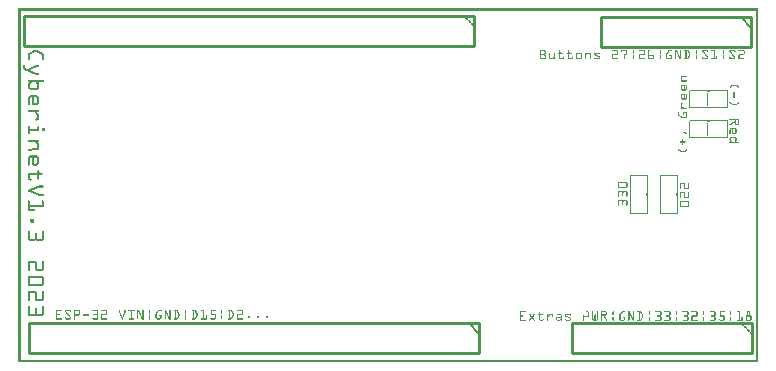
<source format=gto>
G04 MADE WITH FRITZING*
G04 WWW.FRITZING.ORG*
G04 DOUBLE SIDED*
G04 HOLES PLATED*
G04 CONTOUR ON CENTER OF CONTOUR VECTOR*
%ASAXBY*%
%FSLAX23Y23*%
%MOIN*%
%OFA0B0*%
%SFA1.0B1.0*%
%ADD10C,0.010000*%
%ADD11C,0.005000*%
%ADD12R,0.001000X0.001000*%
%LNSILK1*%
G90*
G70*
G54D10*
X1518Y1156D02*
X18Y1156D01*
D02*
X18Y1156D02*
X18Y1056D01*
D02*
X18Y1056D02*
X1518Y1056D01*
D02*
X1518Y1056D02*
X1518Y1156D01*
D02*
X1536Y130D02*
X36Y130D01*
D02*
X36Y130D02*
X36Y30D01*
D02*
X36Y30D02*
X1536Y30D01*
D02*
X1536Y30D02*
X1536Y130D01*
G54D11*
D02*
X1501Y130D02*
X1536Y95D01*
G54D10*
D02*
X2445Y130D02*
X1845Y130D01*
D02*
X1845Y130D02*
X1845Y30D01*
D02*
X1845Y30D02*
X2445Y30D01*
D02*
X2445Y30D02*
X2445Y130D01*
D02*
X2443Y1151D02*
X1943Y1151D01*
D02*
X1943Y1151D02*
X1943Y1051D01*
D02*
X1943Y1051D02*
X2443Y1051D01*
D02*
X2443Y1051D02*
X2443Y1151D01*
G54D11*
D02*
X2408Y1151D02*
X2443Y1116D01*
G54D12*
X1Y1179D02*
X2465Y1179D01*
X1Y1178D02*
X2465Y1178D01*
X1Y1177D02*
X2465Y1177D01*
X1Y1176D02*
X2465Y1176D01*
X1Y1175D02*
X2465Y1175D01*
X1Y1174D02*
X2465Y1174D01*
X1Y1173D02*
X2465Y1173D01*
X1Y1172D02*
X2465Y1172D01*
X1Y1171D02*
X8Y1171D01*
X2458Y1171D02*
X2465Y1171D01*
X1Y1170D02*
X8Y1170D01*
X2458Y1170D02*
X2465Y1170D01*
X1Y1169D02*
X8Y1169D01*
X2458Y1169D02*
X2465Y1169D01*
X1Y1168D02*
X8Y1168D01*
X2458Y1168D02*
X2465Y1168D01*
X1Y1167D02*
X8Y1167D01*
X2458Y1167D02*
X2465Y1167D01*
X1Y1166D02*
X8Y1166D01*
X2458Y1166D02*
X2465Y1166D01*
X1Y1165D02*
X8Y1165D01*
X2458Y1165D02*
X2465Y1165D01*
X1Y1164D02*
X8Y1164D01*
X2458Y1164D02*
X2465Y1164D01*
X1Y1163D02*
X8Y1163D01*
X2458Y1163D02*
X2465Y1163D01*
X1Y1162D02*
X8Y1162D01*
X2458Y1162D02*
X2465Y1162D01*
X1Y1161D02*
X8Y1161D01*
X2458Y1161D02*
X2465Y1161D01*
X1Y1160D02*
X8Y1160D01*
X2458Y1160D02*
X2465Y1160D01*
X1Y1159D02*
X8Y1159D01*
X2458Y1159D02*
X2465Y1159D01*
X1Y1158D02*
X8Y1158D01*
X2458Y1158D02*
X2465Y1158D01*
X1Y1157D02*
X8Y1157D01*
X1485Y1157D02*
X1486Y1157D01*
X2458Y1157D02*
X2465Y1157D01*
X1Y1156D02*
X8Y1156D01*
X1484Y1156D02*
X1487Y1156D01*
X2458Y1156D02*
X2465Y1156D01*
X1Y1155D02*
X8Y1155D01*
X1483Y1155D02*
X1488Y1155D01*
X2458Y1155D02*
X2465Y1155D01*
X1Y1154D02*
X8Y1154D01*
X1483Y1154D02*
X1489Y1154D01*
X2458Y1154D02*
X2465Y1154D01*
X1Y1153D02*
X8Y1153D01*
X1484Y1153D02*
X1490Y1153D01*
X2458Y1153D02*
X2465Y1153D01*
X1Y1152D02*
X8Y1152D01*
X1485Y1152D02*
X1491Y1152D01*
X2458Y1152D02*
X2465Y1152D01*
X1Y1151D02*
X8Y1151D01*
X1486Y1151D02*
X1492Y1151D01*
X2458Y1151D02*
X2465Y1151D01*
X1Y1150D02*
X8Y1150D01*
X1487Y1150D02*
X1493Y1150D01*
X2458Y1150D02*
X2465Y1150D01*
X1Y1149D02*
X8Y1149D01*
X1488Y1149D02*
X1494Y1149D01*
X2458Y1149D02*
X2465Y1149D01*
X1Y1148D02*
X8Y1148D01*
X1489Y1148D02*
X1495Y1148D01*
X2458Y1148D02*
X2465Y1148D01*
X1Y1147D02*
X8Y1147D01*
X1490Y1147D02*
X1496Y1147D01*
X2458Y1147D02*
X2465Y1147D01*
X1Y1146D02*
X8Y1146D01*
X1491Y1146D02*
X1497Y1146D01*
X2458Y1146D02*
X2465Y1146D01*
X1Y1145D02*
X8Y1145D01*
X1492Y1145D02*
X1498Y1145D01*
X2458Y1145D02*
X2465Y1145D01*
X1Y1144D02*
X8Y1144D01*
X1493Y1144D02*
X1499Y1144D01*
X2458Y1144D02*
X2465Y1144D01*
X1Y1143D02*
X8Y1143D01*
X1494Y1143D02*
X1500Y1143D01*
X2458Y1143D02*
X2465Y1143D01*
X1Y1142D02*
X8Y1142D01*
X1495Y1142D02*
X1501Y1142D01*
X2458Y1142D02*
X2465Y1142D01*
X1Y1141D02*
X8Y1141D01*
X1496Y1141D02*
X1502Y1141D01*
X2458Y1141D02*
X2465Y1141D01*
X1Y1140D02*
X8Y1140D01*
X1497Y1140D02*
X1503Y1140D01*
X2458Y1140D02*
X2465Y1140D01*
X1Y1139D02*
X8Y1139D01*
X1499Y1139D02*
X1504Y1139D01*
X2458Y1139D02*
X2465Y1139D01*
X1Y1138D02*
X8Y1138D01*
X1500Y1138D02*
X1505Y1138D01*
X2458Y1138D02*
X2465Y1138D01*
X1Y1137D02*
X8Y1137D01*
X1501Y1137D02*
X1506Y1137D01*
X2458Y1137D02*
X2465Y1137D01*
X1Y1136D02*
X8Y1136D01*
X1502Y1136D02*
X1507Y1136D01*
X2458Y1136D02*
X2465Y1136D01*
X1Y1135D02*
X8Y1135D01*
X1502Y1135D02*
X1508Y1135D01*
X2458Y1135D02*
X2465Y1135D01*
X1Y1134D02*
X8Y1134D01*
X1503Y1134D02*
X1509Y1134D01*
X2458Y1134D02*
X2465Y1134D01*
X1Y1133D02*
X8Y1133D01*
X1504Y1133D02*
X1510Y1133D01*
X2458Y1133D02*
X2465Y1133D01*
X1Y1132D02*
X8Y1132D01*
X1505Y1132D02*
X1511Y1132D01*
X2458Y1132D02*
X2465Y1132D01*
X1Y1131D02*
X8Y1131D01*
X1506Y1131D02*
X1512Y1131D01*
X2458Y1131D02*
X2465Y1131D01*
X1Y1130D02*
X8Y1130D01*
X1507Y1130D02*
X1513Y1130D01*
X2458Y1130D02*
X2465Y1130D01*
X1Y1129D02*
X8Y1129D01*
X1508Y1129D02*
X1514Y1129D01*
X2458Y1129D02*
X2465Y1129D01*
X1Y1128D02*
X8Y1128D01*
X1509Y1128D02*
X1515Y1128D01*
X2458Y1128D02*
X2465Y1128D01*
X1Y1127D02*
X8Y1127D01*
X1510Y1127D02*
X1516Y1127D01*
X2458Y1127D02*
X2465Y1127D01*
X1Y1126D02*
X8Y1126D01*
X1511Y1126D02*
X1517Y1126D01*
X2458Y1126D02*
X2465Y1126D01*
X1Y1125D02*
X8Y1125D01*
X1512Y1125D02*
X1518Y1125D01*
X2458Y1125D02*
X2465Y1125D01*
X1Y1124D02*
X8Y1124D01*
X1513Y1124D02*
X1519Y1124D01*
X2458Y1124D02*
X2465Y1124D01*
X1Y1123D02*
X8Y1123D01*
X1514Y1123D02*
X1519Y1123D01*
X2458Y1123D02*
X2465Y1123D01*
X1Y1122D02*
X8Y1122D01*
X1515Y1122D02*
X1519Y1122D01*
X2458Y1122D02*
X2465Y1122D01*
X1Y1121D02*
X8Y1121D01*
X1516Y1121D02*
X1518Y1121D01*
X2458Y1121D02*
X2465Y1121D01*
X1Y1120D02*
X8Y1120D01*
X2458Y1120D02*
X2465Y1120D01*
X1Y1119D02*
X8Y1119D01*
X2458Y1119D02*
X2465Y1119D01*
X1Y1118D02*
X8Y1118D01*
X2458Y1118D02*
X2465Y1118D01*
X1Y1117D02*
X8Y1117D01*
X2458Y1117D02*
X2465Y1117D01*
X1Y1116D02*
X8Y1116D01*
X2458Y1116D02*
X2465Y1116D01*
X1Y1115D02*
X8Y1115D01*
X2458Y1115D02*
X2465Y1115D01*
X1Y1114D02*
X8Y1114D01*
X2458Y1114D02*
X2465Y1114D01*
X1Y1113D02*
X8Y1113D01*
X2458Y1113D02*
X2465Y1113D01*
X1Y1112D02*
X8Y1112D01*
X2458Y1112D02*
X2465Y1112D01*
X1Y1111D02*
X8Y1111D01*
X2458Y1111D02*
X2465Y1111D01*
X1Y1110D02*
X8Y1110D01*
X2458Y1110D02*
X2465Y1110D01*
X1Y1109D02*
X8Y1109D01*
X2458Y1109D02*
X2465Y1109D01*
X1Y1108D02*
X8Y1108D01*
X2458Y1108D02*
X2465Y1108D01*
X1Y1107D02*
X8Y1107D01*
X2458Y1107D02*
X2465Y1107D01*
X1Y1106D02*
X8Y1106D01*
X2458Y1106D02*
X2465Y1106D01*
X1Y1105D02*
X8Y1105D01*
X2458Y1105D02*
X2465Y1105D01*
X1Y1104D02*
X8Y1104D01*
X2458Y1104D02*
X2465Y1104D01*
X1Y1103D02*
X8Y1103D01*
X2458Y1103D02*
X2465Y1103D01*
X1Y1102D02*
X8Y1102D01*
X2458Y1102D02*
X2465Y1102D01*
X1Y1101D02*
X8Y1101D01*
X2458Y1101D02*
X2465Y1101D01*
X1Y1100D02*
X8Y1100D01*
X2458Y1100D02*
X2465Y1100D01*
X1Y1099D02*
X8Y1099D01*
X2458Y1099D02*
X2465Y1099D01*
X1Y1098D02*
X8Y1098D01*
X2458Y1098D02*
X2465Y1098D01*
X1Y1097D02*
X8Y1097D01*
X2458Y1097D02*
X2465Y1097D01*
X1Y1096D02*
X8Y1096D01*
X2458Y1096D02*
X2465Y1096D01*
X1Y1095D02*
X8Y1095D01*
X2458Y1095D02*
X2465Y1095D01*
X1Y1094D02*
X8Y1094D01*
X2458Y1094D02*
X2465Y1094D01*
X1Y1093D02*
X8Y1093D01*
X2458Y1093D02*
X2465Y1093D01*
X1Y1092D02*
X8Y1092D01*
X2458Y1092D02*
X2465Y1092D01*
X1Y1091D02*
X8Y1091D01*
X2458Y1091D02*
X2465Y1091D01*
X1Y1090D02*
X8Y1090D01*
X2458Y1090D02*
X2465Y1090D01*
X1Y1089D02*
X8Y1089D01*
X2458Y1089D02*
X2465Y1089D01*
X1Y1088D02*
X8Y1088D01*
X2458Y1088D02*
X2465Y1088D01*
X1Y1087D02*
X8Y1087D01*
X2458Y1087D02*
X2465Y1087D01*
X1Y1086D02*
X8Y1086D01*
X2458Y1086D02*
X2465Y1086D01*
X1Y1085D02*
X8Y1085D01*
X2458Y1085D02*
X2465Y1085D01*
X1Y1084D02*
X8Y1084D01*
X2458Y1084D02*
X2465Y1084D01*
X1Y1083D02*
X8Y1083D01*
X2458Y1083D02*
X2465Y1083D01*
X1Y1082D02*
X8Y1082D01*
X2458Y1082D02*
X2465Y1082D01*
X1Y1081D02*
X8Y1081D01*
X2458Y1081D02*
X2465Y1081D01*
X1Y1080D02*
X8Y1080D01*
X2458Y1080D02*
X2465Y1080D01*
X1Y1079D02*
X8Y1079D01*
X2458Y1079D02*
X2465Y1079D01*
X1Y1078D02*
X8Y1078D01*
X2458Y1078D02*
X2465Y1078D01*
X1Y1077D02*
X8Y1077D01*
X2458Y1077D02*
X2465Y1077D01*
X1Y1076D02*
X8Y1076D01*
X2458Y1076D02*
X2465Y1076D01*
X1Y1075D02*
X8Y1075D01*
X2458Y1075D02*
X2465Y1075D01*
X1Y1074D02*
X8Y1074D01*
X2458Y1074D02*
X2465Y1074D01*
X1Y1073D02*
X8Y1073D01*
X2458Y1073D02*
X2465Y1073D01*
X1Y1072D02*
X8Y1072D01*
X2458Y1072D02*
X2465Y1072D01*
X1Y1071D02*
X8Y1071D01*
X2458Y1071D02*
X2465Y1071D01*
X1Y1070D02*
X8Y1070D01*
X2458Y1070D02*
X2465Y1070D01*
X1Y1069D02*
X8Y1069D01*
X2458Y1069D02*
X2465Y1069D01*
X1Y1068D02*
X8Y1068D01*
X2458Y1068D02*
X2465Y1068D01*
X1Y1067D02*
X8Y1067D01*
X2458Y1067D02*
X2465Y1067D01*
X1Y1066D02*
X8Y1066D01*
X2458Y1066D02*
X2465Y1066D01*
X1Y1065D02*
X8Y1065D01*
X2458Y1065D02*
X2465Y1065D01*
X1Y1064D02*
X8Y1064D01*
X2458Y1064D02*
X2465Y1064D01*
X1Y1063D02*
X8Y1063D01*
X2458Y1063D02*
X2465Y1063D01*
X1Y1062D02*
X8Y1062D01*
X2458Y1062D02*
X2465Y1062D01*
X1Y1061D02*
X8Y1061D01*
X2458Y1061D02*
X2465Y1061D01*
X1Y1060D02*
X8Y1060D01*
X2458Y1060D02*
X2465Y1060D01*
X1Y1059D02*
X8Y1059D01*
X2458Y1059D02*
X2465Y1059D01*
X1Y1058D02*
X8Y1058D01*
X2458Y1058D02*
X2465Y1058D01*
X1Y1057D02*
X8Y1057D01*
X2458Y1057D02*
X2465Y1057D01*
X1Y1056D02*
X8Y1056D01*
X2458Y1056D02*
X2465Y1056D01*
X1Y1055D02*
X8Y1055D01*
X2458Y1055D02*
X2465Y1055D01*
X1Y1054D02*
X8Y1054D01*
X2458Y1054D02*
X2465Y1054D01*
X1Y1053D02*
X8Y1053D01*
X2458Y1053D02*
X2465Y1053D01*
X1Y1052D02*
X8Y1052D01*
X2458Y1052D02*
X2465Y1052D01*
X1Y1051D02*
X8Y1051D01*
X2458Y1051D02*
X2465Y1051D01*
X1Y1050D02*
X8Y1050D01*
X2458Y1050D02*
X2465Y1050D01*
X1Y1049D02*
X8Y1049D01*
X2458Y1049D02*
X2465Y1049D01*
X1Y1048D02*
X8Y1048D01*
X2458Y1048D02*
X2465Y1048D01*
X1Y1047D02*
X8Y1047D01*
X2458Y1047D02*
X2465Y1047D01*
X1Y1046D02*
X8Y1046D01*
X2458Y1046D02*
X2465Y1046D01*
X1Y1045D02*
X8Y1045D01*
X2458Y1045D02*
X2465Y1045D01*
X1Y1044D02*
X8Y1044D01*
X2458Y1044D02*
X2465Y1044D01*
X1Y1043D02*
X8Y1043D01*
X2458Y1043D02*
X2465Y1043D01*
X1Y1042D02*
X8Y1042D01*
X2458Y1042D02*
X2465Y1042D01*
X1Y1041D02*
X8Y1041D01*
X56Y1041D02*
X60Y1041D01*
X1738Y1041D02*
X1753Y1041D01*
X1980Y1041D02*
X1997Y1041D01*
X2010Y1041D02*
X2029Y1041D01*
X2048Y1041D02*
X2051Y1041D01*
X2070Y1041D02*
X2088Y1041D01*
X2100Y1041D02*
X2105Y1041D01*
X2139Y1041D02*
X2141Y1041D01*
X2169Y1041D02*
X2179Y1041D01*
X2190Y1041D02*
X2195Y1041D01*
X2207Y1041D02*
X2209Y1041D01*
X2221Y1041D02*
X2232Y1041D01*
X2259Y1041D02*
X2261Y1041D01*
X2283Y1041D02*
X2297Y1041D01*
X2311Y1041D02*
X2322Y1041D01*
X2350Y1041D02*
X2352Y1041D01*
X2373Y1041D02*
X2388Y1041D01*
X2402Y1041D02*
X2419Y1041D01*
X2458Y1041D02*
X2465Y1041D01*
X1Y1040D02*
X8Y1040D01*
X53Y1040D02*
X64Y1040D01*
X1738Y1040D02*
X1755Y1040D01*
X1979Y1040D02*
X1998Y1040D01*
X2010Y1040D02*
X2029Y1040D01*
X2048Y1040D02*
X2051Y1040D01*
X2070Y1040D02*
X2089Y1040D01*
X2100Y1040D02*
X2105Y1040D01*
X2138Y1040D02*
X2141Y1040D01*
X2168Y1040D02*
X2180Y1040D01*
X2190Y1040D02*
X2196Y1040D01*
X2207Y1040D02*
X2210Y1040D01*
X2220Y1040D02*
X2233Y1040D01*
X2259Y1040D02*
X2262Y1040D01*
X2282Y1040D02*
X2299Y1040D01*
X2311Y1040D02*
X2322Y1040D01*
X2349Y1040D02*
X2352Y1040D01*
X2372Y1040D02*
X2389Y1040D01*
X2401Y1040D02*
X2420Y1040D01*
X2458Y1040D02*
X2465Y1040D01*
X1Y1039D02*
X8Y1039D01*
X51Y1039D02*
X66Y1039D01*
X1738Y1039D02*
X1756Y1039D01*
X1803Y1039D02*
X1806Y1039D01*
X1833Y1039D02*
X1836Y1039D01*
X1980Y1039D02*
X1999Y1039D01*
X2010Y1039D02*
X2029Y1039D01*
X2048Y1039D02*
X2051Y1039D01*
X2070Y1039D02*
X2089Y1039D01*
X2100Y1039D02*
X2105Y1039D01*
X2138Y1039D02*
X2141Y1039D01*
X2167Y1039D02*
X2180Y1039D01*
X2190Y1039D02*
X2196Y1039D01*
X2207Y1039D02*
X2210Y1039D01*
X2221Y1039D02*
X2234Y1039D01*
X2259Y1039D02*
X2262Y1039D01*
X2281Y1039D02*
X2299Y1039D01*
X2311Y1039D02*
X2322Y1039D01*
X2349Y1039D02*
X2352Y1039D01*
X2371Y1039D02*
X2390Y1039D01*
X2401Y1039D02*
X2420Y1039D01*
X2458Y1039D02*
X2465Y1039D01*
X1Y1038D02*
X8Y1038D01*
X49Y1038D02*
X68Y1038D01*
X1738Y1038D02*
X1757Y1038D01*
X1803Y1038D02*
X1806Y1038D01*
X1833Y1038D02*
X1836Y1038D01*
X1980Y1038D02*
X1999Y1038D01*
X2010Y1038D02*
X2029Y1038D01*
X2048Y1038D02*
X2051Y1038D01*
X2071Y1038D02*
X2089Y1038D01*
X2100Y1038D02*
X2104Y1038D01*
X2138Y1038D02*
X2141Y1038D01*
X2166Y1038D02*
X2179Y1038D01*
X2190Y1038D02*
X2196Y1038D01*
X2207Y1038D02*
X2210Y1038D01*
X2221Y1038D02*
X2235Y1038D01*
X2259Y1038D02*
X2262Y1038D01*
X2281Y1038D02*
X2300Y1038D01*
X2312Y1038D02*
X2322Y1038D01*
X2349Y1038D02*
X2352Y1038D01*
X2371Y1038D02*
X2390Y1038D01*
X2402Y1038D02*
X2421Y1038D01*
X2458Y1038D02*
X2465Y1038D01*
X1Y1037D02*
X8Y1037D01*
X47Y1037D02*
X70Y1037D01*
X1738Y1037D02*
X1742Y1037D01*
X1753Y1037D02*
X1757Y1037D01*
X1803Y1037D02*
X1806Y1037D01*
X1833Y1037D02*
X1836Y1037D01*
X1996Y1037D02*
X1999Y1037D01*
X2010Y1037D02*
X2012Y1037D01*
X2026Y1037D02*
X2029Y1037D01*
X2048Y1037D02*
X2051Y1037D01*
X2086Y1037D02*
X2090Y1037D01*
X2100Y1037D02*
X2103Y1037D01*
X2138Y1037D02*
X2141Y1037D01*
X2166Y1037D02*
X2170Y1037D01*
X2190Y1037D02*
X2197Y1037D01*
X2207Y1037D02*
X2210Y1037D01*
X2224Y1037D02*
X2228Y1037D01*
X2231Y1037D02*
X2235Y1037D01*
X2259Y1037D02*
X2262Y1037D01*
X2281Y1037D02*
X2284Y1037D01*
X2297Y1037D02*
X2300Y1037D01*
X2319Y1037D02*
X2322Y1037D01*
X2349Y1037D02*
X2352Y1037D01*
X2371Y1037D02*
X2374Y1037D01*
X2387Y1037D02*
X2391Y1037D01*
X2418Y1037D02*
X2421Y1037D01*
X2458Y1037D02*
X2465Y1037D01*
X1Y1036D02*
X8Y1036D01*
X45Y1036D02*
X72Y1036D01*
X1738Y1036D02*
X1742Y1036D01*
X1754Y1036D02*
X1758Y1036D01*
X1803Y1036D02*
X1806Y1036D01*
X1833Y1036D02*
X1836Y1036D01*
X1996Y1036D02*
X1999Y1036D01*
X2011Y1036D02*
X2011Y1036D01*
X2026Y1036D02*
X2029Y1036D01*
X2048Y1036D02*
X2051Y1036D01*
X2086Y1036D02*
X2090Y1036D01*
X2100Y1036D02*
X2103Y1036D01*
X2138Y1036D02*
X2141Y1036D01*
X2165Y1036D02*
X2169Y1036D01*
X2190Y1036D02*
X2197Y1036D01*
X2207Y1036D02*
X2210Y1036D01*
X2224Y1036D02*
X2228Y1036D01*
X2232Y1036D02*
X2236Y1036D01*
X2259Y1036D02*
X2262Y1036D01*
X2281Y1036D02*
X2284Y1036D01*
X2297Y1036D02*
X2300Y1036D01*
X2319Y1036D02*
X2322Y1036D01*
X2349Y1036D02*
X2352Y1036D01*
X2371Y1036D02*
X2375Y1036D01*
X2387Y1036D02*
X2391Y1036D01*
X2418Y1036D02*
X2421Y1036D01*
X2458Y1036D02*
X2465Y1036D01*
X1Y1035D02*
X8Y1035D01*
X43Y1035D02*
X74Y1035D01*
X1738Y1035D02*
X1742Y1035D01*
X1755Y1035D02*
X1758Y1035D01*
X1803Y1035D02*
X1806Y1035D01*
X1833Y1035D02*
X1836Y1035D01*
X1996Y1035D02*
X1999Y1035D01*
X2026Y1035D02*
X2029Y1035D01*
X2048Y1035D02*
X2051Y1035D01*
X2086Y1035D02*
X2090Y1035D01*
X2100Y1035D02*
X2103Y1035D01*
X2138Y1035D02*
X2141Y1035D01*
X2164Y1035D02*
X2168Y1035D01*
X2190Y1035D02*
X2198Y1035D01*
X2207Y1035D02*
X2210Y1035D01*
X2224Y1035D02*
X2228Y1035D01*
X2233Y1035D02*
X2236Y1035D01*
X2259Y1035D02*
X2262Y1035D01*
X2281Y1035D02*
X2285Y1035D01*
X2298Y1035D02*
X2300Y1035D01*
X2319Y1035D02*
X2322Y1035D01*
X2349Y1035D02*
X2352Y1035D01*
X2371Y1035D02*
X2376Y1035D01*
X2388Y1035D02*
X2390Y1035D01*
X2418Y1035D02*
X2421Y1035D01*
X2458Y1035D02*
X2465Y1035D01*
X1Y1034D02*
X8Y1034D01*
X41Y1034D02*
X56Y1034D01*
X61Y1034D02*
X76Y1034D01*
X1738Y1034D02*
X1742Y1034D01*
X1755Y1034D02*
X1758Y1034D01*
X1803Y1034D02*
X1806Y1034D01*
X1833Y1034D02*
X1836Y1034D01*
X1996Y1034D02*
X1999Y1034D01*
X2026Y1034D02*
X2029Y1034D01*
X2048Y1034D02*
X2051Y1034D01*
X2086Y1034D02*
X2090Y1034D01*
X2100Y1034D02*
X2103Y1034D01*
X2138Y1034D02*
X2141Y1034D01*
X2163Y1034D02*
X2168Y1034D01*
X2190Y1034D02*
X2198Y1034D01*
X2207Y1034D02*
X2210Y1034D01*
X2224Y1034D02*
X2228Y1034D01*
X2233Y1034D02*
X2237Y1034D01*
X2259Y1034D02*
X2262Y1034D01*
X2282Y1034D02*
X2286Y1034D01*
X2319Y1034D02*
X2322Y1034D01*
X2349Y1034D02*
X2352Y1034D01*
X2372Y1034D02*
X2376Y1034D01*
X2418Y1034D02*
X2421Y1034D01*
X2458Y1034D02*
X2465Y1034D01*
X1Y1033D02*
X8Y1033D01*
X39Y1033D02*
X53Y1033D01*
X64Y1033D02*
X78Y1033D01*
X1738Y1033D02*
X1742Y1033D01*
X1755Y1033D02*
X1758Y1033D01*
X1802Y1033D02*
X1807Y1033D01*
X1833Y1033D02*
X1837Y1033D01*
X1996Y1033D02*
X1999Y1033D01*
X2026Y1033D02*
X2029Y1033D01*
X2048Y1033D02*
X2051Y1033D01*
X2086Y1033D02*
X2090Y1033D01*
X2100Y1033D02*
X2103Y1033D01*
X2138Y1033D02*
X2141Y1033D01*
X2163Y1033D02*
X2167Y1033D01*
X2190Y1033D02*
X2193Y1033D01*
X2195Y1033D02*
X2199Y1033D01*
X2207Y1033D02*
X2210Y1033D01*
X2224Y1033D02*
X2228Y1033D01*
X2234Y1033D02*
X2237Y1033D01*
X2259Y1033D02*
X2262Y1033D01*
X2282Y1033D02*
X2287Y1033D01*
X2319Y1033D02*
X2322Y1033D01*
X2349Y1033D02*
X2352Y1033D01*
X2373Y1033D02*
X2377Y1033D01*
X2418Y1033D02*
X2421Y1033D01*
X2458Y1033D02*
X2465Y1033D01*
X1Y1032D02*
X8Y1032D01*
X37Y1032D02*
X51Y1032D01*
X66Y1032D02*
X80Y1032D01*
X1738Y1032D02*
X1742Y1032D01*
X1755Y1032D02*
X1758Y1032D01*
X1769Y1032D02*
X1771Y1032D01*
X1786Y1032D02*
X1788Y1032D01*
X1799Y1032D02*
X1816Y1032D01*
X1829Y1032D02*
X1846Y1032D01*
X1864Y1032D02*
X1874Y1032D01*
X1889Y1032D02*
X1892Y1032D01*
X1897Y1032D02*
X1905Y1032D01*
X1922Y1032D02*
X1936Y1032D01*
X1996Y1032D02*
X1999Y1032D01*
X2026Y1032D02*
X2029Y1032D01*
X2048Y1032D02*
X2051Y1032D01*
X2086Y1032D02*
X2090Y1032D01*
X2100Y1032D02*
X2103Y1032D01*
X2138Y1032D02*
X2141Y1032D01*
X2162Y1032D02*
X2166Y1032D01*
X2190Y1032D02*
X2193Y1032D01*
X2195Y1032D02*
X2199Y1032D01*
X2207Y1032D02*
X2210Y1032D01*
X2224Y1032D02*
X2228Y1032D01*
X2234Y1032D02*
X2238Y1032D01*
X2259Y1032D02*
X2262Y1032D01*
X2283Y1032D02*
X2288Y1032D01*
X2319Y1032D02*
X2322Y1032D01*
X2349Y1032D02*
X2352Y1032D01*
X2374Y1032D02*
X2378Y1032D01*
X2418Y1032D02*
X2421Y1032D01*
X2458Y1032D02*
X2465Y1032D01*
X1Y1031D02*
X8Y1031D01*
X36Y1031D02*
X49Y1031D01*
X67Y1031D02*
X81Y1031D01*
X1738Y1031D02*
X1742Y1031D01*
X1755Y1031D02*
X1758Y1031D01*
X1769Y1031D02*
X1772Y1031D01*
X1785Y1031D02*
X1788Y1031D01*
X1799Y1031D02*
X1816Y1031D01*
X1829Y1031D02*
X1846Y1031D01*
X1862Y1031D02*
X1876Y1031D01*
X1889Y1031D02*
X1892Y1031D01*
X1896Y1031D02*
X1906Y1031D01*
X1921Y1031D02*
X1937Y1031D01*
X1996Y1031D02*
X1999Y1031D01*
X2026Y1031D02*
X2029Y1031D01*
X2048Y1031D02*
X2051Y1031D01*
X2086Y1031D02*
X2090Y1031D01*
X2100Y1031D02*
X2103Y1031D01*
X2138Y1031D02*
X2141Y1031D01*
X2161Y1031D02*
X2165Y1031D01*
X2190Y1031D02*
X2193Y1031D01*
X2196Y1031D02*
X2200Y1031D01*
X2207Y1031D02*
X2210Y1031D01*
X2224Y1031D02*
X2228Y1031D01*
X2235Y1031D02*
X2238Y1031D01*
X2259Y1031D02*
X2262Y1031D01*
X2284Y1031D02*
X2288Y1031D01*
X2319Y1031D02*
X2322Y1031D01*
X2349Y1031D02*
X2352Y1031D01*
X2374Y1031D02*
X2379Y1031D01*
X2418Y1031D02*
X2421Y1031D01*
X2458Y1031D02*
X2465Y1031D01*
X1Y1030D02*
X8Y1030D01*
X35Y1030D02*
X47Y1030D01*
X69Y1030D02*
X82Y1030D01*
X1738Y1030D02*
X1742Y1030D01*
X1755Y1030D02*
X1758Y1030D01*
X1769Y1030D02*
X1772Y1030D01*
X1785Y1030D02*
X1788Y1030D01*
X1799Y1030D02*
X1816Y1030D01*
X1829Y1030D02*
X1846Y1030D01*
X1861Y1030D02*
X1877Y1030D01*
X1889Y1030D02*
X1892Y1030D01*
X1894Y1030D02*
X1907Y1030D01*
X1920Y1030D02*
X1938Y1030D01*
X1996Y1030D02*
X1999Y1030D01*
X2026Y1030D02*
X2029Y1030D01*
X2048Y1030D02*
X2051Y1030D01*
X2086Y1030D02*
X2090Y1030D01*
X2100Y1030D02*
X2103Y1030D01*
X2138Y1030D02*
X2141Y1030D01*
X2161Y1030D02*
X2165Y1030D01*
X2190Y1030D02*
X2193Y1030D01*
X2196Y1030D02*
X2200Y1030D01*
X2207Y1030D02*
X2210Y1030D01*
X2224Y1030D02*
X2228Y1030D01*
X2235Y1030D02*
X2239Y1030D01*
X2259Y1030D02*
X2262Y1030D01*
X2285Y1030D02*
X2289Y1030D01*
X2319Y1030D02*
X2322Y1030D01*
X2349Y1030D02*
X2352Y1030D01*
X2375Y1030D02*
X2379Y1030D01*
X2418Y1030D02*
X2421Y1030D01*
X2458Y1030D02*
X2465Y1030D01*
X1Y1029D02*
X8Y1029D01*
X34Y1029D02*
X45Y1029D01*
X71Y1029D02*
X83Y1029D01*
X1738Y1029D02*
X1742Y1029D01*
X1754Y1029D02*
X1758Y1029D01*
X1769Y1029D02*
X1772Y1029D01*
X1785Y1029D02*
X1788Y1029D01*
X1800Y1029D02*
X1815Y1029D01*
X1830Y1029D02*
X1845Y1029D01*
X1860Y1029D02*
X1878Y1029D01*
X1889Y1029D02*
X1908Y1029D01*
X1920Y1029D02*
X1938Y1029D01*
X1996Y1029D02*
X1999Y1029D01*
X2025Y1029D02*
X2029Y1029D01*
X2048Y1029D02*
X2051Y1029D01*
X2086Y1029D02*
X2090Y1029D01*
X2100Y1029D02*
X2103Y1029D01*
X2138Y1029D02*
X2141Y1029D01*
X2160Y1029D02*
X2164Y1029D01*
X2190Y1029D02*
X2193Y1029D01*
X2197Y1029D02*
X2200Y1029D01*
X2207Y1029D02*
X2210Y1029D01*
X2224Y1029D02*
X2228Y1029D01*
X2236Y1029D02*
X2239Y1029D01*
X2259Y1029D02*
X2262Y1029D01*
X2286Y1029D02*
X2290Y1029D01*
X2319Y1029D02*
X2322Y1029D01*
X2349Y1029D02*
X2352Y1029D01*
X2376Y1029D02*
X2380Y1029D01*
X2418Y1029D02*
X2421Y1029D01*
X2458Y1029D02*
X2465Y1029D01*
X1Y1028D02*
X8Y1028D01*
X33Y1028D02*
X43Y1028D01*
X73Y1028D02*
X84Y1028D01*
X1738Y1028D02*
X1742Y1028D01*
X1752Y1028D02*
X1757Y1028D01*
X1769Y1028D02*
X1772Y1028D01*
X1785Y1028D02*
X1788Y1028D01*
X1803Y1028D02*
X1806Y1028D01*
X1833Y1028D02*
X1836Y1028D01*
X1860Y1028D02*
X1864Y1028D01*
X1874Y1028D02*
X1878Y1028D01*
X1889Y1028D02*
X1898Y1028D01*
X1905Y1028D02*
X1908Y1028D01*
X1920Y1028D02*
X1923Y1028D01*
X1935Y1028D02*
X1938Y1028D01*
X1996Y1028D02*
X1999Y1028D01*
X2024Y1028D02*
X2029Y1028D01*
X2048Y1028D02*
X2051Y1028D01*
X2086Y1028D02*
X2090Y1028D01*
X2100Y1028D02*
X2103Y1028D01*
X2138Y1028D02*
X2141Y1028D01*
X2160Y1028D02*
X2164Y1028D01*
X2190Y1028D02*
X2193Y1028D01*
X2197Y1028D02*
X2201Y1028D01*
X2207Y1028D02*
X2210Y1028D01*
X2224Y1028D02*
X2228Y1028D01*
X2236Y1028D02*
X2240Y1028D01*
X2259Y1028D02*
X2262Y1028D01*
X2286Y1028D02*
X2291Y1028D01*
X2319Y1028D02*
X2322Y1028D01*
X2349Y1028D02*
X2352Y1028D01*
X2377Y1028D02*
X2381Y1028D01*
X2418Y1028D02*
X2421Y1028D01*
X2458Y1028D02*
X2465Y1028D01*
X1Y1027D02*
X8Y1027D01*
X33Y1027D02*
X41Y1027D01*
X75Y1027D02*
X84Y1027D01*
X1738Y1027D02*
X1757Y1027D01*
X1769Y1027D02*
X1772Y1027D01*
X1785Y1027D02*
X1788Y1027D01*
X1803Y1027D02*
X1806Y1027D01*
X1833Y1027D02*
X1836Y1027D01*
X1859Y1027D02*
X1863Y1027D01*
X1875Y1027D02*
X1878Y1027D01*
X1889Y1027D02*
X1896Y1027D01*
X1905Y1027D02*
X1908Y1027D01*
X1920Y1027D02*
X1923Y1027D01*
X1982Y1027D02*
X1999Y1027D01*
X2022Y1027D02*
X2028Y1027D01*
X2072Y1027D02*
X2089Y1027D01*
X2100Y1027D02*
X2103Y1027D01*
X2160Y1027D02*
X2163Y1027D01*
X2190Y1027D02*
X2193Y1027D01*
X2198Y1027D02*
X2201Y1027D01*
X2207Y1027D02*
X2210Y1027D01*
X2224Y1027D02*
X2228Y1027D01*
X2237Y1027D02*
X2240Y1027D01*
X2287Y1027D02*
X2291Y1027D01*
X2319Y1027D02*
X2322Y1027D01*
X2377Y1027D02*
X2382Y1027D01*
X2403Y1027D02*
X2421Y1027D01*
X2458Y1027D02*
X2465Y1027D01*
X1Y1026D02*
X8Y1026D01*
X32Y1026D02*
X40Y1026D01*
X77Y1026D02*
X85Y1026D01*
X1738Y1026D02*
X1756Y1026D01*
X1769Y1026D02*
X1772Y1026D01*
X1785Y1026D02*
X1788Y1026D01*
X1803Y1026D02*
X1806Y1026D01*
X1833Y1026D02*
X1836Y1026D01*
X1859Y1026D02*
X1862Y1026D01*
X1875Y1026D02*
X1879Y1026D01*
X1889Y1026D02*
X1895Y1026D01*
X1905Y1026D02*
X1908Y1026D01*
X1920Y1026D02*
X1925Y1026D01*
X1980Y1026D02*
X1999Y1026D01*
X2021Y1026D02*
X2027Y1026D01*
X2071Y1026D02*
X2089Y1026D01*
X2100Y1026D02*
X2103Y1026D01*
X2160Y1026D02*
X2163Y1026D01*
X2190Y1026D02*
X2193Y1026D01*
X2198Y1026D02*
X2202Y1026D01*
X2207Y1026D02*
X2210Y1026D01*
X2224Y1026D02*
X2228Y1026D01*
X2237Y1026D02*
X2240Y1026D01*
X2288Y1026D02*
X2292Y1026D01*
X2319Y1026D02*
X2322Y1026D01*
X2378Y1026D02*
X2383Y1026D01*
X2402Y1026D02*
X2420Y1026D01*
X2458Y1026D02*
X2465Y1026D01*
X1Y1025D02*
X8Y1025D01*
X32Y1025D02*
X38Y1025D01*
X78Y1025D02*
X85Y1025D01*
X1738Y1025D02*
X1756Y1025D01*
X1769Y1025D02*
X1772Y1025D01*
X1785Y1025D02*
X1788Y1025D01*
X1803Y1025D02*
X1806Y1025D01*
X1833Y1025D02*
X1836Y1025D01*
X1859Y1025D02*
X1862Y1025D01*
X1875Y1025D02*
X1879Y1025D01*
X1889Y1025D02*
X1893Y1025D01*
X1905Y1025D02*
X1908Y1025D01*
X1920Y1025D02*
X1927Y1025D01*
X1980Y1025D02*
X1998Y1025D01*
X2020Y1025D02*
X2026Y1025D01*
X2070Y1025D02*
X2088Y1025D01*
X2100Y1025D02*
X2103Y1025D01*
X2160Y1025D02*
X2163Y1025D01*
X2190Y1025D02*
X2193Y1025D01*
X2199Y1025D02*
X2202Y1025D01*
X2207Y1025D02*
X2210Y1025D01*
X2224Y1025D02*
X2228Y1025D01*
X2237Y1025D02*
X2240Y1025D01*
X2289Y1025D02*
X2293Y1025D01*
X2319Y1025D02*
X2322Y1025D01*
X2379Y1025D02*
X2383Y1025D01*
X2401Y1025D02*
X2420Y1025D01*
X2458Y1025D02*
X2465Y1025D01*
X1Y1024D02*
X8Y1024D01*
X32Y1024D02*
X38Y1024D01*
X79Y1024D02*
X85Y1024D01*
X1738Y1024D02*
X1757Y1024D01*
X1769Y1024D02*
X1772Y1024D01*
X1785Y1024D02*
X1788Y1024D01*
X1803Y1024D02*
X1806Y1024D01*
X1833Y1024D02*
X1836Y1024D01*
X1859Y1024D02*
X1862Y1024D01*
X1875Y1024D02*
X1879Y1024D01*
X1889Y1024D02*
X1892Y1024D01*
X1905Y1024D02*
X1908Y1024D01*
X1921Y1024D02*
X1929Y1024D01*
X1980Y1024D02*
X1997Y1024D01*
X2019Y1024D02*
X2024Y1024D01*
X2070Y1024D02*
X2087Y1024D01*
X2100Y1024D02*
X2118Y1024D01*
X2160Y1024D02*
X2163Y1024D01*
X2172Y1024D02*
X2180Y1024D01*
X2190Y1024D02*
X2193Y1024D01*
X2199Y1024D02*
X2203Y1024D01*
X2207Y1024D02*
X2210Y1024D01*
X2224Y1024D02*
X2228Y1024D01*
X2237Y1024D02*
X2240Y1024D01*
X2289Y1024D02*
X2294Y1024D01*
X2319Y1024D02*
X2322Y1024D01*
X2329Y1024D02*
X2329Y1024D01*
X2380Y1024D02*
X2384Y1024D01*
X2401Y1024D02*
X2418Y1024D01*
X2458Y1024D02*
X2465Y1024D01*
X1Y1023D02*
X8Y1023D01*
X32Y1023D02*
X38Y1023D01*
X79Y1023D02*
X85Y1023D01*
X1738Y1023D02*
X1742Y1023D01*
X1753Y1023D02*
X1757Y1023D01*
X1769Y1023D02*
X1772Y1023D01*
X1785Y1023D02*
X1788Y1023D01*
X1803Y1023D02*
X1806Y1023D01*
X1833Y1023D02*
X1836Y1023D01*
X1859Y1023D02*
X1862Y1023D01*
X1875Y1023D02*
X1879Y1023D01*
X1889Y1023D02*
X1892Y1023D01*
X1905Y1023D02*
X1908Y1023D01*
X1922Y1023D02*
X1932Y1023D01*
X1979Y1023D02*
X1983Y1023D01*
X2018Y1023D02*
X2023Y1023D01*
X2048Y1023D02*
X2051Y1023D01*
X2070Y1023D02*
X2073Y1023D01*
X2100Y1023D02*
X2119Y1023D01*
X2138Y1023D02*
X2141Y1023D01*
X2160Y1023D02*
X2163Y1023D01*
X2171Y1023D02*
X2180Y1023D01*
X2190Y1023D02*
X2193Y1023D01*
X2199Y1023D02*
X2203Y1023D01*
X2207Y1023D02*
X2210Y1023D01*
X2224Y1023D02*
X2228Y1023D01*
X2236Y1023D02*
X2240Y1023D01*
X2259Y1023D02*
X2262Y1023D01*
X2290Y1023D02*
X2295Y1023D01*
X2319Y1023D02*
X2322Y1023D01*
X2328Y1023D02*
X2330Y1023D01*
X2349Y1023D02*
X2352Y1023D01*
X2381Y1023D02*
X2385Y1023D01*
X2401Y1023D02*
X2404Y1023D01*
X2458Y1023D02*
X2465Y1023D01*
X1Y1022D02*
X8Y1022D01*
X32Y1022D02*
X38Y1022D01*
X79Y1022D02*
X85Y1022D01*
X1738Y1022D02*
X1742Y1022D01*
X1754Y1022D02*
X1758Y1022D01*
X1769Y1022D02*
X1772Y1022D01*
X1785Y1022D02*
X1788Y1022D01*
X1803Y1022D02*
X1806Y1022D01*
X1833Y1022D02*
X1836Y1022D01*
X1859Y1022D02*
X1862Y1022D01*
X1875Y1022D02*
X1879Y1022D01*
X1889Y1022D02*
X1892Y1022D01*
X1905Y1022D02*
X1908Y1022D01*
X1925Y1022D02*
X1934Y1022D01*
X1979Y1022D02*
X1983Y1022D01*
X2018Y1022D02*
X2022Y1022D01*
X2048Y1022D02*
X2051Y1022D01*
X2070Y1022D02*
X2073Y1022D01*
X2100Y1022D02*
X2120Y1022D01*
X2138Y1022D02*
X2141Y1022D01*
X2160Y1022D02*
X2163Y1022D01*
X2170Y1022D02*
X2180Y1022D01*
X2190Y1022D02*
X2193Y1022D01*
X2200Y1022D02*
X2203Y1022D01*
X2207Y1022D02*
X2210Y1022D01*
X2224Y1022D02*
X2228Y1022D01*
X2236Y1022D02*
X2239Y1022D01*
X2259Y1022D02*
X2262Y1022D01*
X2291Y1022D02*
X2295Y1022D01*
X2319Y1022D02*
X2322Y1022D01*
X2327Y1022D02*
X2330Y1022D01*
X2349Y1022D02*
X2352Y1022D01*
X2381Y1022D02*
X2386Y1022D01*
X2401Y1022D02*
X2404Y1022D01*
X2458Y1022D02*
X2465Y1022D01*
X1Y1021D02*
X8Y1021D01*
X32Y1021D02*
X38Y1021D01*
X79Y1021D02*
X85Y1021D01*
X1738Y1021D02*
X1742Y1021D01*
X1755Y1021D02*
X1758Y1021D01*
X1769Y1021D02*
X1772Y1021D01*
X1785Y1021D02*
X1788Y1021D01*
X1803Y1021D02*
X1806Y1021D01*
X1833Y1021D02*
X1836Y1021D01*
X1859Y1021D02*
X1862Y1021D01*
X1875Y1021D02*
X1879Y1021D01*
X1889Y1021D02*
X1892Y1021D01*
X1905Y1021D02*
X1908Y1021D01*
X1927Y1021D02*
X1936Y1021D01*
X1979Y1021D02*
X1983Y1021D01*
X2018Y1021D02*
X2021Y1021D01*
X2048Y1021D02*
X2051Y1021D01*
X2070Y1021D02*
X2073Y1021D01*
X2100Y1021D02*
X2120Y1021D01*
X2138Y1021D02*
X2141Y1021D01*
X2160Y1021D02*
X2163Y1021D01*
X2171Y1021D02*
X2180Y1021D01*
X2190Y1021D02*
X2193Y1021D01*
X2200Y1021D02*
X2204Y1021D01*
X2207Y1021D02*
X2210Y1021D01*
X2224Y1021D02*
X2228Y1021D01*
X2235Y1021D02*
X2239Y1021D01*
X2259Y1021D02*
X2262Y1021D01*
X2292Y1021D02*
X2296Y1021D01*
X2319Y1021D02*
X2322Y1021D01*
X2327Y1021D02*
X2330Y1021D01*
X2349Y1021D02*
X2352Y1021D01*
X2382Y1021D02*
X2387Y1021D01*
X2401Y1021D02*
X2404Y1021D01*
X2458Y1021D02*
X2465Y1021D01*
X1Y1020D02*
X8Y1020D01*
X32Y1020D02*
X38Y1020D01*
X79Y1020D02*
X85Y1020D01*
X1738Y1020D02*
X1742Y1020D01*
X1755Y1020D02*
X1758Y1020D01*
X1769Y1020D02*
X1772Y1020D01*
X1785Y1020D02*
X1788Y1020D01*
X1803Y1020D02*
X1806Y1020D01*
X1833Y1020D02*
X1836Y1020D01*
X1859Y1020D02*
X1862Y1020D01*
X1875Y1020D02*
X1879Y1020D01*
X1889Y1020D02*
X1892Y1020D01*
X1905Y1020D02*
X1909Y1020D01*
X1929Y1020D02*
X1937Y1020D01*
X1979Y1020D02*
X1983Y1020D01*
X2018Y1020D02*
X2021Y1020D01*
X2048Y1020D02*
X2051Y1020D01*
X2070Y1020D02*
X2073Y1020D01*
X2100Y1020D02*
X2120Y1020D01*
X2138Y1020D02*
X2141Y1020D01*
X2160Y1020D02*
X2163Y1020D01*
X2172Y1020D02*
X2180Y1020D01*
X2190Y1020D02*
X2193Y1020D01*
X2201Y1020D02*
X2204Y1020D01*
X2207Y1020D02*
X2210Y1020D01*
X2224Y1020D02*
X2228Y1020D01*
X2235Y1020D02*
X2238Y1020D01*
X2259Y1020D02*
X2262Y1020D01*
X2293Y1020D02*
X2297Y1020D01*
X2319Y1020D02*
X2322Y1020D01*
X2327Y1020D02*
X2330Y1020D01*
X2349Y1020D02*
X2352Y1020D01*
X2383Y1020D02*
X2387Y1020D01*
X2401Y1020D02*
X2404Y1020D01*
X2458Y1020D02*
X2465Y1020D01*
X1Y1019D02*
X8Y1019D01*
X32Y1019D02*
X38Y1019D01*
X79Y1019D02*
X85Y1019D01*
X1738Y1019D02*
X1742Y1019D01*
X1755Y1019D02*
X1758Y1019D01*
X1769Y1019D02*
X1772Y1019D01*
X1785Y1019D02*
X1788Y1019D01*
X1803Y1019D02*
X1806Y1019D01*
X1833Y1019D02*
X1836Y1019D01*
X1859Y1019D02*
X1862Y1019D01*
X1875Y1019D02*
X1879Y1019D01*
X1889Y1019D02*
X1892Y1019D01*
X1905Y1019D02*
X1909Y1019D01*
X1931Y1019D02*
X1938Y1019D01*
X1979Y1019D02*
X1983Y1019D01*
X2018Y1019D02*
X2021Y1019D01*
X2048Y1019D02*
X2051Y1019D01*
X2070Y1019D02*
X2073Y1019D01*
X2100Y1019D02*
X2103Y1019D01*
X2116Y1019D02*
X2120Y1019D01*
X2138Y1019D02*
X2141Y1019D01*
X2160Y1019D02*
X2163Y1019D01*
X2177Y1019D02*
X2180Y1019D01*
X2190Y1019D02*
X2193Y1019D01*
X2201Y1019D02*
X2205Y1019D01*
X2207Y1019D02*
X2210Y1019D01*
X2224Y1019D02*
X2228Y1019D01*
X2234Y1019D02*
X2238Y1019D01*
X2259Y1019D02*
X2262Y1019D01*
X2293Y1019D02*
X2298Y1019D01*
X2319Y1019D02*
X2322Y1019D01*
X2327Y1019D02*
X2330Y1019D01*
X2349Y1019D02*
X2352Y1019D01*
X2384Y1019D02*
X2388Y1019D01*
X2401Y1019D02*
X2404Y1019D01*
X2458Y1019D02*
X2465Y1019D01*
X1Y1018D02*
X8Y1018D01*
X32Y1018D02*
X38Y1018D01*
X79Y1018D02*
X85Y1018D01*
X1738Y1018D02*
X1742Y1018D01*
X1755Y1018D02*
X1758Y1018D01*
X1769Y1018D02*
X1772Y1018D01*
X1785Y1018D02*
X1788Y1018D01*
X1803Y1018D02*
X1806Y1018D01*
X1833Y1018D02*
X1836Y1018D01*
X1859Y1018D02*
X1862Y1018D01*
X1875Y1018D02*
X1879Y1018D01*
X1889Y1018D02*
X1892Y1018D01*
X1905Y1018D02*
X1909Y1018D01*
X1934Y1018D02*
X1938Y1018D01*
X1979Y1018D02*
X1983Y1018D01*
X2018Y1018D02*
X2021Y1018D01*
X2048Y1018D02*
X2051Y1018D01*
X2070Y1018D02*
X2073Y1018D01*
X2100Y1018D02*
X2103Y1018D01*
X2116Y1018D02*
X2120Y1018D01*
X2138Y1018D02*
X2141Y1018D01*
X2160Y1018D02*
X2163Y1018D01*
X2177Y1018D02*
X2180Y1018D01*
X2190Y1018D02*
X2193Y1018D01*
X2202Y1018D02*
X2205Y1018D01*
X2207Y1018D02*
X2210Y1018D01*
X2224Y1018D02*
X2228Y1018D01*
X2234Y1018D02*
X2237Y1018D01*
X2259Y1018D02*
X2262Y1018D01*
X2294Y1018D02*
X2298Y1018D01*
X2319Y1018D02*
X2322Y1018D01*
X2327Y1018D02*
X2330Y1018D01*
X2349Y1018D02*
X2352Y1018D01*
X2384Y1018D02*
X2389Y1018D01*
X2401Y1018D02*
X2404Y1018D01*
X2458Y1018D02*
X2465Y1018D01*
X1Y1017D02*
X8Y1017D01*
X32Y1017D02*
X38Y1017D01*
X79Y1017D02*
X85Y1017D01*
X1738Y1017D02*
X1742Y1017D01*
X1755Y1017D02*
X1758Y1017D01*
X1769Y1017D02*
X1772Y1017D01*
X1784Y1017D02*
X1788Y1017D01*
X1803Y1017D02*
X1806Y1017D01*
X1833Y1017D02*
X1836Y1017D01*
X1847Y1017D02*
X1847Y1017D01*
X1859Y1017D02*
X1862Y1017D01*
X1875Y1017D02*
X1879Y1017D01*
X1889Y1017D02*
X1892Y1017D01*
X1905Y1017D02*
X1909Y1017D01*
X1935Y1017D02*
X1939Y1017D01*
X1979Y1017D02*
X1983Y1017D01*
X2018Y1017D02*
X2021Y1017D01*
X2048Y1017D02*
X2051Y1017D01*
X2070Y1017D02*
X2073Y1017D01*
X2100Y1017D02*
X2103Y1017D01*
X2116Y1017D02*
X2120Y1017D01*
X2138Y1017D02*
X2141Y1017D01*
X2160Y1017D02*
X2163Y1017D01*
X2177Y1017D02*
X2180Y1017D01*
X2190Y1017D02*
X2193Y1017D01*
X2202Y1017D02*
X2210Y1017D01*
X2224Y1017D02*
X2228Y1017D01*
X2233Y1017D02*
X2237Y1017D01*
X2259Y1017D02*
X2262Y1017D01*
X2295Y1017D02*
X2299Y1017D01*
X2319Y1017D02*
X2322Y1017D01*
X2327Y1017D02*
X2330Y1017D01*
X2349Y1017D02*
X2352Y1017D01*
X2385Y1017D02*
X2390Y1017D01*
X2401Y1017D02*
X2404Y1017D01*
X2458Y1017D02*
X2465Y1017D01*
X1Y1016D02*
X8Y1016D01*
X32Y1016D02*
X38Y1016D01*
X79Y1016D02*
X85Y1016D01*
X1738Y1016D02*
X1742Y1016D01*
X1755Y1016D02*
X1758Y1016D01*
X1769Y1016D02*
X1772Y1016D01*
X1782Y1016D02*
X1788Y1016D01*
X1803Y1016D02*
X1806Y1016D01*
X1816Y1016D02*
X1818Y1016D01*
X1833Y1016D02*
X1836Y1016D01*
X1846Y1016D02*
X1848Y1016D01*
X1859Y1016D02*
X1862Y1016D01*
X1875Y1016D02*
X1879Y1016D01*
X1889Y1016D02*
X1892Y1016D01*
X1905Y1016D02*
X1909Y1016D01*
X1936Y1016D02*
X1939Y1016D01*
X1979Y1016D02*
X1983Y1016D01*
X2018Y1016D02*
X2021Y1016D01*
X2048Y1016D02*
X2051Y1016D01*
X2070Y1016D02*
X2073Y1016D01*
X2100Y1016D02*
X2103Y1016D01*
X2116Y1016D02*
X2120Y1016D01*
X2138Y1016D02*
X2141Y1016D01*
X2160Y1016D02*
X2163Y1016D01*
X2177Y1016D02*
X2180Y1016D01*
X2190Y1016D02*
X2193Y1016D01*
X2202Y1016D02*
X2210Y1016D01*
X2224Y1016D02*
X2228Y1016D01*
X2233Y1016D02*
X2236Y1016D01*
X2259Y1016D02*
X2262Y1016D01*
X2281Y1016D02*
X2283Y1016D01*
X2296Y1016D02*
X2300Y1016D01*
X2319Y1016D02*
X2322Y1016D01*
X2327Y1016D02*
X2330Y1016D01*
X2349Y1016D02*
X2352Y1016D01*
X2371Y1016D02*
X2374Y1016D01*
X2386Y1016D02*
X2390Y1016D01*
X2401Y1016D02*
X2404Y1016D01*
X2458Y1016D02*
X2465Y1016D01*
X1Y1015D02*
X8Y1015D01*
X32Y1015D02*
X38Y1015D01*
X79Y1015D02*
X85Y1015D01*
X1738Y1015D02*
X1742Y1015D01*
X1754Y1015D02*
X1758Y1015D01*
X1769Y1015D02*
X1772Y1015D01*
X1781Y1015D02*
X1788Y1015D01*
X1803Y1015D02*
X1806Y1015D01*
X1815Y1015D02*
X1818Y1015D01*
X1833Y1015D02*
X1836Y1015D01*
X1845Y1015D02*
X1849Y1015D01*
X1859Y1015D02*
X1863Y1015D01*
X1874Y1015D02*
X1878Y1015D01*
X1889Y1015D02*
X1892Y1015D01*
X1905Y1015D02*
X1909Y1015D01*
X1920Y1015D02*
X1921Y1015D01*
X1935Y1015D02*
X1939Y1015D01*
X1979Y1015D02*
X1983Y1015D01*
X2018Y1015D02*
X2021Y1015D01*
X2048Y1015D02*
X2051Y1015D01*
X2070Y1015D02*
X2073Y1015D01*
X2100Y1015D02*
X2103Y1015D01*
X2116Y1015D02*
X2120Y1015D01*
X2138Y1015D02*
X2141Y1015D01*
X2160Y1015D02*
X2163Y1015D01*
X2177Y1015D02*
X2180Y1015D01*
X2190Y1015D02*
X2193Y1015D01*
X2203Y1015D02*
X2210Y1015D01*
X2224Y1015D02*
X2228Y1015D01*
X2232Y1015D02*
X2236Y1015D01*
X2259Y1015D02*
X2262Y1015D01*
X2281Y1015D02*
X2284Y1015D01*
X2296Y1015D02*
X2300Y1015D01*
X2319Y1015D02*
X2322Y1015D01*
X2327Y1015D02*
X2330Y1015D01*
X2349Y1015D02*
X2352Y1015D01*
X2371Y1015D02*
X2374Y1015D01*
X2387Y1015D02*
X2391Y1015D01*
X2401Y1015D02*
X2404Y1015D01*
X2458Y1015D02*
X2465Y1015D01*
X1Y1014D02*
X8Y1014D01*
X32Y1014D02*
X38Y1014D01*
X79Y1014D02*
X85Y1014D01*
X1738Y1014D02*
X1742Y1014D01*
X1753Y1014D02*
X1757Y1014D01*
X1769Y1014D02*
X1773Y1014D01*
X1779Y1014D02*
X1788Y1014D01*
X1803Y1014D02*
X1807Y1014D01*
X1814Y1014D02*
X1818Y1014D01*
X1833Y1014D02*
X1837Y1014D01*
X1845Y1014D02*
X1848Y1014D01*
X1860Y1014D02*
X1864Y1014D01*
X1873Y1014D02*
X1878Y1014D01*
X1889Y1014D02*
X1892Y1014D01*
X1906Y1014D02*
X1909Y1014D01*
X1919Y1014D02*
X1923Y1014D01*
X1935Y1014D02*
X1939Y1014D01*
X1979Y1014D02*
X1983Y1014D01*
X2018Y1014D02*
X2021Y1014D01*
X2048Y1014D02*
X2051Y1014D01*
X2070Y1014D02*
X2073Y1014D01*
X2100Y1014D02*
X2103Y1014D01*
X2116Y1014D02*
X2120Y1014D01*
X2138Y1014D02*
X2141Y1014D01*
X2160Y1014D02*
X2164Y1014D01*
X2176Y1014D02*
X2180Y1014D01*
X2190Y1014D02*
X2193Y1014D01*
X2203Y1014D02*
X2210Y1014D01*
X2224Y1014D02*
X2228Y1014D01*
X2231Y1014D02*
X2235Y1014D01*
X2259Y1014D02*
X2262Y1014D01*
X2281Y1014D02*
X2284Y1014D01*
X2297Y1014D02*
X2300Y1014D01*
X2319Y1014D02*
X2322Y1014D01*
X2327Y1014D02*
X2330Y1014D01*
X2349Y1014D02*
X2352Y1014D01*
X2371Y1014D02*
X2375Y1014D01*
X2387Y1014D02*
X2391Y1014D01*
X2401Y1014D02*
X2404Y1014D01*
X2458Y1014D02*
X2465Y1014D01*
X1Y1013D02*
X8Y1013D01*
X32Y1013D02*
X38Y1013D01*
X79Y1013D02*
X85Y1013D01*
X1738Y1013D02*
X1757Y1013D01*
X1770Y1013D02*
X1788Y1013D01*
X1803Y1013D02*
X1818Y1013D01*
X1834Y1013D02*
X1848Y1013D01*
X1860Y1013D02*
X1877Y1013D01*
X1889Y1013D02*
X1892Y1013D01*
X1906Y1013D02*
X1909Y1013D01*
X1919Y1013D02*
X1938Y1013D01*
X1979Y1013D02*
X1998Y1013D01*
X2018Y1013D02*
X2021Y1013D01*
X2048Y1013D02*
X2051Y1013D01*
X2070Y1013D02*
X2089Y1013D01*
X2100Y1013D02*
X2120Y1013D01*
X2138Y1013D02*
X2141Y1013D01*
X2161Y1013D02*
X2179Y1013D01*
X2190Y1013D02*
X2193Y1013D01*
X2204Y1013D02*
X2210Y1013D01*
X2221Y1013D02*
X2235Y1013D01*
X2259Y1013D02*
X2262Y1013D01*
X2281Y1013D02*
X2300Y1013D01*
X2311Y1013D02*
X2330Y1013D01*
X2349Y1013D02*
X2352Y1013D01*
X2371Y1013D02*
X2390Y1013D01*
X2401Y1013D02*
X2420Y1013D01*
X2458Y1013D02*
X2465Y1013D01*
X1Y1012D02*
X8Y1012D01*
X32Y1012D02*
X38Y1012D01*
X79Y1012D02*
X85Y1012D01*
X1738Y1012D02*
X1756Y1012D01*
X1770Y1012D02*
X1783Y1012D01*
X1785Y1012D02*
X1788Y1012D01*
X1804Y1012D02*
X1817Y1012D01*
X1834Y1012D02*
X1847Y1012D01*
X1861Y1012D02*
X1876Y1012D01*
X1889Y1012D02*
X1892Y1012D01*
X1906Y1012D02*
X1909Y1012D01*
X1920Y1012D02*
X1938Y1012D01*
X1979Y1012D02*
X1999Y1012D01*
X2018Y1012D02*
X2021Y1012D01*
X2048Y1012D02*
X2051Y1012D01*
X2070Y1012D02*
X2089Y1012D01*
X2100Y1012D02*
X2120Y1012D01*
X2138Y1012D02*
X2141Y1012D01*
X2161Y1012D02*
X2179Y1012D01*
X2190Y1012D02*
X2193Y1012D01*
X2204Y1012D02*
X2210Y1012D01*
X2220Y1012D02*
X2234Y1012D01*
X2259Y1012D02*
X2262Y1012D01*
X2282Y1012D02*
X2300Y1012D01*
X2311Y1012D02*
X2330Y1012D01*
X2349Y1012D02*
X2352Y1012D01*
X2372Y1012D02*
X2390Y1012D01*
X2401Y1012D02*
X2421Y1012D01*
X2458Y1012D02*
X2465Y1012D01*
X1Y1011D02*
X8Y1011D01*
X32Y1011D02*
X38Y1011D01*
X79Y1011D02*
X85Y1011D01*
X1738Y1011D02*
X1755Y1011D01*
X1771Y1011D02*
X1781Y1011D01*
X1785Y1011D02*
X1788Y1011D01*
X1805Y1011D02*
X1816Y1011D01*
X1835Y1011D02*
X1846Y1011D01*
X1862Y1011D02*
X1875Y1011D01*
X1889Y1011D02*
X1892Y1011D01*
X1906Y1011D02*
X1909Y1011D01*
X1921Y1011D02*
X1937Y1011D01*
X1979Y1011D02*
X1999Y1011D01*
X2018Y1011D02*
X2021Y1011D01*
X2048Y1011D02*
X2051Y1011D01*
X2070Y1011D02*
X2089Y1011D01*
X2100Y1011D02*
X2120Y1011D01*
X2138Y1011D02*
X2141Y1011D01*
X2162Y1011D02*
X2178Y1011D01*
X2190Y1011D02*
X2193Y1011D01*
X2205Y1011D02*
X2210Y1011D01*
X2220Y1011D02*
X2233Y1011D01*
X2259Y1011D02*
X2262Y1011D01*
X2282Y1011D02*
X2299Y1011D01*
X2311Y1011D02*
X2330Y1011D01*
X2349Y1011D02*
X2352Y1011D01*
X2373Y1011D02*
X2389Y1011D01*
X2401Y1011D02*
X2421Y1011D01*
X2458Y1011D02*
X2465Y1011D01*
X1Y1010D02*
X8Y1010D01*
X32Y1010D02*
X38Y1010D01*
X79Y1010D02*
X85Y1010D01*
X1738Y1010D02*
X1753Y1010D01*
X1773Y1010D02*
X1779Y1010D01*
X1786Y1010D02*
X1788Y1010D01*
X1806Y1010D02*
X1815Y1010D01*
X1836Y1010D02*
X1845Y1010D01*
X1864Y1010D02*
X1874Y1010D01*
X1890Y1010D02*
X1892Y1010D01*
X1906Y1010D02*
X1908Y1010D01*
X1922Y1010D02*
X1935Y1010D01*
X1979Y1010D02*
X1999Y1010D01*
X2018Y1010D02*
X2020Y1010D01*
X2049Y1010D02*
X2050Y1010D01*
X2070Y1010D02*
X2089Y1010D01*
X2101Y1010D02*
X2119Y1010D01*
X2139Y1010D02*
X2141Y1010D01*
X2164Y1010D02*
X2176Y1010D01*
X2191Y1010D02*
X2193Y1010D01*
X2205Y1010D02*
X2210Y1010D01*
X2221Y1010D02*
X2232Y1010D01*
X2259Y1010D02*
X2261Y1010D01*
X2284Y1010D02*
X2298Y1010D01*
X2311Y1010D02*
X2330Y1010D01*
X2350Y1010D02*
X2352Y1010D01*
X2374Y1010D02*
X2388Y1010D01*
X2401Y1010D02*
X2420Y1010D01*
X2458Y1010D02*
X2465Y1010D01*
X1Y1009D02*
X8Y1009D01*
X32Y1009D02*
X38Y1009D01*
X79Y1009D02*
X85Y1009D01*
X2458Y1009D02*
X2465Y1009D01*
X1Y1008D02*
X8Y1008D01*
X33Y1008D02*
X37Y1008D01*
X80Y1008D02*
X84Y1008D01*
X2458Y1008D02*
X2465Y1008D01*
X1Y1007D02*
X8Y1007D01*
X34Y1007D02*
X36Y1007D01*
X81Y1007D02*
X83Y1007D01*
X2458Y1007D02*
X2465Y1007D01*
X1Y1006D02*
X8Y1006D01*
X2458Y1006D02*
X2465Y1006D01*
X1Y1005D02*
X8Y1005D01*
X2458Y1005D02*
X2465Y1005D01*
X1Y1004D02*
X8Y1004D01*
X2458Y1004D02*
X2465Y1004D01*
X1Y1003D02*
X8Y1003D01*
X2458Y1003D02*
X2465Y1003D01*
X1Y1002D02*
X8Y1002D01*
X2458Y1002D02*
X2465Y1002D01*
X1Y1001D02*
X8Y1001D01*
X2458Y1001D02*
X2465Y1001D01*
X1Y1000D02*
X8Y1000D01*
X2458Y1000D02*
X2465Y1000D01*
X1Y999D02*
X8Y999D01*
X2458Y999D02*
X2465Y999D01*
X1Y998D02*
X8Y998D01*
X2458Y998D02*
X2465Y998D01*
X1Y997D02*
X8Y997D01*
X2458Y997D02*
X2465Y997D01*
X1Y996D02*
X8Y996D01*
X2458Y996D02*
X2465Y996D01*
X1Y995D02*
X8Y995D01*
X2458Y995D02*
X2465Y995D01*
X1Y994D02*
X8Y994D01*
X2458Y994D02*
X2465Y994D01*
X1Y993D02*
X8Y993D01*
X2458Y993D02*
X2465Y993D01*
X1Y992D02*
X8Y992D01*
X2458Y992D02*
X2465Y992D01*
X1Y991D02*
X8Y991D01*
X20Y991D02*
X20Y991D01*
X62Y991D02*
X67Y991D01*
X2458Y991D02*
X2465Y991D01*
X1Y990D02*
X8Y990D01*
X18Y990D02*
X22Y990D01*
X59Y990D02*
X69Y990D01*
X2458Y990D02*
X2465Y990D01*
X1Y989D02*
X8Y989D01*
X17Y989D02*
X23Y989D01*
X56Y989D02*
X70Y989D01*
X2458Y989D02*
X2465Y989D01*
X1Y988D02*
X8Y988D01*
X17Y988D02*
X23Y988D01*
X54Y988D02*
X70Y988D01*
X2458Y988D02*
X2465Y988D01*
X1Y987D02*
X8Y987D01*
X17Y987D02*
X23Y987D01*
X52Y987D02*
X70Y987D01*
X2458Y987D02*
X2465Y987D01*
X1Y986D02*
X8Y986D01*
X17Y986D02*
X23Y986D01*
X50Y986D02*
X70Y986D01*
X2458Y986D02*
X2465Y986D01*
X1Y985D02*
X8Y985D01*
X17Y985D02*
X23Y985D01*
X47Y985D02*
X69Y985D01*
X2458Y985D02*
X2465Y985D01*
X1Y984D02*
X8Y984D01*
X17Y984D02*
X23Y984D01*
X45Y984D02*
X62Y984D01*
X2458Y984D02*
X2465Y984D01*
X1Y983D02*
X8Y983D01*
X17Y983D02*
X23Y983D01*
X43Y983D02*
X59Y983D01*
X2458Y983D02*
X2465Y983D01*
X1Y982D02*
X8Y982D01*
X17Y982D02*
X23Y982D01*
X40Y982D02*
X57Y982D01*
X2458Y982D02*
X2465Y982D01*
X1Y981D02*
X8Y981D01*
X17Y981D02*
X23Y981D01*
X38Y981D02*
X55Y981D01*
X2458Y981D02*
X2465Y981D01*
X1Y980D02*
X8Y980D01*
X17Y980D02*
X24Y980D01*
X36Y980D02*
X52Y980D01*
X2458Y980D02*
X2465Y980D01*
X1Y979D02*
X8Y979D01*
X17Y979D02*
X26Y979D01*
X35Y979D02*
X50Y979D01*
X2458Y979D02*
X2465Y979D01*
X1Y978D02*
X8Y978D01*
X17Y978D02*
X29Y978D01*
X35Y978D02*
X48Y978D01*
X2458Y978D02*
X2465Y978D01*
X1Y977D02*
X8Y977D01*
X17Y977D02*
X31Y977D01*
X35Y977D02*
X45Y977D01*
X2458Y977D02*
X2465Y977D01*
X1Y976D02*
X8Y976D01*
X18Y976D02*
X43Y976D01*
X2458Y976D02*
X2465Y976D01*
X1Y975D02*
X8Y975D01*
X19Y975D02*
X41Y975D01*
X2458Y975D02*
X2465Y975D01*
X1Y974D02*
X8Y974D01*
X21Y974D02*
X41Y974D01*
X2458Y974D02*
X2465Y974D01*
X1Y973D02*
X8Y973D01*
X23Y973D02*
X41Y973D01*
X2458Y973D02*
X2465Y973D01*
X1Y972D02*
X8Y972D01*
X26Y972D02*
X42Y972D01*
X2458Y972D02*
X2465Y972D01*
X1Y971D02*
X8Y971D01*
X28Y971D02*
X45Y971D01*
X2458Y971D02*
X2465Y971D01*
X1Y970D02*
X8Y970D01*
X30Y970D02*
X47Y970D01*
X2458Y970D02*
X2465Y970D01*
X1Y969D02*
X8Y969D01*
X33Y969D02*
X49Y969D01*
X2458Y969D02*
X2465Y969D01*
X1Y968D02*
X8Y968D01*
X35Y968D02*
X52Y968D01*
X2458Y968D02*
X2465Y968D01*
X1Y967D02*
X8Y967D01*
X37Y967D02*
X54Y967D01*
X2458Y967D02*
X2465Y967D01*
X1Y966D02*
X8Y966D01*
X39Y966D02*
X56Y966D01*
X2458Y966D02*
X2465Y966D01*
X1Y965D02*
X8Y965D01*
X42Y965D02*
X58Y965D01*
X2458Y965D02*
X2465Y965D01*
X1Y964D02*
X8Y964D01*
X44Y964D02*
X61Y964D01*
X2458Y964D02*
X2465Y964D01*
X1Y963D02*
X8Y963D01*
X46Y963D02*
X69Y963D01*
X2458Y963D02*
X2465Y963D01*
X1Y962D02*
X8Y962D01*
X49Y962D02*
X70Y962D01*
X2458Y962D02*
X2465Y962D01*
X1Y961D02*
X8Y961D01*
X51Y961D02*
X70Y961D01*
X2458Y961D02*
X2465Y961D01*
X1Y960D02*
X8Y960D01*
X53Y960D02*
X70Y960D01*
X2458Y960D02*
X2465Y960D01*
X1Y959D02*
X8Y959D01*
X55Y959D02*
X70Y959D01*
X2458Y959D02*
X2465Y959D01*
X1Y958D02*
X8Y958D01*
X58Y958D02*
X70Y958D01*
X2458Y958D02*
X2465Y958D01*
X1Y957D02*
X8Y957D01*
X60Y957D02*
X68Y957D01*
X2458Y957D02*
X2465Y957D01*
X1Y956D02*
X8Y956D01*
X2458Y956D02*
X2465Y956D01*
X1Y955D02*
X8Y955D01*
X2212Y955D02*
X2230Y955D01*
X2458Y955D02*
X2465Y955D01*
X1Y954D02*
X8Y954D01*
X2210Y954D02*
X2230Y954D01*
X2458Y954D02*
X2465Y954D01*
X1Y953D02*
X8Y953D01*
X2209Y953D02*
X2230Y953D01*
X2458Y953D02*
X2465Y953D01*
X1Y952D02*
X8Y952D01*
X2208Y952D02*
X2229Y952D01*
X2458Y952D02*
X2465Y952D01*
X1Y951D02*
X8Y951D01*
X2208Y951D02*
X2212Y951D01*
X2458Y951D02*
X2465Y951D01*
X1Y950D02*
X8Y950D01*
X2208Y950D02*
X2211Y950D01*
X2458Y950D02*
X2465Y950D01*
X1Y949D02*
X8Y949D01*
X2208Y949D02*
X2211Y949D01*
X2458Y949D02*
X2465Y949D01*
X1Y948D02*
X8Y948D01*
X2208Y948D02*
X2211Y948D01*
X2458Y948D02*
X2465Y948D01*
X1Y947D02*
X8Y947D01*
X2208Y947D02*
X2211Y947D01*
X2458Y947D02*
X2465Y947D01*
X1Y946D02*
X8Y946D01*
X2208Y946D02*
X2211Y946D01*
X2458Y946D02*
X2465Y946D01*
X1Y945D02*
X8Y945D01*
X2208Y945D02*
X2211Y945D01*
X2458Y945D02*
X2465Y945D01*
X1Y944D02*
X8Y944D01*
X2208Y944D02*
X2212Y944D01*
X2458Y944D02*
X2465Y944D01*
X1Y943D02*
X8Y943D01*
X2209Y943D02*
X2213Y943D01*
X2458Y943D02*
X2465Y943D01*
X1Y942D02*
X8Y942D01*
X2209Y942D02*
X2213Y942D01*
X2458Y942D02*
X2465Y942D01*
X1Y941D02*
X8Y941D01*
X2210Y941D02*
X2214Y941D01*
X2458Y941D02*
X2465Y941D01*
X1Y940D02*
X8Y940D01*
X33Y940D02*
X84Y940D01*
X2211Y940D02*
X2215Y940D01*
X2458Y940D02*
X2465Y940D01*
X1Y939D02*
X8Y939D01*
X32Y939D02*
X85Y939D01*
X2209Y939D02*
X2229Y939D01*
X2458Y939D02*
X2465Y939D01*
X1Y938D02*
X8Y938D01*
X32Y938D02*
X85Y938D01*
X2208Y938D02*
X2230Y938D01*
X2458Y938D02*
X2465Y938D01*
X1Y937D02*
X8Y937D01*
X32Y937D02*
X85Y937D01*
X2208Y937D02*
X2230Y937D01*
X2458Y937D02*
X2465Y937D01*
X1Y936D02*
X8Y936D01*
X32Y936D02*
X85Y936D01*
X2208Y936D02*
X2230Y936D01*
X2458Y936D02*
X2465Y936D01*
X1Y935D02*
X8Y935D01*
X33Y935D02*
X84Y935D01*
X2458Y935D02*
X2465Y935D01*
X1Y934D02*
X8Y934D01*
X35Y934D02*
X82Y934D01*
X2458Y934D02*
X2465Y934D01*
X1Y933D02*
X8Y933D01*
X36Y933D02*
X44Y933D01*
X58Y933D02*
X67Y933D01*
X2458Y933D02*
X2465Y933D01*
X1Y932D02*
X8Y932D01*
X35Y932D02*
X43Y932D01*
X59Y932D02*
X67Y932D01*
X2458Y932D02*
X2465Y932D01*
X1Y931D02*
X8Y931D01*
X34Y931D02*
X42Y931D01*
X60Y931D02*
X68Y931D01*
X2458Y931D02*
X2465Y931D01*
X1Y930D02*
X8Y930D01*
X33Y930D02*
X42Y930D01*
X61Y930D02*
X69Y930D01*
X2458Y930D02*
X2465Y930D01*
X1Y929D02*
X8Y929D01*
X33Y929D02*
X41Y929D01*
X61Y929D02*
X69Y929D01*
X2458Y929D02*
X2465Y929D01*
X1Y928D02*
X8Y928D01*
X32Y928D02*
X40Y928D01*
X62Y928D02*
X70Y928D01*
X2458Y928D02*
X2465Y928D01*
X1Y927D02*
X8Y927D01*
X32Y927D02*
X39Y927D01*
X63Y927D02*
X70Y927D01*
X2458Y927D02*
X2465Y927D01*
X1Y926D02*
X8Y926D01*
X32Y926D02*
X38Y926D01*
X64Y926D02*
X70Y926D01*
X2458Y926D02*
X2465Y926D01*
X1Y925D02*
X8Y925D01*
X32Y925D02*
X38Y925D01*
X64Y925D02*
X70Y925D01*
X2212Y925D02*
X2221Y925D01*
X2228Y925D02*
X2230Y925D01*
X2380Y925D02*
X2394Y925D01*
X2458Y925D02*
X2465Y925D01*
X1Y924D02*
X8Y924D01*
X32Y924D02*
X38Y924D01*
X64Y924D02*
X70Y924D01*
X2211Y924D02*
X2221Y924D01*
X2227Y924D02*
X2230Y924D01*
X2378Y924D02*
X2396Y924D01*
X2458Y924D02*
X2465Y924D01*
X1Y923D02*
X8Y923D01*
X32Y923D02*
X38Y923D01*
X64Y923D02*
X70Y923D01*
X2210Y923D02*
X2221Y923D01*
X2227Y923D02*
X2230Y923D01*
X2377Y923D02*
X2397Y923D01*
X2458Y923D02*
X2465Y923D01*
X1Y922D02*
X8Y922D01*
X32Y922D02*
X38Y922D01*
X64Y922D02*
X70Y922D01*
X2209Y922D02*
X2221Y922D01*
X2227Y922D02*
X2230Y922D01*
X2376Y922D02*
X2398Y922D01*
X2458Y922D02*
X2465Y922D01*
X1Y921D02*
X8Y921D01*
X32Y921D02*
X38Y921D01*
X64Y921D02*
X70Y921D01*
X2208Y921D02*
X2213Y921D01*
X2218Y921D02*
X2221Y921D01*
X2227Y921D02*
X2230Y921D01*
X2375Y921D02*
X2381Y921D01*
X2394Y921D02*
X2400Y921D01*
X2458Y921D02*
X2465Y921D01*
X1Y920D02*
X8Y920D01*
X32Y920D02*
X38Y920D01*
X64Y920D02*
X70Y920D01*
X2208Y920D02*
X2212Y920D01*
X2218Y920D02*
X2221Y920D01*
X2227Y920D02*
X2230Y920D01*
X2373Y920D02*
X2379Y920D01*
X2395Y920D02*
X2401Y920D01*
X2458Y920D02*
X2465Y920D01*
X1Y919D02*
X8Y919D01*
X32Y919D02*
X38Y919D01*
X64Y919D02*
X70Y919D01*
X2208Y919D02*
X2211Y919D01*
X2218Y919D02*
X2221Y919D01*
X2227Y919D02*
X2230Y919D01*
X2372Y919D02*
X2378Y919D01*
X2396Y919D02*
X2402Y919D01*
X2458Y919D02*
X2465Y919D01*
X1Y918D02*
X8Y918D01*
X32Y918D02*
X38Y918D01*
X64Y918D02*
X70Y918D01*
X2208Y918D02*
X2211Y918D01*
X2218Y918D02*
X2221Y918D01*
X2227Y918D02*
X2230Y918D01*
X2372Y918D02*
X2377Y918D01*
X2398Y918D02*
X2403Y918D01*
X2458Y918D02*
X2465Y918D01*
X1Y917D02*
X8Y917D01*
X32Y917D02*
X39Y917D01*
X63Y917D02*
X70Y917D01*
X2208Y917D02*
X2211Y917D01*
X2218Y917D02*
X2221Y917D01*
X2227Y917D02*
X2230Y917D01*
X2372Y917D02*
X2375Y917D01*
X2399Y917D02*
X2403Y917D01*
X2458Y917D02*
X2465Y917D01*
X1Y916D02*
X8Y916D01*
X32Y916D02*
X40Y916D01*
X63Y916D02*
X70Y916D01*
X2208Y916D02*
X2211Y916D01*
X2218Y916D02*
X2221Y916D01*
X2227Y916D02*
X2230Y916D01*
X2372Y916D02*
X2374Y916D01*
X2400Y916D02*
X2402Y916D01*
X2458Y916D02*
X2465Y916D01*
X1Y915D02*
X8Y915D01*
X33Y915D02*
X40Y915D01*
X62Y915D02*
X69Y915D01*
X2208Y915D02*
X2211Y915D01*
X2218Y915D02*
X2221Y915D01*
X2227Y915D02*
X2230Y915D01*
X2458Y915D02*
X2465Y915D01*
X1Y914D02*
X8Y914D01*
X33Y914D02*
X41Y914D01*
X61Y914D02*
X69Y914D01*
X2208Y914D02*
X2211Y914D01*
X2218Y914D02*
X2221Y914D01*
X2227Y914D02*
X2230Y914D01*
X2458Y914D02*
X2465Y914D01*
X1Y913D02*
X8Y913D01*
X34Y913D02*
X68Y913D01*
X2208Y913D02*
X2211Y913D01*
X2218Y913D02*
X2221Y913D01*
X2227Y913D02*
X2230Y913D01*
X2458Y913D02*
X2465Y913D01*
X1Y912D02*
X8Y912D01*
X35Y912D02*
X67Y912D01*
X2208Y912D02*
X2211Y912D01*
X2218Y912D02*
X2221Y912D01*
X2227Y912D02*
X2230Y912D01*
X2458Y912D02*
X2465Y912D01*
X1Y911D02*
X8Y911D01*
X36Y911D02*
X67Y911D01*
X2208Y911D02*
X2212Y911D01*
X2218Y911D02*
X2221Y911D01*
X2226Y911D02*
X2230Y911D01*
X2458Y911D02*
X2465Y911D01*
X1Y910D02*
X8Y910D01*
X37Y910D02*
X66Y910D01*
X2208Y910D02*
X2212Y910D01*
X2218Y910D02*
X2221Y910D01*
X2225Y910D02*
X2230Y910D01*
X2458Y910D02*
X2465Y910D01*
X1Y909D02*
X8Y909D01*
X38Y909D02*
X65Y909D01*
X2209Y909D02*
X2229Y909D01*
X2458Y909D02*
X2465Y909D01*
X1Y908D02*
X8Y908D01*
X39Y908D02*
X63Y908D01*
X2210Y908D02*
X2228Y908D01*
X2458Y908D02*
X2465Y908D01*
X1Y907D02*
X8Y907D01*
X41Y907D02*
X61Y907D01*
X2211Y907D02*
X2227Y907D01*
X2458Y907D02*
X2465Y907D01*
X1Y906D02*
X8Y906D01*
X2212Y906D02*
X2226Y906D01*
X2238Y906D02*
X2366Y906D01*
X2458Y906D02*
X2465Y906D01*
X1Y905D02*
X8Y905D01*
X2215Y905D02*
X2223Y905D01*
X2237Y905D02*
X2366Y905D01*
X2458Y905D02*
X2465Y905D01*
X1Y904D02*
X8Y904D01*
X2237Y904D02*
X2366Y904D01*
X2458Y904D02*
X2465Y904D01*
X1Y903D02*
X8Y903D01*
X2237Y903D02*
X2239Y903D01*
X2297Y903D02*
X2306Y903D01*
X2364Y903D02*
X2366Y903D01*
X2458Y903D02*
X2465Y903D01*
X1Y902D02*
X8Y902D01*
X2237Y902D02*
X2239Y902D01*
X2364Y902D02*
X2366Y902D01*
X2458Y902D02*
X2465Y902D01*
X1Y901D02*
X8Y901D01*
X2237Y901D02*
X2239Y901D01*
X2364Y901D02*
X2366Y901D01*
X2384Y901D02*
X2388Y901D01*
X2458Y901D02*
X2465Y901D01*
X1Y900D02*
X8Y900D01*
X2237Y900D02*
X2239Y900D01*
X2364Y900D02*
X2366Y900D01*
X2384Y900D02*
X2389Y900D01*
X2458Y900D02*
X2465Y900D01*
X1Y899D02*
X8Y899D01*
X2237Y899D02*
X2239Y899D01*
X2364Y899D02*
X2366Y899D01*
X2384Y899D02*
X2389Y899D01*
X2458Y899D02*
X2465Y899D01*
X1Y898D02*
X8Y898D01*
X2237Y898D02*
X2239Y898D01*
X2297Y898D02*
X2299Y898D01*
X2364Y898D02*
X2366Y898D01*
X2384Y898D02*
X2389Y898D01*
X2458Y898D02*
X2465Y898D01*
X1Y897D02*
X8Y897D01*
X2237Y897D02*
X2239Y897D01*
X2297Y897D02*
X2299Y897D01*
X2364Y897D02*
X2366Y897D01*
X2384Y897D02*
X2389Y897D01*
X2458Y897D02*
X2465Y897D01*
X1Y896D02*
X8Y896D01*
X2237Y896D02*
X2239Y896D01*
X2297Y896D02*
X2299Y896D01*
X2364Y896D02*
X2366Y896D01*
X2384Y896D02*
X2389Y896D01*
X2458Y896D02*
X2465Y896D01*
X1Y895D02*
X8Y895D01*
X2212Y895D02*
X2221Y895D01*
X2228Y895D02*
X2229Y895D01*
X2237Y895D02*
X2239Y895D01*
X2297Y895D02*
X2299Y895D01*
X2364Y895D02*
X2366Y895D01*
X2384Y895D02*
X2389Y895D01*
X2458Y895D02*
X2465Y895D01*
X1Y894D02*
X8Y894D01*
X2211Y894D02*
X2221Y894D01*
X2227Y894D02*
X2230Y894D01*
X2237Y894D02*
X2239Y894D01*
X2297Y894D02*
X2299Y894D01*
X2364Y894D02*
X2366Y894D01*
X2384Y894D02*
X2389Y894D01*
X2458Y894D02*
X2465Y894D01*
X1Y893D02*
X8Y893D01*
X2210Y893D02*
X2221Y893D01*
X2227Y893D02*
X2230Y893D01*
X2237Y893D02*
X2239Y893D01*
X2297Y893D02*
X2299Y893D01*
X2364Y893D02*
X2366Y893D01*
X2384Y893D02*
X2389Y893D01*
X2458Y893D02*
X2465Y893D01*
X1Y892D02*
X8Y892D01*
X2209Y892D02*
X2221Y892D01*
X2227Y892D02*
X2230Y892D01*
X2237Y892D02*
X2239Y892D01*
X2297Y892D02*
X2299Y892D01*
X2364Y892D02*
X2366Y892D01*
X2384Y892D02*
X2389Y892D01*
X2458Y892D02*
X2465Y892D01*
X1Y891D02*
X8Y891D01*
X2208Y891D02*
X2213Y891D01*
X2218Y891D02*
X2221Y891D01*
X2227Y891D02*
X2230Y891D01*
X2237Y891D02*
X2239Y891D01*
X2297Y891D02*
X2299Y891D01*
X2364Y891D02*
X2366Y891D01*
X2384Y891D02*
X2389Y891D01*
X2458Y891D02*
X2465Y891D01*
X1Y890D02*
X8Y890D01*
X41Y890D02*
X61Y890D01*
X2208Y890D02*
X2212Y890D01*
X2218Y890D02*
X2221Y890D01*
X2227Y890D02*
X2230Y890D01*
X2237Y890D02*
X2239Y890D01*
X2297Y890D02*
X2299Y890D01*
X2364Y890D02*
X2366Y890D01*
X2384Y890D02*
X2389Y890D01*
X2458Y890D02*
X2465Y890D01*
X1Y889D02*
X8Y889D01*
X39Y889D02*
X63Y889D01*
X2208Y889D02*
X2211Y889D01*
X2218Y889D02*
X2221Y889D01*
X2227Y889D02*
X2230Y889D01*
X2237Y889D02*
X2239Y889D01*
X2297Y889D02*
X2299Y889D01*
X2364Y889D02*
X2366Y889D01*
X2384Y889D02*
X2389Y889D01*
X2458Y889D02*
X2465Y889D01*
X1Y888D02*
X8Y888D01*
X37Y888D02*
X65Y888D01*
X2208Y888D02*
X2211Y888D01*
X2218Y888D02*
X2221Y888D01*
X2227Y888D02*
X2230Y888D01*
X2237Y888D02*
X2239Y888D01*
X2297Y888D02*
X2299Y888D01*
X2364Y888D02*
X2366Y888D01*
X2384Y888D02*
X2389Y888D01*
X2458Y888D02*
X2465Y888D01*
X1Y887D02*
X8Y887D01*
X36Y887D02*
X66Y887D01*
X2208Y887D02*
X2211Y887D01*
X2218Y887D02*
X2221Y887D01*
X2227Y887D02*
X2230Y887D01*
X2237Y887D02*
X2239Y887D01*
X2297Y887D02*
X2299Y887D01*
X2364Y887D02*
X2366Y887D01*
X2384Y887D02*
X2389Y887D01*
X2458Y887D02*
X2465Y887D01*
X1Y886D02*
X8Y886D01*
X36Y886D02*
X66Y886D01*
X2208Y886D02*
X2211Y886D01*
X2218Y886D02*
X2221Y886D01*
X2227Y886D02*
X2230Y886D01*
X2237Y886D02*
X2239Y886D01*
X2297Y886D02*
X2299Y886D01*
X2364Y886D02*
X2366Y886D01*
X2384Y886D02*
X2389Y886D01*
X2458Y886D02*
X2465Y886D01*
X1Y885D02*
X8Y885D01*
X35Y885D02*
X67Y885D01*
X2208Y885D02*
X2211Y885D01*
X2218Y885D02*
X2221Y885D01*
X2227Y885D02*
X2230Y885D01*
X2237Y885D02*
X2239Y885D01*
X2297Y885D02*
X2299Y885D01*
X2364Y885D02*
X2366Y885D01*
X2384Y885D02*
X2389Y885D01*
X2458Y885D02*
X2465Y885D01*
X1Y884D02*
X8Y884D01*
X34Y884D02*
X68Y884D01*
X2208Y884D02*
X2211Y884D01*
X2218Y884D02*
X2221Y884D01*
X2227Y884D02*
X2230Y884D01*
X2237Y884D02*
X2239Y884D01*
X2297Y884D02*
X2299Y884D01*
X2364Y884D02*
X2366Y884D01*
X2384Y884D02*
X2389Y884D01*
X2458Y884D02*
X2465Y884D01*
X1Y883D02*
X8Y883D01*
X33Y883D02*
X41Y883D01*
X47Y883D02*
X53Y883D01*
X61Y883D02*
X69Y883D01*
X2208Y883D02*
X2211Y883D01*
X2218Y883D02*
X2221Y883D01*
X2227Y883D02*
X2230Y883D01*
X2237Y883D02*
X2239Y883D01*
X2297Y883D02*
X2299Y883D01*
X2364Y883D02*
X2366Y883D01*
X2384Y883D02*
X2389Y883D01*
X2458Y883D02*
X2465Y883D01*
X1Y882D02*
X8Y882D01*
X33Y882D02*
X40Y882D01*
X47Y882D02*
X53Y882D01*
X62Y882D02*
X69Y882D01*
X2208Y882D02*
X2211Y882D01*
X2218Y882D02*
X2221Y882D01*
X2227Y882D02*
X2230Y882D01*
X2237Y882D02*
X2239Y882D01*
X2297Y882D02*
X2299Y882D01*
X2364Y882D02*
X2366Y882D01*
X2384Y882D02*
X2388Y882D01*
X2458Y882D02*
X2465Y882D01*
X1Y881D02*
X8Y881D01*
X32Y881D02*
X39Y881D01*
X47Y881D02*
X53Y881D01*
X63Y881D02*
X70Y881D01*
X2208Y881D02*
X2211Y881D01*
X2218Y881D02*
X2221Y881D01*
X2226Y881D02*
X2230Y881D01*
X2237Y881D02*
X2239Y881D01*
X2297Y881D02*
X2299Y881D01*
X2364Y881D02*
X2366Y881D01*
X2458Y881D02*
X2465Y881D01*
X1Y880D02*
X8Y880D01*
X32Y880D02*
X39Y880D01*
X47Y880D02*
X53Y880D01*
X63Y880D02*
X70Y880D01*
X2208Y880D02*
X2212Y880D01*
X2218Y880D02*
X2221Y880D01*
X2225Y880D02*
X2230Y880D01*
X2237Y880D02*
X2239Y880D01*
X2297Y880D02*
X2299Y880D01*
X2364Y880D02*
X2366Y880D01*
X2458Y880D02*
X2465Y880D01*
X1Y879D02*
X8Y879D01*
X32Y879D02*
X38Y879D01*
X47Y879D02*
X53Y879D01*
X64Y879D02*
X70Y879D01*
X2209Y879D02*
X2229Y879D01*
X2237Y879D02*
X2239Y879D01*
X2297Y879D02*
X2299Y879D01*
X2364Y879D02*
X2366Y879D01*
X2458Y879D02*
X2465Y879D01*
X1Y878D02*
X8Y878D01*
X32Y878D02*
X38Y878D01*
X47Y878D02*
X53Y878D01*
X64Y878D02*
X70Y878D01*
X2210Y878D02*
X2228Y878D01*
X2237Y878D02*
X2239Y878D01*
X2297Y878D02*
X2299Y878D01*
X2364Y878D02*
X2366Y878D01*
X2458Y878D02*
X2465Y878D01*
X1Y877D02*
X8Y877D01*
X32Y877D02*
X38Y877D01*
X47Y877D02*
X53Y877D01*
X64Y877D02*
X70Y877D01*
X2210Y877D02*
X2227Y877D01*
X2237Y877D02*
X2239Y877D01*
X2297Y877D02*
X2299Y877D01*
X2364Y877D02*
X2366Y877D01*
X2458Y877D02*
X2465Y877D01*
X1Y876D02*
X8Y876D01*
X32Y876D02*
X38Y876D01*
X47Y876D02*
X53Y876D01*
X64Y876D02*
X70Y876D01*
X2212Y876D02*
X2226Y876D01*
X2237Y876D02*
X2239Y876D01*
X2297Y876D02*
X2299Y876D01*
X2364Y876D02*
X2366Y876D01*
X2458Y876D02*
X2465Y876D01*
X1Y875D02*
X8Y875D01*
X32Y875D02*
X38Y875D01*
X47Y875D02*
X53Y875D01*
X64Y875D02*
X70Y875D01*
X2214Y875D02*
X2224Y875D01*
X2237Y875D02*
X2239Y875D01*
X2297Y875D02*
X2299Y875D01*
X2364Y875D02*
X2366Y875D01*
X2458Y875D02*
X2465Y875D01*
X1Y874D02*
X8Y874D01*
X32Y874D02*
X38Y874D01*
X47Y874D02*
X53Y874D01*
X64Y874D02*
X70Y874D01*
X2237Y874D02*
X2239Y874D01*
X2297Y874D02*
X2299Y874D01*
X2364Y874D02*
X2366Y874D01*
X2458Y874D02*
X2465Y874D01*
X1Y873D02*
X8Y873D01*
X32Y873D02*
X38Y873D01*
X47Y873D02*
X53Y873D01*
X64Y873D02*
X70Y873D01*
X2237Y873D02*
X2239Y873D01*
X2297Y873D02*
X2299Y873D01*
X2364Y873D02*
X2366Y873D01*
X2458Y873D02*
X2465Y873D01*
X1Y872D02*
X8Y872D01*
X32Y872D02*
X38Y872D01*
X47Y872D02*
X53Y872D01*
X64Y872D02*
X70Y872D01*
X2237Y872D02*
X2239Y872D01*
X2297Y872D02*
X2299Y872D01*
X2364Y872D02*
X2366Y872D01*
X2458Y872D02*
X2465Y872D01*
X1Y871D02*
X8Y871D01*
X32Y871D02*
X38Y871D01*
X47Y871D02*
X53Y871D01*
X64Y871D02*
X70Y871D01*
X2237Y871D02*
X2239Y871D01*
X2297Y871D02*
X2299Y871D01*
X2364Y871D02*
X2366Y871D01*
X2458Y871D02*
X2465Y871D01*
X1Y870D02*
X8Y870D01*
X32Y870D02*
X38Y870D01*
X47Y870D02*
X53Y870D01*
X64Y870D02*
X70Y870D01*
X2237Y870D02*
X2239Y870D01*
X2297Y870D02*
X2299Y870D01*
X2364Y870D02*
X2366Y870D01*
X2458Y870D02*
X2465Y870D01*
X1Y869D02*
X8Y869D01*
X32Y869D02*
X38Y869D01*
X47Y869D02*
X53Y869D01*
X64Y869D02*
X70Y869D01*
X2237Y869D02*
X2239Y869D01*
X2297Y869D02*
X2299Y869D01*
X2364Y869D02*
X2366Y869D01*
X2458Y869D02*
X2465Y869D01*
X1Y868D02*
X8Y868D01*
X32Y868D02*
X38Y868D01*
X47Y868D02*
X53Y868D01*
X64Y868D02*
X70Y868D01*
X2237Y868D02*
X2239Y868D01*
X2297Y868D02*
X2299Y868D01*
X2364Y868D02*
X2366Y868D01*
X2458Y868D02*
X2465Y868D01*
X1Y867D02*
X8Y867D01*
X32Y867D02*
X38Y867D01*
X47Y867D02*
X53Y867D01*
X64Y867D02*
X70Y867D01*
X2237Y867D02*
X2239Y867D01*
X2297Y867D02*
X2299Y867D01*
X2364Y867D02*
X2366Y867D01*
X2372Y867D02*
X2374Y867D01*
X2400Y867D02*
X2402Y867D01*
X2458Y867D02*
X2465Y867D01*
X1Y866D02*
X8Y866D01*
X32Y866D02*
X38Y866D01*
X47Y866D02*
X53Y866D01*
X63Y866D02*
X70Y866D01*
X2237Y866D02*
X2239Y866D01*
X2297Y866D02*
X2299Y866D01*
X2364Y866D02*
X2366Y866D01*
X2371Y866D02*
X2375Y866D01*
X2399Y866D02*
X2403Y866D01*
X2458Y866D02*
X2465Y866D01*
X1Y865D02*
X8Y865D01*
X32Y865D02*
X38Y865D01*
X47Y865D02*
X53Y865D01*
X62Y865D02*
X69Y865D01*
X2211Y865D02*
X2215Y865D01*
X2237Y865D02*
X2239Y865D01*
X2297Y865D02*
X2299Y865D01*
X2364Y865D02*
X2366Y865D01*
X2372Y865D02*
X2377Y865D01*
X2398Y865D02*
X2403Y865D01*
X2458Y865D02*
X2465Y865D01*
X1Y864D02*
X8Y864D01*
X32Y864D02*
X38Y864D01*
X47Y864D02*
X53Y864D01*
X61Y864D02*
X69Y864D01*
X2210Y864D02*
X2216Y864D01*
X2237Y864D02*
X2239Y864D01*
X2297Y864D02*
X2299Y864D01*
X2364Y864D02*
X2366Y864D01*
X2372Y864D02*
X2378Y864D01*
X2396Y864D02*
X2402Y864D01*
X2458Y864D02*
X2465Y864D01*
X1Y863D02*
X8Y863D01*
X32Y863D02*
X38Y863D01*
X47Y863D02*
X68Y863D01*
X2209Y863D02*
X2216Y863D01*
X2237Y863D02*
X2239Y863D01*
X2297Y863D02*
X2299Y863D01*
X2364Y863D02*
X2366Y863D01*
X2373Y863D02*
X2379Y863D01*
X2395Y863D02*
X2401Y863D01*
X2458Y863D02*
X2465Y863D01*
X1Y862D02*
X8Y862D01*
X32Y862D02*
X38Y862D01*
X47Y862D02*
X68Y862D01*
X2208Y862D02*
X2215Y862D01*
X2237Y862D02*
X2239Y862D01*
X2297Y862D02*
X2299Y862D01*
X2364Y862D02*
X2366Y862D01*
X2375Y862D02*
X2381Y862D01*
X2394Y862D02*
X2400Y862D01*
X2458Y862D02*
X2465Y862D01*
X1Y861D02*
X8Y861D01*
X32Y861D02*
X38Y861D01*
X47Y861D02*
X67Y861D01*
X2208Y861D02*
X2212Y861D01*
X2237Y861D02*
X2239Y861D01*
X2297Y861D02*
X2299Y861D01*
X2364Y861D02*
X2366Y861D01*
X2376Y861D02*
X2398Y861D01*
X2458Y861D02*
X2465Y861D01*
X1Y860D02*
X8Y860D01*
X32Y860D02*
X38Y860D01*
X47Y860D02*
X66Y860D01*
X2208Y860D02*
X2211Y860D01*
X2237Y860D02*
X2239Y860D01*
X2297Y860D02*
X2299Y860D01*
X2364Y860D02*
X2366Y860D01*
X2377Y860D02*
X2397Y860D01*
X2458Y860D02*
X2465Y860D01*
X1Y859D02*
X8Y859D01*
X32Y859D02*
X38Y859D01*
X47Y859D02*
X65Y859D01*
X2208Y859D02*
X2211Y859D01*
X2237Y859D02*
X2239Y859D01*
X2297Y859D02*
X2299Y859D01*
X2364Y859D02*
X2366Y859D01*
X2379Y859D02*
X2396Y859D01*
X2458Y859D02*
X2465Y859D01*
X1Y858D02*
X8Y858D01*
X32Y858D02*
X37Y858D01*
X47Y858D02*
X64Y858D01*
X2208Y858D02*
X2211Y858D01*
X2237Y858D02*
X2239Y858D01*
X2297Y858D02*
X2299Y858D01*
X2364Y858D02*
X2366Y858D01*
X2380Y858D02*
X2394Y858D01*
X2458Y858D02*
X2465Y858D01*
X1Y857D02*
X8Y857D01*
X33Y857D02*
X37Y857D01*
X48Y857D02*
X62Y857D01*
X2208Y857D02*
X2211Y857D01*
X2237Y857D02*
X2239Y857D01*
X2297Y857D02*
X2299Y857D01*
X2364Y857D02*
X2366Y857D01*
X2458Y857D02*
X2465Y857D01*
X1Y856D02*
X8Y856D01*
X2208Y856D02*
X2211Y856D01*
X2237Y856D02*
X2239Y856D01*
X2297Y856D02*
X2299Y856D01*
X2364Y856D02*
X2366Y856D01*
X2458Y856D02*
X2465Y856D01*
X1Y855D02*
X8Y855D01*
X2208Y855D02*
X2211Y855D01*
X2237Y855D02*
X2239Y855D01*
X2297Y855D02*
X2299Y855D01*
X2364Y855D02*
X2366Y855D01*
X2458Y855D02*
X2465Y855D01*
X1Y854D02*
X8Y854D01*
X2208Y854D02*
X2212Y854D01*
X2237Y854D02*
X2239Y854D01*
X2364Y854D02*
X2366Y854D01*
X2458Y854D02*
X2465Y854D01*
X1Y853D02*
X8Y853D01*
X2209Y853D02*
X2213Y853D01*
X2237Y853D02*
X2239Y853D01*
X2364Y853D02*
X2366Y853D01*
X2458Y853D02*
X2465Y853D01*
X1Y852D02*
X8Y852D01*
X2210Y852D02*
X2214Y852D01*
X2237Y852D02*
X2239Y852D01*
X2364Y852D02*
X2366Y852D01*
X2458Y852D02*
X2465Y852D01*
X1Y851D02*
X8Y851D01*
X2210Y851D02*
X2215Y851D01*
X2237Y851D02*
X2239Y851D01*
X2297Y851D02*
X2306Y851D01*
X2364Y851D02*
X2366Y851D01*
X2458Y851D02*
X2465Y851D01*
X1Y850D02*
X8Y850D01*
X2211Y850D02*
X2216Y850D01*
X2237Y850D02*
X2240Y850D01*
X2297Y850D02*
X2307Y850D01*
X2364Y850D02*
X2366Y850D01*
X2458Y850D02*
X2465Y850D01*
X1Y849D02*
X8Y849D01*
X2211Y849D02*
X2217Y849D01*
X2237Y849D02*
X2366Y849D01*
X2458Y849D02*
X2465Y849D01*
X1Y848D02*
X8Y848D01*
X2208Y848D02*
X2230Y848D01*
X2237Y848D02*
X2366Y848D01*
X2458Y848D02*
X2465Y848D01*
X1Y847D02*
X8Y847D01*
X2208Y847D02*
X2230Y847D01*
X2458Y847D02*
X2465Y847D01*
X1Y846D02*
X8Y846D01*
X2208Y846D02*
X2230Y846D01*
X2458Y846D02*
X2465Y846D01*
X1Y845D02*
X8Y845D01*
X2209Y845D02*
X2229Y845D01*
X2458Y845D02*
X2465Y845D01*
X1Y844D02*
X8Y844D01*
X2458Y844D02*
X2465Y844D01*
X1Y843D02*
X8Y843D01*
X2458Y843D02*
X2465Y843D01*
X1Y842D02*
X8Y842D01*
X2458Y842D02*
X2465Y842D01*
X1Y841D02*
X8Y841D01*
X2458Y841D02*
X2465Y841D01*
X1Y840D02*
X8Y840D01*
X34Y840D02*
X68Y840D01*
X2458Y840D02*
X2465Y840D01*
X1Y839D02*
X8Y839D01*
X33Y839D02*
X70Y839D01*
X2458Y839D02*
X2465Y839D01*
X1Y838D02*
X8Y838D01*
X32Y838D02*
X70Y838D01*
X2458Y838D02*
X2465Y838D01*
X1Y837D02*
X8Y837D01*
X32Y837D02*
X70Y837D01*
X2458Y837D02*
X2465Y837D01*
X1Y836D02*
X8Y836D01*
X32Y836D02*
X70Y836D01*
X2458Y836D02*
X2465Y836D01*
X1Y835D02*
X8Y835D01*
X33Y835D02*
X70Y835D01*
X2200Y835D02*
X2201Y835D01*
X2216Y835D02*
X2226Y835D01*
X2458Y835D02*
X2465Y835D01*
X1Y834D02*
X8Y834D01*
X34Y834D02*
X68Y834D01*
X2199Y834D02*
X2202Y834D01*
X2216Y834D02*
X2228Y834D01*
X2458Y834D02*
X2465Y834D01*
X1Y833D02*
X8Y833D01*
X55Y833D02*
X63Y833D01*
X2199Y833D02*
X2202Y833D01*
X2216Y833D02*
X2229Y833D01*
X2458Y833D02*
X2465Y833D01*
X1Y832D02*
X8Y832D01*
X56Y832D02*
X64Y832D01*
X2199Y832D02*
X2202Y832D01*
X2216Y832D02*
X2229Y832D01*
X2458Y832D02*
X2465Y832D01*
X1Y831D02*
X8Y831D01*
X56Y831D02*
X65Y831D01*
X2199Y831D02*
X2202Y831D01*
X2216Y831D02*
X2220Y831D01*
X2226Y831D02*
X2230Y831D01*
X2458Y831D02*
X2465Y831D01*
X1Y830D02*
X8Y830D01*
X57Y830D02*
X66Y830D01*
X2199Y830D02*
X2202Y830D01*
X2216Y830D02*
X2220Y830D01*
X2227Y830D02*
X2230Y830D01*
X2458Y830D02*
X2465Y830D01*
X1Y829D02*
X8Y829D01*
X58Y829D02*
X66Y829D01*
X2199Y829D02*
X2202Y829D01*
X2216Y829D02*
X2220Y829D01*
X2227Y829D02*
X2230Y829D01*
X2458Y829D02*
X2465Y829D01*
X1Y828D02*
X8Y828D01*
X59Y828D02*
X67Y828D01*
X2199Y828D02*
X2202Y828D01*
X2216Y828D02*
X2220Y828D01*
X2227Y828D02*
X2230Y828D01*
X2458Y828D02*
X2465Y828D01*
X1Y827D02*
X8Y827D01*
X60Y827D02*
X68Y827D01*
X2199Y827D02*
X2202Y827D01*
X2216Y827D02*
X2220Y827D01*
X2227Y827D02*
X2230Y827D01*
X2458Y827D02*
X2465Y827D01*
X1Y826D02*
X8Y826D01*
X61Y826D02*
X69Y826D01*
X2199Y826D02*
X2202Y826D01*
X2217Y826D02*
X2219Y826D01*
X2227Y826D02*
X2230Y826D01*
X2458Y826D02*
X2465Y826D01*
X1Y825D02*
X8Y825D01*
X62Y825D02*
X70Y825D01*
X2199Y825D02*
X2203Y825D01*
X2227Y825D02*
X2230Y825D01*
X2458Y825D02*
X2465Y825D01*
X1Y824D02*
X8Y824D01*
X62Y824D02*
X70Y824D01*
X2199Y824D02*
X2205Y824D01*
X2227Y824D02*
X2230Y824D01*
X2458Y824D02*
X2465Y824D01*
X1Y823D02*
X8Y823D01*
X63Y823D02*
X70Y823D01*
X2200Y823D02*
X2206Y823D01*
X2227Y823D02*
X2230Y823D01*
X2458Y823D02*
X2465Y823D01*
X1Y822D02*
X8Y822D01*
X64Y822D02*
X70Y822D01*
X2201Y822D02*
X2207Y822D01*
X2227Y822D02*
X2230Y822D01*
X2458Y822D02*
X2465Y822D01*
X1Y821D02*
X8Y821D01*
X64Y821D02*
X70Y821D01*
X2202Y821D02*
X2208Y821D01*
X2227Y821D02*
X2230Y821D01*
X2458Y821D02*
X2465Y821D01*
X1Y820D02*
X8Y820D01*
X64Y820D02*
X70Y820D01*
X2204Y820D02*
X2210Y820D01*
X2227Y820D02*
X2230Y820D01*
X2458Y820D02*
X2465Y820D01*
X1Y819D02*
X8Y819D01*
X64Y819D02*
X70Y819D01*
X2205Y819D02*
X2212Y819D01*
X2226Y819D02*
X2230Y819D01*
X2458Y819D02*
X2465Y819D01*
X1Y818D02*
X8Y818D01*
X64Y818D02*
X70Y818D01*
X2206Y818D02*
X2229Y818D01*
X2458Y818D02*
X2465Y818D01*
X1Y817D02*
X8Y817D01*
X64Y817D02*
X70Y817D01*
X2208Y817D02*
X2229Y817D01*
X2458Y817D02*
X2465Y817D01*
X1Y816D02*
X8Y816D01*
X64Y816D02*
X70Y816D01*
X2209Y816D02*
X2228Y816D01*
X2458Y816D02*
X2465Y816D01*
X1Y815D02*
X8Y815D01*
X64Y815D02*
X70Y815D01*
X2211Y815D02*
X2226Y815D01*
X2458Y815D02*
X2465Y815D01*
X1Y814D02*
X8Y814D01*
X63Y814D02*
X70Y814D01*
X2458Y814D02*
X2465Y814D01*
X1Y813D02*
X8Y813D01*
X61Y813D02*
X70Y813D01*
X2458Y813D02*
X2465Y813D01*
X1Y812D02*
X8Y812D01*
X57Y812D02*
X69Y812D01*
X2458Y812D02*
X2465Y812D01*
X1Y811D02*
X8Y811D01*
X56Y811D02*
X69Y811D01*
X2372Y811D02*
X2403Y811D01*
X2458Y811D02*
X2465Y811D01*
X1Y810D02*
X8Y810D01*
X56Y810D02*
X68Y810D01*
X2372Y810D02*
X2403Y810D01*
X2458Y810D02*
X2465Y810D01*
X1Y809D02*
X8Y809D01*
X56Y809D02*
X67Y809D01*
X2371Y809D02*
X2403Y809D01*
X2458Y809D02*
X2465Y809D01*
X1Y808D02*
X8Y808D01*
X56Y808D02*
X66Y808D01*
X2372Y808D02*
X2403Y808D01*
X2458Y808D02*
X2465Y808D01*
X1Y807D02*
X8Y807D01*
X56Y807D02*
X64Y807D01*
X2389Y807D02*
X2392Y807D01*
X2400Y807D02*
X2403Y807D01*
X2458Y807D02*
X2465Y807D01*
X1Y806D02*
X8Y806D01*
X58Y806D02*
X61Y806D01*
X2238Y806D02*
X2366Y806D01*
X2389Y806D02*
X2392Y806D01*
X2400Y806D02*
X2403Y806D01*
X2458Y806D02*
X2465Y806D01*
X1Y805D02*
X8Y805D01*
X2237Y805D02*
X2366Y805D01*
X2389Y805D02*
X2392Y805D01*
X2400Y805D02*
X2403Y805D01*
X2458Y805D02*
X2465Y805D01*
X1Y804D02*
X8Y804D01*
X2237Y804D02*
X2366Y804D01*
X2388Y804D02*
X2392Y804D01*
X2400Y804D02*
X2403Y804D01*
X2458Y804D02*
X2465Y804D01*
X1Y803D02*
X8Y803D01*
X2237Y803D02*
X2239Y803D01*
X2297Y803D02*
X2306Y803D01*
X2364Y803D02*
X2366Y803D01*
X2387Y803D02*
X2392Y803D01*
X2400Y803D02*
X2403Y803D01*
X2458Y803D02*
X2465Y803D01*
X1Y802D02*
X8Y802D01*
X2237Y802D02*
X2239Y802D01*
X2364Y802D02*
X2366Y802D01*
X2385Y802D02*
X2392Y802D01*
X2400Y802D02*
X2403Y802D01*
X2458Y802D02*
X2465Y802D01*
X1Y801D02*
X8Y801D01*
X2237Y801D02*
X2239Y801D01*
X2364Y801D02*
X2366Y801D01*
X2383Y801D02*
X2392Y801D01*
X2400Y801D02*
X2403Y801D01*
X2458Y801D02*
X2465Y801D01*
X1Y800D02*
X8Y800D01*
X2237Y800D02*
X2239Y800D01*
X2364Y800D02*
X2366Y800D01*
X2381Y800D02*
X2392Y800D01*
X2400Y800D02*
X2403Y800D01*
X2458Y800D02*
X2465Y800D01*
X1Y799D02*
X8Y799D01*
X2237Y799D02*
X2239Y799D01*
X2364Y799D02*
X2366Y799D01*
X2380Y799D02*
X2387Y799D01*
X2389Y799D02*
X2392Y799D01*
X2400Y799D02*
X2403Y799D01*
X2458Y799D02*
X2465Y799D01*
X1Y798D02*
X8Y798D01*
X2237Y798D02*
X2239Y798D01*
X2297Y798D02*
X2299Y798D01*
X2364Y798D02*
X2366Y798D01*
X2378Y798D02*
X2385Y798D01*
X2389Y798D02*
X2392Y798D01*
X2400Y798D02*
X2403Y798D01*
X2458Y798D02*
X2465Y798D01*
X1Y797D02*
X8Y797D01*
X2237Y797D02*
X2239Y797D01*
X2297Y797D02*
X2299Y797D01*
X2364Y797D02*
X2366Y797D01*
X2376Y797D02*
X2384Y797D01*
X2389Y797D02*
X2392Y797D01*
X2400Y797D02*
X2403Y797D01*
X2458Y797D02*
X2465Y797D01*
X1Y796D02*
X8Y796D01*
X2237Y796D02*
X2239Y796D01*
X2297Y796D02*
X2299Y796D01*
X2364Y796D02*
X2366Y796D01*
X2375Y796D02*
X2382Y796D01*
X2389Y796D02*
X2393Y796D01*
X2399Y796D02*
X2403Y796D01*
X2458Y796D02*
X2465Y796D01*
X1Y795D02*
X8Y795D01*
X2237Y795D02*
X2239Y795D01*
X2297Y795D02*
X2299Y795D01*
X2364Y795D02*
X2366Y795D01*
X2373Y795D02*
X2380Y795D01*
X2389Y795D02*
X2403Y795D01*
X2458Y795D02*
X2465Y795D01*
X1Y794D02*
X8Y794D01*
X2237Y794D02*
X2239Y794D01*
X2297Y794D02*
X2299Y794D01*
X2364Y794D02*
X2366Y794D01*
X2372Y794D02*
X2379Y794D01*
X2390Y794D02*
X2402Y794D01*
X2458Y794D02*
X2465Y794D01*
X1Y793D02*
X8Y793D01*
X2237Y793D02*
X2239Y793D01*
X2297Y793D02*
X2299Y793D01*
X2364Y793D02*
X2366Y793D01*
X2371Y793D02*
X2377Y793D01*
X2391Y793D02*
X2401Y793D01*
X2458Y793D02*
X2465Y793D01*
X1Y792D02*
X8Y792D01*
X2237Y792D02*
X2239Y792D01*
X2297Y792D02*
X2299Y792D01*
X2364Y792D02*
X2366Y792D01*
X2372Y792D02*
X2375Y792D01*
X2392Y792D02*
X2400Y792D01*
X2458Y792D02*
X2465Y792D01*
X1Y791D02*
X8Y791D01*
X2237Y791D02*
X2239Y791D01*
X2297Y791D02*
X2299Y791D01*
X2364Y791D02*
X2366Y791D01*
X2373Y791D02*
X2373Y791D01*
X2394Y791D02*
X2398Y791D01*
X2458Y791D02*
X2465Y791D01*
X1Y790D02*
X8Y790D01*
X2237Y790D02*
X2239Y790D01*
X2297Y790D02*
X2299Y790D01*
X2364Y790D02*
X2366Y790D01*
X2458Y790D02*
X2465Y790D01*
X1Y789D02*
X8Y789D01*
X2237Y789D02*
X2239Y789D01*
X2297Y789D02*
X2299Y789D01*
X2364Y789D02*
X2366Y789D01*
X2458Y789D02*
X2465Y789D01*
X1Y788D02*
X8Y788D01*
X2237Y788D02*
X2239Y788D01*
X2297Y788D02*
X2299Y788D01*
X2364Y788D02*
X2366Y788D01*
X2458Y788D02*
X2465Y788D01*
X1Y787D02*
X8Y787D01*
X2237Y787D02*
X2239Y787D01*
X2297Y787D02*
X2299Y787D01*
X2364Y787D02*
X2366Y787D01*
X2458Y787D02*
X2465Y787D01*
X1Y786D02*
X8Y786D01*
X33Y786D02*
X37Y786D01*
X65Y786D02*
X69Y786D01*
X2237Y786D02*
X2239Y786D01*
X2297Y786D02*
X2299Y786D01*
X2364Y786D02*
X2366Y786D01*
X2458Y786D02*
X2465Y786D01*
X1Y785D02*
X8Y785D01*
X32Y785D02*
X37Y785D01*
X65Y785D02*
X70Y785D01*
X2237Y785D02*
X2239Y785D01*
X2297Y785D02*
X2299Y785D01*
X2364Y785D02*
X2366Y785D01*
X2458Y785D02*
X2465Y785D01*
X1Y784D02*
X8Y784D01*
X32Y784D02*
X38Y784D01*
X64Y784D02*
X70Y784D01*
X2237Y784D02*
X2239Y784D01*
X2297Y784D02*
X2299Y784D01*
X2364Y784D02*
X2366Y784D01*
X2458Y784D02*
X2465Y784D01*
X1Y783D02*
X8Y783D01*
X32Y783D02*
X38Y783D01*
X64Y783D02*
X70Y783D01*
X2237Y783D02*
X2239Y783D01*
X2297Y783D02*
X2299Y783D01*
X2364Y783D02*
X2366Y783D01*
X2458Y783D02*
X2465Y783D01*
X1Y782D02*
X8Y782D01*
X32Y782D02*
X38Y782D01*
X64Y782D02*
X70Y782D01*
X2237Y782D02*
X2239Y782D01*
X2297Y782D02*
X2299Y782D01*
X2364Y782D02*
X2366Y782D01*
X2458Y782D02*
X2465Y782D01*
X1Y781D02*
X8Y781D01*
X32Y781D02*
X38Y781D01*
X64Y781D02*
X70Y781D01*
X2237Y781D02*
X2239Y781D01*
X2297Y781D02*
X2299Y781D01*
X2364Y781D02*
X2366Y781D01*
X2377Y781D02*
X2389Y781D01*
X2458Y781D02*
X2465Y781D01*
X1Y780D02*
X8Y780D01*
X32Y780D02*
X38Y780D01*
X64Y780D02*
X70Y780D01*
X82Y780D02*
X85Y780D01*
X2237Y780D02*
X2239Y780D01*
X2297Y780D02*
X2299Y780D01*
X2364Y780D02*
X2366Y780D01*
X2375Y780D02*
X2390Y780D01*
X2458Y780D02*
X2465Y780D01*
X1Y779D02*
X8Y779D01*
X32Y779D02*
X38Y779D01*
X64Y779D02*
X70Y779D01*
X80Y779D02*
X87Y779D01*
X2237Y779D02*
X2239Y779D01*
X2297Y779D02*
X2299Y779D01*
X2364Y779D02*
X2366Y779D01*
X2374Y779D02*
X2391Y779D01*
X2458Y779D02*
X2465Y779D01*
X1Y778D02*
X8Y778D01*
X32Y778D02*
X38Y778D01*
X64Y778D02*
X70Y778D01*
X79Y778D02*
X88Y778D01*
X2237Y778D02*
X2239Y778D01*
X2297Y778D02*
X2299Y778D01*
X2364Y778D02*
X2366Y778D01*
X2373Y778D02*
X2392Y778D01*
X2458Y778D02*
X2465Y778D01*
X1Y777D02*
X8Y777D01*
X32Y777D02*
X38Y777D01*
X64Y777D02*
X70Y777D01*
X79Y777D02*
X88Y777D01*
X2237Y777D02*
X2239Y777D01*
X2297Y777D02*
X2299Y777D01*
X2364Y777D02*
X2366Y777D01*
X2372Y777D02*
X2377Y777D01*
X2380Y777D02*
X2384Y777D01*
X2388Y777D02*
X2393Y777D01*
X2458Y777D02*
X2465Y777D01*
X1Y776D02*
X8Y776D01*
X32Y776D02*
X70Y776D01*
X79Y776D02*
X88Y776D01*
X2237Y776D02*
X2239Y776D01*
X2297Y776D02*
X2299Y776D01*
X2364Y776D02*
X2366Y776D01*
X2372Y776D02*
X2376Y776D01*
X2380Y776D02*
X2383Y776D01*
X2390Y776D02*
X2394Y776D01*
X2458Y776D02*
X2465Y776D01*
X1Y775D02*
X8Y775D01*
X32Y775D02*
X70Y775D01*
X79Y775D02*
X88Y775D01*
X2237Y775D02*
X2239Y775D01*
X2297Y775D02*
X2299Y775D01*
X2364Y775D02*
X2366Y775D01*
X2372Y775D02*
X2375Y775D01*
X2380Y775D02*
X2383Y775D01*
X2390Y775D02*
X2394Y775D01*
X2458Y775D02*
X2465Y775D01*
X1Y774D02*
X8Y774D01*
X32Y774D02*
X70Y774D01*
X79Y774D02*
X88Y774D01*
X2237Y774D02*
X2239Y774D01*
X2297Y774D02*
X2299Y774D01*
X2364Y774D02*
X2366Y774D01*
X2371Y774D02*
X2375Y774D01*
X2380Y774D02*
X2383Y774D01*
X2391Y774D02*
X2394Y774D01*
X2458Y774D02*
X2465Y774D01*
X1Y773D02*
X8Y773D01*
X32Y773D02*
X70Y773D01*
X79Y773D02*
X88Y773D01*
X2237Y773D02*
X2239Y773D01*
X2297Y773D02*
X2299Y773D01*
X2364Y773D02*
X2366Y773D01*
X2371Y773D02*
X2375Y773D01*
X2380Y773D02*
X2383Y773D01*
X2391Y773D02*
X2394Y773D01*
X2458Y773D02*
X2465Y773D01*
X1Y772D02*
X8Y772D01*
X32Y772D02*
X70Y772D01*
X79Y772D02*
X88Y772D01*
X2237Y772D02*
X2239Y772D01*
X2297Y772D02*
X2299Y772D01*
X2364Y772D02*
X2366Y772D01*
X2371Y772D02*
X2375Y772D01*
X2380Y772D02*
X2383Y772D01*
X2391Y772D02*
X2394Y772D01*
X2458Y772D02*
X2465Y772D01*
X1Y771D02*
X8Y771D01*
X32Y771D02*
X70Y771D01*
X80Y771D02*
X87Y771D01*
X2237Y771D02*
X2239Y771D01*
X2297Y771D02*
X2299Y771D01*
X2364Y771D02*
X2366Y771D01*
X2371Y771D02*
X2375Y771D01*
X2380Y771D02*
X2383Y771D01*
X2391Y771D02*
X2394Y771D01*
X2458Y771D02*
X2465Y771D01*
X1Y770D02*
X8Y770D01*
X32Y770D02*
X68Y770D01*
X81Y770D02*
X86Y770D01*
X2237Y770D02*
X2239Y770D01*
X2297Y770D02*
X2299Y770D01*
X2364Y770D02*
X2366Y770D01*
X2371Y770D02*
X2375Y770D01*
X2380Y770D02*
X2383Y770D01*
X2391Y770D02*
X2394Y770D01*
X2458Y770D02*
X2465Y770D01*
X1Y769D02*
X8Y769D01*
X32Y769D02*
X38Y769D01*
X2237Y769D02*
X2239Y769D01*
X2297Y769D02*
X2299Y769D01*
X2364Y769D02*
X2366Y769D01*
X2371Y769D02*
X2375Y769D01*
X2380Y769D02*
X2383Y769D01*
X2391Y769D02*
X2394Y769D01*
X2458Y769D02*
X2465Y769D01*
X1Y768D02*
X8Y768D01*
X32Y768D02*
X38Y768D01*
X2217Y768D02*
X2222Y768D01*
X2237Y768D02*
X2239Y768D01*
X2297Y768D02*
X2299Y768D01*
X2364Y768D02*
X2366Y768D01*
X2371Y768D02*
X2375Y768D01*
X2380Y768D02*
X2383Y768D01*
X2391Y768D02*
X2394Y768D01*
X2458Y768D02*
X2465Y768D01*
X1Y767D02*
X8Y767D01*
X32Y767D02*
X38Y767D01*
X2216Y767D02*
X2223Y767D01*
X2237Y767D02*
X2239Y767D01*
X2297Y767D02*
X2299Y767D01*
X2364Y767D02*
X2366Y767D01*
X2371Y767D02*
X2375Y767D01*
X2380Y767D02*
X2383Y767D01*
X2390Y767D02*
X2394Y767D01*
X2458Y767D02*
X2465Y767D01*
X1Y766D02*
X8Y766D01*
X32Y766D02*
X38Y766D01*
X2216Y766D02*
X2225Y766D01*
X2237Y766D02*
X2239Y766D01*
X2297Y766D02*
X2299Y766D01*
X2364Y766D02*
X2366Y766D01*
X2371Y766D02*
X2375Y766D01*
X2380Y766D02*
X2383Y766D01*
X2390Y766D02*
X2394Y766D01*
X2458Y766D02*
X2465Y766D01*
X1Y765D02*
X8Y765D01*
X32Y765D02*
X38Y765D01*
X2215Y765D02*
X2226Y765D01*
X2237Y765D02*
X2239Y765D01*
X2297Y765D02*
X2299Y765D01*
X2364Y765D02*
X2366Y765D01*
X2371Y765D02*
X2375Y765D01*
X2380Y765D02*
X2384Y765D01*
X2388Y765D02*
X2393Y765D01*
X2458Y765D02*
X2465Y765D01*
X1Y764D02*
X8Y764D01*
X32Y764D02*
X38Y764D01*
X2221Y764D02*
X2227Y764D01*
X2237Y764D02*
X2239Y764D01*
X2297Y764D02*
X2299Y764D01*
X2364Y764D02*
X2366Y764D01*
X2371Y764D02*
X2375Y764D01*
X2380Y764D02*
X2392Y764D01*
X2458Y764D02*
X2465Y764D01*
X1Y763D02*
X8Y763D01*
X32Y763D02*
X38Y763D01*
X2223Y763D02*
X2228Y763D01*
X2237Y763D02*
X2239Y763D01*
X2297Y763D02*
X2299Y763D01*
X2364Y763D02*
X2366Y763D01*
X2371Y763D02*
X2375Y763D01*
X2380Y763D02*
X2391Y763D01*
X2458Y763D02*
X2465Y763D01*
X1Y762D02*
X8Y762D01*
X32Y762D02*
X38Y762D01*
X2224Y762D02*
X2230Y762D01*
X2237Y762D02*
X2239Y762D01*
X2297Y762D02*
X2299Y762D01*
X2364Y762D02*
X2366Y762D01*
X2372Y762D02*
X2374Y762D01*
X2380Y762D02*
X2390Y762D01*
X2458Y762D02*
X2465Y762D01*
X1Y761D02*
X8Y761D01*
X32Y761D02*
X37Y761D01*
X2225Y761D02*
X2230Y761D01*
X2237Y761D02*
X2239Y761D01*
X2297Y761D02*
X2299Y761D01*
X2364Y761D02*
X2366Y761D01*
X2373Y761D02*
X2374Y761D01*
X2381Y761D02*
X2388Y761D01*
X2458Y761D02*
X2465Y761D01*
X1Y760D02*
X8Y760D01*
X33Y760D02*
X36Y760D01*
X2226Y760D02*
X2230Y760D01*
X2237Y760D02*
X2239Y760D01*
X2297Y760D02*
X2299Y760D01*
X2364Y760D02*
X2366Y760D01*
X2458Y760D02*
X2465Y760D01*
X1Y759D02*
X8Y759D01*
X2228Y759D02*
X2229Y759D01*
X2237Y759D02*
X2239Y759D01*
X2297Y759D02*
X2299Y759D01*
X2364Y759D02*
X2366Y759D01*
X2458Y759D02*
X2465Y759D01*
X1Y758D02*
X8Y758D01*
X2237Y758D02*
X2239Y758D01*
X2297Y758D02*
X2299Y758D01*
X2364Y758D02*
X2366Y758D01*
X2458Y758D02*
X2465Y758D01*
X1Y757D02*
X8Y757D01*
X2237Y757D02*
X2239Y757D01*
X2297Y757D02*
X2299Y757D01*
X2364Y757D02*
X2366Y757D01*
X2458Y757D02*
X2465Y757D01*
X1Y756D02*
X8Y756D01*
X2237Y756D02*
X2239Y756D01*
X2297Y756D02*
X2299Y756D01*
X2364Y756D02*
X2366Y756D01*
X2458Y756D02*
X2465Y756D01*
X1Y755D02*
X8Y755D01*
X2237Y755D02*
X2239Y755D01*
X2297Y755D02*
X2299Y755D01*
X2364Y755D02*
X2366Y755D01*
X2458Y755D02*
X2465Y755D01*
X1Y754D02*
X8Y754D01*
X2237Y754D02*
X2239Y754D01*
X2364Y754D02*
X2366Y754D01*
X2458Y754D02*
X2465Y754D01*
X1Y753D02*
X8Y753D01*
X2237Y753D02*
X2239Y753D01*
X2364Y753D02*
X2366Y753D01*
X2458Y753D02*
X2465Y753D01*
X1Y752D02*
X8Y752D01*
X2237Y752D02*
X2239Y752D01*
X2364Y752D02*
X2366Y752D01*
X2458Y752D02*
X2465Y752D01*
X1Y751D02*
X8Y751D01*
X2237Y751D02*
X2239Y751D01*
X2297Y751D02*
X2306Y751D01*
X2364Y751D02*
X2366Y751D01*
X2377Y751D02*
X2389Y751D01*
X2458Y751D02*
X2465Y751D01*
X1Y750D02*
X8Y750D01*
X2237Y750D02*
X2240Y750D01*
X2297Y750D02*
X2307Y750D01*
X2364Y750D02*
X2366Y750D01*
X2375Y750D02*
X2390Y750D01*
X2458Y750D02*
X2465Y750D01*
X1Y749D02*
X8Y749D01*
X2237Y749D02*
X2366Y749D01*
X2374Y749D02*
X2391Y749D01*
X2458Y749D02*
X2465Y749D01*
X1Y748D02*
X8Y748D01*
X2237Y748D02*
X2366Y748D01*
X2373Y748D02*
X2392Y748D01*
X2458Y748D02*
X2465Y748D01*
X1Y747D02*
X8Y747D01*
X2372Y747D02*
X2378Y747D01*
X2388Y747D02*
X2393Y747D01*
X2458Y747D02*
X2465Y747D01*
X1Y746D02*
X8Y746D01*
X2372Y746D02*
X2376Y746D01*
X2389Y746D02*
X2394Y746D01*
X2458Y746D02*
X2465Y746D01*
X1Y745D02*
X8Y745D01*
X2372Y745D02*
X2375Y745D01*
X2390Y745D02*
X2394Y745D01*
X2458Y745D02*
X2465Y745D01*
X1Y744D02*
X8Y744D01*
X2213Y744D02*
X2216Y744D01*
X2371Y744D02*
X2375Y744D01*
X2391Y744D02*
X2394Y744D01*
X2458Y744D02*
X2465Y744D01*
X1Y743D02*
X8Y743D01*
X2213Y743D02*
X2216Y743D01*
X2371Y743D02*
X2375Y743D01*
X2391Y743D02*
X2394Y743D01*
X2458Y743D02*
X2465Y743D01*
X1Y742D02*
X8Y742D01*
X2213Y742D02*
X2216Y742D01*
X2371Y742D02*
X2375Y742D01*
X2391Y742D02*
X2394Y742D01*
X2458Y742D02*
X2465Y742D01*
X1Y741D02*
X8Y741D01*
X2213Y741D02*
X2216Y741D01*
X2371Y741D02*
X2375Y741D01*
X2391Y741D02*
X2394Y741D01*
X2458Y741D02*
X2465Y741D01*
X1Y740D02*
X8Y740D01*
X35Y740D02*
X67Y740D01*
X2213Y740D02*
X2216Y740D01*
X2371Y740D02*
X2375Y740D01*
X2391Y740D02*
X2394Y740D01*
X2458Y740D02*
X2465Y740D01*
X1Y739D02*
X8Y739D01*
X33Y739D02*
X69Y739D01*
X2213Y739D02*
X2216Y739D01*
X2372Y739D02*
X2375Y739D01*
X2390Y739D02*
X2394Y739D01*
X2458Y739D02*
X2465Y739D01*
X1Y738D02*
X8Y738D01*
X32Y738D02*
X70Y738D01*
X2213Y738D02*
X2216Y738D01*
X2372Y738D02*
X2376Y738D01*
X2389Y738D02*
X2394Y738D01*
X2458Y738D02*
X2465Y738D01*
X1Y737D02*
X8Y737D01*
X32Y737D02*
X70Y737D01*
X2213Y737D02*
X2216Y737D01*
X2372Y737D02*
X2377Y737D01*
X2389Y737D02*
X2393Y737D01*
X2458Y737D02*
X2465Y737D01*
X1Y736D02*
X8Y736D01*
X32Y736D02*
X70Y736D01*
X2205Y736D02*
X2224Y736D01*
X2373Y736D02*
X2378Y736D01*
X2388Y736D02*
X2392Y736D01*
X2458Y736D02*
X2465Y736D01*
X1Y735D02*
X8Y735D01*
X32Y735D02*
X70Y735D01*
X2205Y735D02*
X2224Y735D01*
X2374Y735D02*
X2379Y735D01*
X2386Y735D02*
X2392Y735D01*
X2458Y735D02*
X2465Y735D01*
X1Y734D02*
X8Y734D01*
X33Y734D02*
X69Y734D01*
X2205Y734D02*
X2224Y734D01*
X2372Y734D02*
X2402Y734D01*
X2458Y734D02*
X2465Y734D01*
X1Y733D02*
X8Y733D01*
X57Y733D02*
X65Y733D01*
X2205Y733D02*
X2223Y733D01*
X2371Y733D02*
X2403Y733D01*
X2458Y733D02*
X2465Y733D01*
X1Y732D02*
X8Y732D01*
X58Y732D02*
X65Y732D01*
X2213Y732D02*
X2216Y732D01*
X2372Y732D02*
X2403Y732D01*
X2458Y732D02*
X2465Y732D01*
X1Y731D02*
X8Y731D01*
X58Y731D02*
X66Y731D01*
X2213Y731D02*
X2216Y731D01*
X2372Y731D02*
X2402Y731D01*
X2458Y731D02*
X2465Y731D01*
X1Y730D02*
X8Y730D01*
X59Y730D02*
X66Y730D01*
X2213Y730D02*
X2216Y730D01*
X2458Y730D02*
X2465Y730D01*
X1Y729D02*
X8Y729D01*
X60Y729D02*
X67Y729D01*
X2213Y729D02*
X2216Y729D01*
X2458Y729D02*
X2465Y729D01*
X1Y728D02*
X8Y728D01*
X60Y728D02*
X68Y728D01*
X2213Y728D02*
X2216Y728D01*
X2458Y728D02*
X2465Y728D01*
X1Y727D02*
X8Y727D01*
X61Y727D02*
X68Y727D01*
X2213Y727D02*
X2216Y727D01*
X2458Y727D02*
X2465Y727D01*
X1Y726D02*
X8Y726D01*
X62Y726D02*
X69Y726D01*
X2213Y726D02*
X2216Y726D01*
X2458Y726D02*
X2465Y726D01*
X1Y725D02*
X8Y725D01*
X62Y725D02*
X69Y725D01*
X2213Y725D02*
X2215Y725D01*
X2458Y725D02*
X2465Y725D01*
X1Y724D02*
X8Y724D01*
X63Y724D02*
X70Y724D01*
X2458Y724D02*
X2465Y724D01*
X1Y723D02*
X8Y723D01*
X63Y723D02*
X70Y723D01*
X2458Y723D02*
X2465Y723D01*
X1Y722D02*
X8Y722D01*
X64Y722D02*
X70Y722D01*
X2458Y722D02*
X2465Y722D01*
X1Y721D02*
X8Y721D01*
X64Y721D02*
X70Y721D01*
X2458Y721D02*
X2465Y721D01*
X1Y720D02*
X8Y720D01*
X64Y720D02*
X70Y720D01*
X2458Y720D02*
X2465Y720D01*
X1Y719D02*
X8Y719D01*
X64Y719D02*
X70Y719D01*
X2458Y719D02*
X2465Y719D01*
X1Y718D02*
X8Y718D01*
X64Y718D02*
X70Y718D01*
X2458Y718D02*
X2465Y718D01*
X1Y717D02*
X8Y717D01*
X64Y717D02*
X70Y717D01*
X2458Y717D02*
X2465Y717D01*
X1Y716D02*
X8Y716D01*
X64Y716D02*
X70Y716D01*
X2458Y716D02*
X2465Y716D01*
X1Y715D02*
X8Y715D01*
X64Y715D02*
X70Y715D01*
X2458Y715D02*
X2465Y715D01*
X1Y714D02*
X8Y714D01*
X62Y714D02*
X70Y714D01*
X2458Y714D02*
X2465Y714D01*
X1Y713D02*
X8Y713D01*
X47Y713D02*
X70Y713D01*
X2458Y713D02*
X2465Y713D01*
X1Y712D02*
X8Y712D01*
X34Y712D02*
X69Y712D01*
X2458Y712D02*
X2465Y712D01*
X1Y711D02*
X8Y711D01*
X32Y711D02*
X68Y711D01*
X2458Y711D02*
X2465Y711D01*
X1Y710D02*
X8Y710D01*
X32Y710D02*
X68Y710D01*
X2199Y710D02*
X2202Y710D01*
X2227Y710D02*
X2230Y710D01*
X2458Y710D02*
X2465Y710D01*
X1Y709D02*
X8Y709D01*
X32Y709D02*
X67Y709D01*
X2199Y709D02*
X2203Y709D01*
X2226Y709D02*
X2230Y709D01*
X2458Y709D02*
X2465Y709D01*
X1Y708D02*
X8Y708D01*
X32Y708D02*
X65Y708D01*
X2199Y708D02*
X2204Y708D01*
X2225Y708D02*
X2230Y708D01*
X2458Y708D02*
X2465Y708D01*
X1Y707D02*
X8Y707D01*
X33Y707D02*
X63Y707D01*
X2200Y707D02*
X2205Y707D01*
X2223Y707D02*
X2229Y707D01*
X2458Y707D02*
X2465Y707D01*
X1Y706D02*
X8Y706D01*
X34Y706D02*
X46Y706D01*
X2201Y706D02*
X2207Y706D01*
X2222Y706D02*
X2228Y706D01*
X2458Y706D02*
X2465Y706D01*
X1Y705D02*
X8Y705D01*
X2202Y705D02*
X2208Y705D01*
X2221Y705D02*
X2227Y705D01*
X2458Y705D02*
X2465Y705D01*
X1Y704D02*
X8Y704D01*
X2203Y704D02*
X2226Y704D01*
X2458Y704D02*
X2465Y704D01*
X1Y703D02*
X8Y703D01*
X2205Y703D02*
X2224Y703D01*
X2458Y703D02*
X2465Y703D01*
X1Y702D02*
X8Y702D01*
X2206Y702D02*
X2223Y702D01*
X2458Y702D02*
X2465Y702D01*
X1Y701D02*
X8Y701D01*
X2208Y701D02*
X2221Y701D01*
X2458Y701D02*
X2465Y701D01*
X1Y700D02*
X8Y700D01*
X2458Y700D02*
X2465Y700D01*
X1Y699D02*
X8Y699D01*
X2458Y699D02*
X2465Y699D01*
X1Y698D02*
X8Y698D01*
X2458Y698D02*
X2465Y698D01*
X1Y697D02*
X8Y697D01*
X2458Y697D02*
X2465Y697D01*
X1Y696D02*
X8Y696D01*
X2458Y696D02*
X2465Y696D01*
X1Y695D02*
X8Y695D01*
X2458Y695D02*
X2465Y695D01*
X1Y694D02*
X8Y694D01*
X2458Y694D02*
X2465Y694D01*
X1Y693D02*
X8Y693D01*
X2458Y693D02*
X2465Y693D01*
X1Y692D02*
X8Y692D01*
X2458Y692D02*
X2465Y692D01*
X1Y691D02*
X8Y691D01*
X2458Y691D02*
X2465Y691D01*
X1Y690D02*
X8Y690D01*
X2458Y690D02*
X2465Y690D01*
X1Y689D02*
X8Y689D01*
X40Y689D02*
X62Y689D01*
X2458Y689D02*
X2465Y689D01*
X1Y688D02*
X8Y688D01*
X38Y688D02*
X64Y688D01*
X2458Y688D02*
X2465Y688D01*
X1Y687D02*
X8Y687D01*
X37Y687D02*
X65Y687D01*
X2458Y687D02*
X2465Y687D01*
X1Y686D02*
X8Y686D01*
X36Y686D02*
X66Y686D01*
X2458Y686D02*
X2465Y686D01*
X1Y685D02*
X8Y685D01*
X35Y685D02*
X67Y685D01*
X2458Y685D02*
X2465Y685D01*
X1Y684D02*
X8Y684D01*
X34Y684D02*
X68Y684D01*
X2458Y684D02*
X2465Y684D01*
X1Y683D02*
X8Y683D01*
X34Y683D02*
X68Y683D01*
X2458Y683D02*
X2465Y683D01*
X1Y682D02*
X8Y682D01*
X33Y682D02*
X41Y682D01*
X47Y682D02*
X53Y682D01*
X61Y682D02*
X69Y682D01*
X2458Y682D02*
X2465Y682D01*
X1Y681D02*
X8Y681D01*
X33Y681D02*
X40Y681D01*
X47Y681D02*
X53Y681D01*
X62Y681D02*
X69Y681D01*
X2458Y681D02*
X2465Y681D01*
X1Y680D02*
X8Y680D01*
X32Y680D02*
X39Y680D01*
X47Y680D02*
X53Y680D01*
X63Y680D02*
X70Y680D01*
X2458Y680D02*
X2465Y680D01*
X1Y679D02*
X8Y679D01*
X32Y679D02*
X39Y679D01*
X47Y679D02*
X53Y679D01*
X64Y679D02*
X70Y679D01*
X2458Y679D02*
X2465Y679D01*
X1Y678D02*
X8Y678D01*
X32Y678D02*
X38Y678D01*
X47Y678D02*
X53Y678D01*
X64Y678D02*
X70Y678D01*
X2458Y678D02*
X2465Y678D01*
X1Y677D02*
X8Y677D01*
X32Y677D02*
X38Y677D01*
X47Y677D02*
X53Y677D01*
X64Y677D02*
X70Y677D01*
X2458Y677D02*
X2465Y677D01*
X1Y676D02*
X8Y676D01*
X32Y676D02*
X38Y676D01*
X47Y676D02*
X53Y676D01*
X64Y676D02*
X70Y676D01*
X2458Y676D02*
X2465Y676D01*
X1Y675D02*
X8Y675D01*
X32Y675D02*
X38Y675D01*
X47Y675D02*
X53Y675D01*
X64Y675D02*
X70Y675D01*
X2458Y675D02*
X2465Y675D01*
X1Y674D02*
X8Y674D01*
X32Y674D02*
X38Y674D01*
X47Y674D02*
X53Y674D01*
X64Y674D02*
X70Y674D01*
X2458Y674D02*
X2465Y674D01*
X1Y673D02*
X8Y673D01*
X32Y673D02*
X38Y673D01*
X47Y673D02*
X53Y673D01*
X64Y673D02*
X70Y673D01*
X2458Y673D02*
X2465Y673D01*
X1Y672D02*
X8Y672D01*
X32Y672D02*
X38Y672D01*
X47Y672D02*
X53Y672D01*
X64Y672D02*
X70Y672D01*
X2458Y672D02*
X2465Y672D01*
X1Y671D02*
X8Y671D01*
X32Y671D02*
X38Y671D01*
X47Y671D02*
X53Y671D01*
X64Y671D02*
X70Y671D01*
X2458Y671D02*
X2465Y671D01*
X1Y670D02*
X8Y670D01*
X32Y670D02*
X38Y670D01*
X47Y670D02*
X53Y670D01*
X64Y670D02*
X70Y670D01*
X2458Y670D02*
X2465Y670D01*
X1Y669D02*
X8Y669D01*
X32Y669D02*
X38Y669D01*
X47Y669D02*
X53Y669D01*
X64Y669D02*
X70Y669D01*
X2458Y669D02*
X2465Y669D01*
X1Y668D02*
X8Y668D01*
X32Y668D02*
X38Y668D01*
X47Y668D02*
X53Y668D01*
X64Y668D02*
X70Y668D01*
X2458Y668D02*
X2465Y668D01*
X1Y667D02*
X8Y667D01*
X32Y667D02*
X38Y667D01*
X47Y667D02*
X53Y667D01*
X64Y667D02*
X70Y667D01*
X2458Y667D02*
X2465Y667D01*
X1Y666D02*
X8Y666D01*
X32Y666D02*
X38Y666D01*
X47Y666D02*
X53Y666D01*
X63Y666D02*
X70Y666D01*
X2458Y666D02*
X2465Y666D01*
X1Y665D02*
X8Y665D01*
X32Y665D02*
X38Y665D01*
X47Y665D02*
X53Y665D01*
X63Y665D02*
X70Y665D01*
X2458Y665D02*
X2465Y665D01*
X1Y664D02*
X8Y664D01*
X32Y664D02*
X38Y664D01*
X47Y664D02*
X53Y664D01*
X62Y664D02*
X69Y664D01*
X2458Y664D02*
X2465Y664D01*
X1Y663D02*
X8Y663D01*
X32Y663D02*
X38Y663D01*
X47Y663D02*
X53Y663D01*
X61Y663D02*
X69Y663D01*
X2458Y663D02*
X2465Y663D01*
X1Y662D02*
X8Y662D01*
X32Y662D02*
X38Y662D01*
X47Y662D02*
X68Y662D01*
X2458Y662D02*
X2465Y662D01*
X1Y661D02*
X8Y661D01*
X32Y661D02*
X38Y661D01*
X47Y661D02*
X67Y661D01*
X2458Y661D02*
X2465Y661D01*
X1Y660D02*
X8Y660D01*
X32Y660D02*
X38Y660D01*
X47Y660D02*
X66Y660D01*
X2458Y660D02*
X2465Y660D01*
X1Y659D02*
X8Y659D01*
X32Y659D02*
X38Y659D01*
X47Y659D02*
X66Y659D01*
X2458Y659D02*
X2465Y659D01*
X1Y658D02*
X8Y658D01*
X32Y658D02*
X38Y658D01*
X47Y658D02*
X65Y658D01*
X2458Y658D02*
X2465Y658D01*
X1Y657D02*
X8Y657D01*
X32Y657D02*
X37Y657D01*
X47Y657D02*
X63Y657D01*
X2458Y657D02*
X2465Y657D01*
X1Y656D02*
X8Y656D01*
X33Y656D02*
X36Y656D01*
X48Y656D02*
X61Y656D01*
X2458Y656D02*
X2465Y656D01*
X1Y655D02*
X8Y655D01*
X2458Y655D02*
X2465Y655D01*
X1Y654D02*
X8Y654D01*
X2458Y654D02*
X2465Y654D01*
X1Y653D02*
X8Y653D01*
X2458Y653D02*
X2465Y653D01*
X1Y652D02*
X8Y652D01*
X2458Y652D02*
X2465Y652D01*
X1Y651D02*
X8Y651D01*
X2458Y651D02*
X2465Y651D01*
X1Y650D02*
X8Y650D01*
X2458Y650D02*
X2465Y650D01*
X1Y649D02*
X8Y649D01*
X2458Y649D02*
X2465Y649D01*
X1Y648D02*
X8Y648D01*
X2458Y648D02*
X2465Y648D01*
X1Y647D02*
X8Y647D01*
X2458Y647D02*
X2465Y647D01*
X1Y646D02*
X8Y646D01*
X2458Y646D02*
X2465Y646D01*
X1Y645D02*
X8Y645D01*
X2458Y645D02*
X2465Y645D01*
X1Y644D02*
X8Y644D01*
X2458Y644D02*
X2465Y644D01*
X1Y643D02*
X8Y643D01*
X2458Y643D02*
X2465Y643D01*
X1Y642D02*
X8Y642D01*
X2458Y642D02*
X2465Y642D01*
X1Y641D02*
X8Y641D01*
X2458Y641D02*
X2465Y641D01*
X1Y640D02*
X8Y640D01*
X2458Y640D02*
X2465Y640D01*
X1Y639D02*
X8Y639D01*
X66Y639D02*
X69Y639D01*
X2458Y639D02*
X2465Y639D01*
X1Y638D02*
X8Y638D01*
X65Y638D02*
X70Y638D01*
X2458Y638D02*
X2465Y638D01*
X1Y637D02*
X8Y637D01*
X64Y637D02*
X70Y637D01*
X2458Y637D02*
X2465Y637D01*
X1Y636D02*
X8Y636D01*
X64Y636D02*
X70Y636D01*
X2458Y636D02*
X2465Y636D01*
X1Y635D02*
X8Y635D01*
X64Y635D02*
X70Y635D01*
X2458Y635D02*
X2465Y635D01*
X1Y634D02*
X8Y634D01*
X64Y634D02*
X70Y634D01*
X2458Y634D02*
X2465Y634D01*
X1Y633D02*
X8Y633D01*
X64Y633D02*
X71Y633D01*
X2458Y633D02*
X2465Y633D01*
X1Y632D02*
X8Y632D01*
X38Y632D02*
X81Y632D01*
X2458Y632D02*
X2465Y632D01*
X1Y631D02*
X8Y631D01*
X36Y631D02*
X82Y631D01*
X2458Y631D02*
X2465Y631D01*
X1Y630D02*
X8Y630D01*
X35Y630D02*
X82Y630D01*
X2458Y630D02*
X2465Y630D01*
X1Y629D02*
X8Y629D01*
X34Y629D02*
X82Y629D01*
X2458Y629D02*
X2465Y629D01*
X1Y628D02*
X8Y628D01*
X33Y628D02*
X82Y628D01*
X2458Y628D02*
X2465Y628D01*
X1Y627D02*
X8Y627D01*
X33Y627D02*
X81Y627D01*
X2458Y627D02*
X2465Y627D01*
X1Y626D02*
X8Y626D01*
X32Y626D02*
X79Y626D01*
X2458Y626D02*
X2465Y626D01*
X1Y625D02*
X8Y625D01*
X32Y625D02*
X39Y625D01*
X64Y625D02*
X70Y625D01*
X2040Y625D02*
X2097Y625D01*
X2140Y625D02*
X2197Y625D01*
X2458Y625D02*
X2465Y625D01*
X1Y624D02*
X8Y624D01*
X32Y624D02*
X38Y624D01*
X64Y624D02*
X70Y624D01*
X2039Y624D02*
X2097Y624D01*
X2139Y624D02*
X2197Y624D01*
X2458Y624D02*
X2465Y624D01*
X1Y623D02*
X8Y623D01*
X32Y623D02*
X38Y623D01*
X64Y623D02*
X70Y623D01*
X2039Y623D02*
X2097Y623D01*
X2139Y623D02*
X2197Y623D01*
X2458Y623D02*
X2465Y623D01*
X1Y622D02*
X8Y622D01*
X32Y622D02*
X38Y622D01*
X64Y622D02*
X70Y622D01*
X2039Y622D02*
X2041Y622D01*
X2095Y622D02*
X2097Y622D01*
X2139Y622D02*
X2141Y622D01*
X2195Y622D02*
X2197Y622D01*
X2458Y622D02*
X2465Y622D01*
X1Y621D02*
X8Y621D01*
X32Y621D02*
X38Y621D01*
X64Y621D02*
X70Y621D01*
X2039Y621D02*
X2041Y621D01*
X2096Y621D02*
X2097Y621D01*
X2139Y621D02*
X2141Y621D01*
X2196Y621D02*
X2197Y621D01*
X2458Y621D02*
X2465Y621D01*
X1Y620D02*
X8Y620D01*
X32Y620D02*
X38Y620D01*
X64Y620D02*
X70Y620D01*
X2039Y620D02*
X2041Y620D01*
X2096Y620D02*
X2097Y620D01*
X2139Y620D02*
X2141Y620D01*
X2196Y620D02*
X2197Y620D01*
X2458Y620D02*
X2465Y620D01*
X1Y619D02*
X8Y619D01*
X32Y619D02*
X38Y619D01*
X64Y619D02*
X70Y619D01*
X2039Y619D02*
X2041Y619D01*
X2096Y619D02*
X2097Y619D01*
X2139Y619D02*
X2141Y619D01*
X2196Y619D02*
X2197Y619D01*
X2458Y619D02*
X2465Y619D01*
X1Y618D02*
X8Y618D01*
X32Y618D02*
X38Y618D01*
X64Y618D02*
X70Y618D01*
X2039Y618D02*
X2041Y618D01*
X2096Y618D02*
X2097Y618D01*
X2139Y618D02*
X2141Y618D01*
X2196Y618D02*
X2197Y618D01*
X2458Y618D02*
X2465Y618D01*
X1Y617D02*
X8Y617D01*
X32Y617D02*
X38Y617D01*
X64Y617D02*
X70Y617D01*
X2039Y617D02*
X2041Y617D01*
X2096Y617D02*
X2097Y617D01*
X2139Y617D02*
X2141Y617D01*
X2196Y617D02*
X2197Y617D01*
X2458Y617D02*
X2465Y617D01*
X1Y616D02*
X8Y616D01*
X32Y616D02*
X38Y616D01*
X64Y616D02*
X70Y616D01*
X2039Y616D02*
X2041Y616D01*
X2096Y616D02*
X2097Y616D01*
X2139Y616D02*
X2141Y616D01*
X2196Y616D02*
X2197Y616D01*
X2458Y616D02*
X2465Y616D01*
X1Y615D02*
X8Y615D01*
X32Y615D02*
X38Y615D01*
X64Y615D02*
X70Y615D01*
X2039Y615D02*
X2041Y615D01*
X2096Y615D02*
X2097Y615D01*
X2139Y615D02*
X2141Y615D01*
X2196Y615D02*
X2197Y615D01*
X2458Y615D02*
X2465Y615D01*
X1Y614D02*
X8Y614D01*
X32Y614D02*
X38Y614D01*
X64Y614D02*
X70Y614D01*
X2039Y614D02*
X2041Y614D01*
X2096Y614D02*
X2097Y614D01*
X2139Y614D02*
X2141Y614D01*
X2196Y614D02*
X2197Y614D01*
X2458Y614D02*
X2465Y614D01*
X1Y613D02*
X8Y613D01*
X32Y613D02*
X39Y613D01*
X64Y613D02*
X70Y613D01*
X2039Y613D02*
X2041Y613D01*
X2096Y613D02*
X2097Y613D01*
X2139Y613D02*
X2141Y613D01*
X2196Y613D02*
X2197Y613D01*
X2458Y613D02*
X2465Y613D01*
X1Y612D02*
X8Y612D01*
X33Y612D02*
X41Y612D01*
X64Y612D02*
X70Y612D01*
X2039Y612D02*
X2041Y612D01*
X2096Y612D02*
X2097Y612D01*
X2139Y612D02*
X2141Y612D01*
X2196Y612D02*
X2197Y612D01*
X2458Y612D02*
X2465Y612D01*
X1Y611D02*
X8Y611D01*
X33Y611D02*
X43Y611D01*
X64Y611D02*
X70Y611D01*
X2039Y611D02*
X2041Y611D01*
X2096Y611D02*
X2097Y611D01*
X2139Y611D02*
X2141Y611D01*
X2196Y611D02*
X2197Y611D01*
X2458Y611D02*
X2465Y611D01*
X1Y610D02*
X8Y610D01*
X34Y610D02*
X43Y610D01*
X65Y610D02*
X69Y610D01*
X2039Y610D02*
X2041Y610D01*
X2096Y610D02*
X2097Y610D01*
X2139Y610D02*
X2141Y610D01*
X2196Y610D02*
X2197Y610D01*
X2458Y610D02*
X2465Y610D01*
X1Y609D02*
X8Y609D01*
X34Y609D02*
X44Y609D01*
X66Y609D02*
X68Y609D01*
X2039Y609D02*
X2041Y609D01*
X2096Y609D02*
X2097Y609D01*
X2139Y609D02*
X2141Y609D01*
X2196Y609D02*
X2197Y609D01*
X2458Y609D02*
X2465Y609D01*
X1Y608D02*
X8Y608D01*
X35Y608D02*
X44Y608D01*
X2039Y608D02*
X2041Y608D01*
X2096Y608D02*
X2097Y608D01*
X2139Y608D02*
X2141Y608D01*
X2196Y608D02*
X2197Y608D01*
X2458Y608D02*
X2465Y608D01*
X1Y607D02*
X8Y607D01*
X36Y607D02*
X43Y607D01*
X2039Y607D02*
X2041Y607D01*
X2096Y607D02*
X2097Y607D01*
X2139Y607D02*
X2141Y607D01*
X2196Y607D02*
X2197Y607D01*
X2458Y607D02*
X2465Y607D01*
X1Y606D02*
X8Y606D01*
X38Y606D02*
X42Y606D01*
X2039Y606D02*
X2041Y606D01*
X2096Y606D02*
X2097Y606D01*
X2139Y606D02*
X2141Y606D01*
X2196Y606D02*
X2197Y606D01*
X2458Y606D02*
X2465Y606D01*
X1Y605D02*
X8Y605D01*
X2039Y605D02*
X2041Y605D01*
X2096Y605D02*
X2097Y605D01*
X2139Y605D02*
X2141Y605D01*
X2196Y605D02*
X2197Y605D01*
X2458Y605D02*
X2465Y605D01*
X1Y604D02*
X8Y604D01*
X2039Y604D02*
X2041Y604D01*
X2096Y604D02*
X2097Y604D01*
X2139Y604D02*
X2141Y604D01*
X2196Y604D02*
X2197Y604D01*
X2458Y604D02*
X2465Y604D01*
X1Y603D02*
X8Y603D01*
X2039Y603D02*
X2041Y603D01*
X2096Y603D02*
X2097Y603D01*
X2139Y603D02*
X2141Y603D01*
X2196Y603D02*
X2197Y603D01*
X2458Y603D02*
X2465Y603D01*
X1Y602D02*
X8Y602D01*
X2039Y602D02*
X2041Y602D01*
X2096Y602D02*
X2097Y602D01*
X2139Y602D02*
X2141Y602D01*
X2196Y602D02*
X2197Y602D01*
X2458Y602D02*
X2465Y602D01*
X1Y601D02*
X8Y601D01*
X2001Y601D02*
X2028Y601D01*
X2039Y601D02*
X2041Y601D01*
X2096Y601D02*
X2097Y601D01*
X2139Y601D02*
X2141Y601D01*
X2196Y601D02*
X2197Y601D01*
X2458Y601D02*
X2465Y601D01*
X1Y600D02*
X8Y600D01*
X2000Y600D02*
X2030Y600D01*
X2039Y600D02*
X2041Y600D01*
X2096Y600D02*
X2097Y600D01*
X2139Y600D02*
X2141Y600D01*
X2196Y600D02*
X2197Y600D01*
X2458Y600D02*
X2465Y600D01*
X1Y599D02*
X8Y599D01*
X1999Y599D02*
X2030Y599D01*
X2039Y599D02*
X2041Y599D01*
X2096Y599D02*
X2097Y599D01*
X2139Y599D02*
X2141Y599D01*
X2196Y599D02*
X2197Y599D01*
X2458Y599D02*
X2465Y599D01*
X1Y598D02*
X8Y598D01*
X1999Y598D02*
X2030Y598D01*
X2039Y598D02*
X2041Y598D01*
X2096Y598D02*
X2097Y598D01*
X2139Y598D02*
X2141Y598D01*
X2196Y598D02*
X2197Y598D01*
X2205Y598D02*
X2220Y598D01*
X2234Y598D02*
X2235Y598D01*
X2458Y598D02*
X2465Y598D01*
X1Y597D02*
X8Y597D01*
X1999Y597D02*
X2002Y597D01*
X2027Y597D02*
X2031Y597D01*
X2039Y597D02*
X2041Y597D01*
X2096Y597D02*
X2097Y597D01*
X2139Y597D02*
X2141Y597D01*
X2196Y597D02*
X2197Y597D01*
X2205Y597D02*
X2221Y597D01*
X2233Y597D02*
X2236Y597D01*
X2458Y597D02*
X2465Y597D01*
X1Y596D02*
X8Y596D01*
X1999Y596D02*
X2002Y596D01*
X2027Y596D02*
X2031Y596D01*
X2039Y596D02*
X2041Y596D01*
X2096Y596D02*
X2097Y596D01*
X2139Y596D02*
X2141Y596D01*
X2196Y596D02*
X2197Y596D01*
X2205Y596D02*
X2222Y596D01*
X2233Y596D02*
X2236Y596D01*
X2458Y596D02*
X2465Y596D01*
X1Y595D02*
X8Y595D01*
X1999Y595D02*
X2002Y595D01*
X2027Y595D02*
X2031Y595D01*
X2039Y595D02*
X2041Y595D01*
X2096Y595D02*
X2097Y595D01*
X2139Y595D02*
X2141Y595D01*
X2196Y595D02*
X2197Y595D01*
X2205Y595D02*
X2222Y595D01*
X2233Y595D02*
X2236Y595D01*
X2458Y595D02*
X2465Y595D01*
X1Y594D02*
X8Y594D01*
X1999Y594D02*
X2002Y594D01*
X2027Y594D02*
X2031Y594D01*
X2039Y594D02*
X2041Y594D01*
X2096Y594D02*
X2097Y594D01*
X2139Y594D02*
X2141Y594D01*
X2196Y594D02*
X2197Y594D01*
X2205Y594D02*
X2208Y594D01*
X2219Y594D02*
X2222Y594D01*
X2233Y594D02*
X2236Y594D01*
X2458Y594D02*
X2465Y594D01*
X1Y593D02*
X8Y593D01*
X1999Y593D02*
X2002Y593D01*
X2027Y593D02*
X2031Y593D01*
X2039Y593D02*
X2041Y593D01*
X2096Y593D02*
X2097Y593D01*
X2139Y593D02*
X2141Y593D01*
X2196Y593D02*
X2197Y593D01*
X2205Y593D02*
X2208Y593D01*
X2219Y593D02*
X2222Y593D01*
X2233Y593D02*
X2236Y593D01*
X2458Y593D02*
X2465Y593D01*
X1Y592D02*
X8Y592D01*
X1999Y592D02*
X2002Y592D01*
X2027Y592D02*
X2031Y592D01*
X2039Y592D02*
X2041Y592D01*
X2096Y592D02*
X2097Y592D01*
X2139Y592D02*
X2141Y592D01*
X2196Y592D02*
X2197Y592D01*
X2205Y592D02*
X2208Y592D01*
X2219Y592D02*
X2222Y592D01*
X2233Y592D02*
X2236Y592D01*
X2458Y592D02*
X2465Y592D01*
X1Y591D02*
X8Y591D01*
X1999Y591D02*
X2002Y591D01*
X2027Y591D02*
X2031Y591D01*
X2039Y591D02*
X2041Y591D01*
X2096Y591D02*
X2097Y591D01*
X2139Y591D02*
X2141Y591D01*
X2196Y591D02*
X2197Y591D01*
X2205Y591D02*
X2208Y591D01*
X2219Y591D02*
X2222Y591D01*
X2233Y591D02*
X2236Y591D01*
X2458Y591D02*
X2465Y591D01*
X1Y590D02*
X8Y590D01*
X1999Y590D02*
X2002Y590D01*
X2027Y590D02*
X2031Y590D01*
X2039Y590D02*
X2041Y590D01*
X2096Y590D02*
X2097Y590D01*
X2139Y590D02*
X2141Y590D01*
X2196Y590D02*
X2197Y590D01*
X2205Y590D02*
X2208Y590D01*
X2219Y590D02*
X2222Y590D01*
X2233Y590D02*
X2236Y590D01*
X2458Y590D02*
X2465Y590D01*
X1Y589D02*
X8Y589D01*
X68Y589D02*
X83Y589D01*
X1999Y589D02*
X2002Y589D01*
X2027Y589D02*
X2031Y589D01*
X2039Y589D02*
X2041Y589D01*
X2096Y589D02*
X2097Y589D01*
X2139Y589D02*
X2141Y589D01*
X2196Y589D02*
X2197Y589D01*
X2205Y589D02*
X2208Y589D01*
X2219Y589D02*
X2222Y589D01*
X2233Y589D02*
X2236Y589D01*
X2458Y589D02*
X2465Y589D01*
X1Y588D02*
X8Y588D01*
X66Y588D02*
X84Y588D01*
X1999Y588D02*
X2002Y588D01*
X2027Y588D02*
X2031Y588D01*
X2039Y588D02*
X2041Y588D01*
X2096Y588D02*
X2097Y588D01*
X2139Y588D02*
X2141Y588D01*
X2196Y588D02*
X2197Y588D01*
X2205Y588D02*
X2208Y588D01*
X2219Y588D02*
X2222Y588D01*
X2233Y588D02*
X2236Y588D01*
X2458Y588D02*
X2465Y588D01*
X1Y587D02*
X8Y587D01*
X63Y587D02*
X85Y587D01*
X1999Y587D02*
X2002Y587D01*
X2027Y587D02*
X2031Y587D01*
X2039Y587D02*
X2041Y587D01*
X2096Y587D02*
X2097Y587D01*
X2139Y587D02*
X2141Y587D01*
X2196Y587D02*
X2197Y587D01*
X2205Y587D02*
X2208Y587D01*
X2219Y587D02*
X2222Y587D01*
X2233Y587D02*
X2236Y587D01*
X2458Y587D02*
X2465Y587D01*
X1Y586D02*
X8Y586D01*
X61Y586D02*
X85Y586D01*
X1999Y586D02*
X2002Y586D01*
X2027Y586D02*
X2031Y586D01*
X2039Y586D02*
X2041Y586D01*
X2096Y586D02*
X2097Y586D01*
X2139Y586D02*
X2141Y586D01*
X2196Y586D02*
X2197Y586D01*
X2205Y586D02*
X2208Y586D01*
X2219Y586D02*
X2222Y586D01*
X2233Y586D02*
X2236Y586D01*
X2458Y586D02*
X2465Y586D01*
X1Y585D02*
X8Y585D01*
X58Y585D02*
X85Y585D01*
X1999Y585D02*
X2030Y585D01*
X2039Y585D02*
X2041Y585D01*
X2096Y585D02*
X2097Y585D01*
X2139Y585D02*
X2141Y585D01*
X2196Y585D02*
X2197Y585D01*
X2205Y585D02*
X2208Y585D01*
X2219Y585D02*
X2222Y585D01*
X2233Y585D02*
X2236Y585D01*
X2458Y585D02*
X2465Y585D01*
X1Y584D02*
X8Y584D01*
X56Y584D02*
X84Y584D01*
X1999Y584D02*
X2030Y584D01*
X2039Y584D02*
X2041Y584D01*
X2096Y584D02*
X2097Y584D01*
X2139Y584D02*
X2141Y584D01*
X2196Y584D02*
X2197Y584D01*
X2205Y584D02*
X2208Y584D01*
X2219Y584D02*
X2222Y584D01*
X2233Y584D02*
X2236Y584D01*
X2458Y584D02*
X2465Y584D01*
X1Y583D02*
X8Y583D01*
X53Y583D02*
X83Y583D01*
X2000Y583D02*
X2030Y583D01*
X2039Y583D02*
X2041Y583D01*
X2096Y583D02*
X2097Y583D01*
X2139Y583D02*
X2141Y583D01*
X2196Y583D02*
X2197Y583D01*
X2205Y583D02*
X2208Y583D01*
X2219Y583D02*
X2222Y583D01*
X2233Y583D02*
X2236Y583D01*
X2458Y583D02*
X2465Y583D01*
X1Y582D02*
X8Y582D01*
X50Y582D02*
X69Y582D01*
X2001Y582D02*
X2029Y582D01*
X2039Y582D02*
X2041Y582D01*
X2096Y582D02*
X2097Y582D01*
X2139Y582D02*
X2141Y582D01*
X2196Y582D02*
X2197Y582D01*
X2205Y582D02*
X2208Y582D01*
X2219Y582D02*
X2222Y582D01*
X2232Y582D02*
X2236Y582D01*
X2458Y582D02*
X2465Y582D01*
X1Y581D02*
X8Y581D01*
X48Y581D02*
X66Y581D01*
X2003Y581D02*
X2026Y581D01*
X2039Y581D02*
X2041Y581D01*
X2096Y581D02*
X2097Y581D01*
X2139Y581D02*
X2141Y581D01*
X2196Y581D02*
X2197Y581D01*
X2205Y581D02*
X2208Y581D01*
X2219Y581D02*
X2236Y581D01*
X2458Y581D02*
X2465Y581D01*
X1Y580D02*
X8Y580D01*
X45Y580D02*
X64Y580D01*
X2039Y580D02*
X2041Y580D01*
X2096Y580D02*
X2097Y580D01*
X2139Y580D02*
X2141Y580D01*
X2196Y580D02*
X2197Y580D01*
X2205Y580D02*
X2208Y580D01*
X2219Y580D02*
X2236Y580D01*
X2458Y580D02*
X2465Y580D01*
X1Y579D02*
X8Y579D01*
X43Y579D02*
X61Y579D01*
X2039Y579D02*
X2041Y579D01*
X2096Y579D02*
X2097Y579D01*
X2139Y579D02*
X2141Y579D01*
X2196Y579D02*
X2197Y579D01*
X2205Y579D02*
X2208Y579D01*
X2220Y579D02*
X2235Y579D01*
X2458Y579D02*
X2465Y579D01*
X1Y578D02*
X8Y578D01*
X40Y578D02*
X59Y578D01*
X2039Y578D02*
X2041Y578D01*
X2096Y578D02*
X2097Y578D01*
X2139Y578D02*
X2141Y578D01*
X2196Y578D02*
X2197Y578D01*
X2206Y578D02*
X2207Y578D01*
X2222Y578D02*
X2233Y578D01*
X2458Y578D02*
X2465Y578D01*
X1Y577D02*
X8Y577D01*
X38Y577D02*
X56Y577D01*
X2039Y577D02*
X2041Y577D01*
X2096Y577D02*
X2097Y577D01*
X2139Y577D02*
X2141Y577D01*
X2196Y577D02*
X2197Y577D01*
X2458Y577D02*
X2465Y577D01*
X1Y576D02*
X8Y576D01*
X35Y576D02*
X54Y576D01*
X2039Y576D02*
X2041Y576D01*
X2096Y576D02*
X2097Y576D01*
X2139Y576D02*
X2141Y576D01*
X2196Y576D02*
X2197Y576D01*
X2458Y576D02*
X2465Y576D01*
X1Y575D02*
X8Y575D01*
X33Y575D02*
X51Y575D01*
X2039Y575D02*
X2041Y575D01*
X2096Y575D02*
X2097Y575D01*
X2139Y575D02*
X2141Y575D01*
X2196Y575D02*
X2197Y575D01*
X2458Y575D02*
X2465Y575D01*
X1Y574D02*
X8Y574D01*
X32Y574D02*
X48Y574D01*
X2039Y574D02*
X2041Y574D01*
X2096Y574D02*
X2097Y574D01*
X2139Y574D02*
X2141Y574D01*
X2196Y574D02*
X2197Y574D01*
X2458Y574D02*
X2465Y574D01*
X1Y573D02*
X8Y573D01*
X32Y573D02*
X46Y573D01*
X2039Y573D02*
X2041Y573D01*
X2096Y573D02*
X2097Y573D01*
X2139Y573D02*
X2141Y573D01*
X2196Y573D02*
X2197Y573D01*
X2458Y573D02*
X2465Y573D01*
X1Y572D02*
X8Y572D01*
X32Y572D02*
X45Y572D01*
X2039Y572D02*
X2041Y572D01*
X2096Y572D02*
X2097Y572D01*
X2139Y572D02*
X2141Y572D01*
X2196Y572D02*
X2197Y572D01*
X2458Y572D02*
X2465Y572D01*
X1Y571D02*
X8Y571D01*
X32Y571D02*
X47Y571D01*
X2001Y571D02*
X2013Y571D01*
X2017Y571D02*
X2028Y571D01*
X2039Y571D02*
X2041Y571D01*
X2096Y571D02*
X2097Y571D01*
X2139Y571D02*
X2141Y571D01*
X2196Y571D02*
X2197Y571D01*
X2458Y571D02*
X2465Y571D01*
X1Y570D02*
X8Y570D01*
X33Y570D02*
X50Y570D01*
X2000Y570D02*
X2029Y570D01*
X2039Y570D02*
X2041Y570D01*
X2096Y570D02*
X2097Y570D01*
X2139Y570D02*
X2141Y570D01*
X2196Y570D02*
X2197Y570D01*
X2458Y570D02*
X2465Y570D01*
X1Y569D02*
X8Y569D01*
X34Y569D02*
X52Y569D01*
X1999Y569D02*
X2030Y569D01*
X2039Y569D02*
X2041Y569D01*
X2096Y569D02*
X2097Y569D01*
X2139Y569D02*
X2141Y569D01*
X2196Y569D02*
X2197Y569D01*
X2458Y569D02*
X2465Y569D01*
X1Y568D02*
X8Y568D01*
X37Y568D02*
X55Y568D01*
X1999Y568D02*
X2030Y568D01*
X2039Y568D02*
X2041Y568D01*
X2096Y568D02*
X2097Y568D01*
X2139Y568D02*
X2141Y568D01*
X2196Y568D02*
X2197Y568D01*
X2205Y568D02*
X2219Y568D01*
X2234Y568D02*
X2235Y568D01*
X2458Y568D02*
X2465Y568D01*
X1Y567D02*
X8Y567D01*
X39Y567D02*
X58Y567D01*
X1999Y567D02*
X2002Y567D01*
X2012Y567D02*
X2017Y567D01*
X2027Y567D02*
X2031Y567D01*
X2039Y567D02*
X2041Y567D01*
X2096Y567D02*
X2097Y567D01*
X2139Y567D02*
X2141Y567D01*
X2196Y567D02*
X2197Y567D01*
X2205Y567D02*
X2221Y567D01*
X2233Y567D02*
X2236Y567D01*
X2458Y567D02*
X2465Y567D01*
X1Y566D02*
X8Y566D01*
X42Y566D02*
X60Y566D01*
X1999Y566D02*
X2002Y566D01*
X2013Y566D02*
X2017Y566D01*
X2027Y566D02*
X2031Y566D01*
X2039Y566D02*
X2041Y566D01*
X2096Y566D02*
X2097Y566D01*
X2139Y566D02*
X2141Y566D01*
X2196Y566D02*
X2197Y566D01*
X2205Y566D02*
X2222Y566D01*
X2233Y566D02*
X2236Y566D01*
X2458Y566D02*
X2465Y566D01*
X1Y565D02*
X8Y565D01*
X44Y565D02*
X63Y565D01*
X1999Y565D02*
X2002Y565D01*
X2013Y565D02*
X2016Y565D01*
X2027Y565D02*
X2031Y565D01*
X2039Y565D02*
X2042Y565D01*
X2094Y565D02*
X2097Y565D01*
X2139Y565D02*
X2142Y565D01*
X2194Y565D02*
X2197Y565D01*
X2205Y565D02*
X2222Y565D01*
X2233Y565D02*
X2236Y565D01*
X2458Y565D02*
X2465Y565D01*
X1Y564D02*
X8Y564D01*
X47Y564D02*
X65Y564D01*
X1999Y564D02*
X2002Y564D01*
X2013Y564D02*
X2016Y564D01*
X2027Y564D02*
X2031Y564D01*
X2039Y564D02*
X2042Y564D01*
X2094Y564D02*
X2097Y564D01*
X2139Y564D02*
X2142Y564D01*
X2194Y564D02*
X2197Y564D01*
X2205Y564D02*
X2208Y564D01*
X2219Y564D02*
X2222Y564D01*
X2233Y564D02*
X2236Y564D01*
X2458Y564D02*
X2465Y564D01*
X1Y563D02*
X8Y563D01*
X49Y563D02*
X68Y563D01*
X1999Y563D02*
X2002Y563D01*
X2013Y563D02*
X2016Y563D01*
X2027Y563D02*
X2031Y563D01*
X2039Y563D02*
X2042Y563D01*
X2094Y563D02*
X2097Y563D01*
X2139Y563D02*
X2142Y563D01*
X2194Y563D02*
X2197Y563D01*
X2205Y563D02*
X2208Y563D01*
X2219Y563D02*
X2222Y563D01*
X2233Y563D02*
X2236Y563D01*
X2458Y563D02*
X2465Y563D01*
X1Y562D02*
X8Y562D01*
X52Y562D02*
X81Y562D01*
X1999Y562D02*
X2002Y562D01*
X2013Y562D02*
X2016Y562D01*
X2027Y562D02*
X2031Y562D01*
X2039Y562D02*
X2042Y562D01*
X2094Y562D02*
X2097Y562D01*
X2139Y562D02*
X2142Y562D01*
X2194Y562D02*
X2197Y562D01*
X2205Y562D02*
X2208Y562D01*
X2219Y562D02*
X2222Y562D01*
X2233Y562D02*
X2236Y562D01*
X2458Y562D02*
X2465Y562D01*
X1Y561D02*
X8Y561D01*
X55Y561D02*
X84Y561D01*
X1999Y561D02*
X2002Y561D01*
X2013Y561D02*
X2016Y561D01*
X2027Y561D02*
X2031Y561D01*
X2039Y561D02*
X2042Y561D01*
X2094Y561D02*
X2097Y561D01*
X2139Y561D02*
X2142Y561D01*
X2194Y561D02*
X2197Y561D01*
X2205Y561D02*
X2208Y561D01*
X2219Y561D02*
X2222Y561D01*
X2233Y561D02*
X2236Y561D01*
X2458Y561D02*
X2465Y561D01*
X1Y560D02*
X8Y560D01*
X57Y560D02*
X85Y560D01*
X1999Y560D02*
X2002Y560D01*
X2013Y560D02*
X2016Y560D01*
X2027Y560D02*
X2031Y560D01*
X2039Y560D02*
X2042Y560D01*
X2094Y560D02*
X2097Y560D01*
X2139Y560D02*
X2142Y560D01*
X2194Y560D02*
X2197Y560D01*
X2205Y560D02*
X2208Y560D01*
X2219Y560D02*
X2222Y560D01*
X2233Y560D02*
X2236Y560D01*
X2458Y560D02*
X2465Y560D01*
X1Y559D02*
X8Y559D01*
X60Y559D02*
X85Y559D01*
X1999Y559D02*
X2002Y559D01*
X2013Y559D02*
X2016Y559D01*
X2027Y559D02*
X2031Y559D01*
X2039Y559D02*
X2042Y559D01*
X2094Y559D02*
X2097Y559D01*
X2139Y559D02*
X2142Y559D01*
X2194Y559D02*
X2197Y559D01*
X2205Y559D02*
X2208Y559D01*
X2219Y559D02*
X2222Y559D01*
X2233Y559D02*
X2236Y559D01*
X2458Y559D02*
X2465Y559D01*
X1Y558D02*
X8Y558D01*
X62Y558D02*
X85Y558D01*
X1999Y558D02*
X2002Y558D01*
X2013Y558D02*
X2016Y558D01*
X2027Y558D02*
X2031Y558D01*
X2039Y558D02*
X2042Y558D01*
X2094Y558D02*
X2097Y558D01*
X2139Y558D02*
X2142Y558D01*
X2194Y558D02*
X2197Y558D01*
X2205Y558D02*
X2208Y558D01*
X2219Y558D02*
X2222Y558D01*
X2233Y558D02*
X2236Y558D01*
X2458Y558D02*
X2465Y558D01*
X1Y557D02*
X8Y557D01*
X65Y557D02*
X85Y557D01*
X1999Y557D02*
X2002Y557D01*
X2013Y557D02*
X2016Y557D01*
X2027Y557D02*
X2031Y557D01*
X2039Y557D02*
X2042Y557D01*
X2094Y557D02*
X2097Y557D01*
X2139Y557D02*
X2142Y557D01*
X2194Y557D02*
X2197Y557D01*
X2205Y557D02*
X2208Y557D01*
X2219Y557D02*
X2222Y557D01*
X2233Y557D02*
X2236Y557D01*
X2458Y557D02*
X2465Y557D01*
X1Y556D02*
X8Y556D01*
X67Y556D02*
X84Y556D01*
X1999Y556D02*
X2002Y556D01*
X2013Y556D02*
X2016Y556D01*
X2027Y556D02*
X2031Y556D01*
X2039Y556D02*
X2042Y556D01*
X2094Y556D02*
X2097Y556D01*
X2139Y556D02*
X2142Y556D01*
X2194Y556D02*
X2197Y556D01*
X2205Y556D02*
X2208Y556D01*
X2219Y556D02*
X2222Y556D01*
X2233Y556D02*
X2236Y556D01*
X2458Y556D02*
X2465Y556D01*
X1Y555D02*
X8Y555D01*
X70Y555D02*
X81Y555D01*
X1999Y555D02*
X2002Y555D01*
X2027Y555D02*
X2031Y555D01*
X2039Y555D02*
X2041Y555D01*
X2095Y555D02*
X2097Y555D01*
X2139Y555D02*
X2141Y555D01*
X2195Y555D02*
X2197Y555D01*
X2205Y555D02*
X2208Y555D01*
X2219Y555D02*
X2222Y555D01*
X2233Y555D02*
X2236Y555D01*
X2458Y555D02*
X2465Y555D01*
X1Y554D02*
X8Y554D01*
X1999Y554D02*
X2002Y554D01*
X2027Y554D02*
X2031Y554D01*
X2039Y554D02*
X2041Y554D01*
X2096Y554D02*
X2097Y554D01*
X2139Y554D02*
X2141Y554D01*
X2196Y554D02*
X2197Y554D01*
X2205Y554D02*
X2208Y554D01*
X2219Y554D02*
X2222Y554D01*
X2233Y554D02*
X2236Y554D01*
X2458Y554D02*
X2465Y554D01*
X1Y553D02*
X8Y553D01*
X1999Y553D02*
X2002Y553D01*
X2027Y553D02*
X2030Y553D01*
X2039Y553D02*
X2041Y553D01*
X2096Y553D02*
X2097Y553D01*
X2139Y553D02*
X2141Y553D01*
X2196Y553D02*
X2197Y553D01*
X2205Y553D02*
X2208Y553D01*
X2219Y553D02*
X2222Y553D01*
X2233Y553D02*
X2236Y553D01*
X2458Y553D02*
X2465Y553D01*
X1Y552D02*
X8Y552D01*
X1999Y552D02*
X2002Y552D01*
X2028Y552D02*
X2030Y552D01*
X2039Y552D02*
X2041Y552D01*
X2096Y552D02*
X2097Y552D01*
X2139Y552D02*
X2141Y552D01*
X2196Y552D02*
X2197Y552D01*
X2205Y552D02*
X2208Y552D01*
X2219Y552D02*
X2222Y552D01*
X2233Y552D02*
X2236Y552D01*
X2458Y552D02*
X2465Y552D01*
X1Y551D02*
X8Y551D01*
X2000Y551D02*
X2001Y551D01*
X2029Y551D02*
X2029Y551D01*
X2039Y551D02*
X2041Y551D01*
X2096Y551D02*
X2097Y551D01*
X2139Y551D02*
X2141Y551D01*
X2196Y551D02*
X2197Y551D01*
X2205Y551D02*
X2208Y551D01*
X2219Y551D02*
X2236Y551D01*
X2458Y551D02*
X2465Y551D01*
X1Y550D02*
X8Y550D01*
X2039Y550D02*
X2041Y550D01*
X2096Y550D02*
X2097Y550D01*
X2139Y550D02*
X2141Y550D01*
X2196Y550D02*
X2197Y550D01*
X2205Y550D02*
X2208Y550D01*
X2219Y550D02*
X2236Y550D01*
X2458Y550D02*
X2465Y550D01*
X1Y549D02*
X8Y549D01*
X2039Y549D02*
X2041Y549D01*
X2096Y549D02*
X2097Y549D01*
X2139Y549D02*
X2141Y549D01*
X2196Y549D02*
X2197Y549D01*
X2205Y549D02*
X2208Y549D01*
X2220Y549D02*
X2235Y549D01*
X2458Y549D02*
X2465Y549D01*
X1Y548D02*
X8Y548D01*
X2039Y548D02*
X2041Y548D01*
X2096Y548D02*
X2097Y548D01*
X2139Y548D02*
X2141Y548D01*
X2196Y548D02*
X2197Y548D01*
X2206Y548D02*
X2207Y548D01*
X2222Y548D02*
X2233Y548D01*
X2458Y548D02*
X2465Y548D01*
X1Y547D02*
X8Y547D01*
X2039Y547D02*
X2041Y547D01*
X2096Y547D02*
X2097Y547D01*
X2139Y547D02*
X2141Y547D01*
X2196Y547D02*
X2197Y547D01*
X2458Y547D02*
X2465Y547D01*
X1Y546D02*
X8Y546D01*
X2039Y546D02*
X2041Y546D01*
X2096Y546D02*
X2097Y546D01*
X2139Y546D02*
X2141Y546D01*
X2196Y546D02*
X2197Y546D01*
X2458Y546D02*
X2465Y546D01*
X1Y545D02*
X8Y545D01*
X2039Y545D02*
X2041Y545D01*
X2096Y545D02*
X2097Y545D01*
X2139Y545D02*
X2141Y545D01*
X2196Y545D02*
X2197Y545D01*
X2458Y545D02*
X2465Y545D01*
X1Y544D02*
X8Y544D01*
X2039Y544D02*
X2041Y544D01*
X2096Y544D02*
X2097Y544D01*
X2139Y544D02*
X2141Y544D01*
X2196Y544D02*
X2197Y544D01*
X2458Y544D02*
X2465Y544D01*
X1Y543D02*
X8Y543D01*
X2039Y543D02*
X2041Y543D01*
X2096Y543D02*
X2097Y543D01*
X2139Y543D02*
X2141Y543D01*
X2196Y543D02*
X2197Y543D01*
X2458Y543D02*
X2465Y543D01*
X1Y542D02*
X8Y542D01*
X2039Y542D02*
X2041Y542D01*
X2096Y542D02*
X2097Y542D01*
X2139Y542D02*
X2141Y542D01*
X2196Y542D02*
X2197Y542D01*
X2458Y542D02*
X2465Y542D01*
X1Y541D02*
X8Y541D01*
X2001Y541D02*
X2012Y541D01*
X2017Y541D02*
X2028Y541D01*
X2039Y541D02*
X2041Y541D01*
X2096Y541D02*
X2097Y541D01*
X2139Y541D02*
X2141Y541D01*
X2196Y541D02*
X2197Y541D01*
X2458Y541D02*
X2465Y541D01*
X1Y540D02*
X8Y540D01*
X2000Y540D02*
X2029Y540D01*
X2039Y540D02*
X2041Y540D01*
X2096Y540D02*
X2097Y540D01*
X2139Y540D02*
X2141Y540D01*
X2196Y540D02*
X2197Y540D01*
X2458Y540D02*
X2465Y540D01*
X1Y539D02*
X8Y539D01*
X34Y539D02*
X36Y539D01*
X81Y539D02*
X83Y539D01*
X1999Y539D02*
X2030Y539D01*
X2039Y539D02*
X2041Y539D01*
X2096Y539D02*
X2097Y539D01*
X2139Y539D02*
X2141Y539D01*
X2196Y539D02*
X2197Y539D01*
X2458Y539D02*
X2465Y539D01*
X1Y538D02*
X8Y538D01*
X33Y538D02*
X37Y538D01*
X80Y538D02*
X84Y538D01*
X1999Y538D02*
X2030Y538D01*
X2039Y538D02*
X2041Y538D01*
X2096Y538D02*
X2097Y538D01*
X2139Y538D02*
X2141Y538D01*
X2196Y538D02*
X2197Y538D01*
X2207Y538D02*
X2233Y538D01*
X2458Y538D02*
X2465Y538D01*
X1Y537D02*
X8Y537D01*
X32Y537D02*
X38Y537D01*
X79Y537D02*
X85Y537D01*
X1999Y537D02*
X2002Y537D01*
X2012Y537D02*
X2018Y537D01*
X2027Y537D02*
X2030Y537D01*
X2039Y537D02*
X2041Y537D01*
X2096Y537D02*
X2097Y537D01*
X2139Y537D02*
X2141Y537D01*
X2196Y537D02*
X2197Y537D01*
X2206Y537D02*
X2235Y537D01*
X2458Y537D02*
X2465Y537D01*
X1Y536D02*
X8Y536D01*
X32Y536D02*
X38Y536D01*
X79Y536D02*
X85Y536D01*
X1999Y536D02*
X2002Y536D01*
X2013Y536D02*
X2017Y536D01*
X2027Y536D02*
X2031Y536D01*
X2039Y536D02*
X2041Y536D01*
X2096Y536D02*
X2097Y536D01*
X2139Y536D02*
X2141Y536D01*
X2196Y536D02*
X2197Y536D01*
X2205Y536D02*
X2236Y536D01*
X2458Y536D02*
X2465Y536D01*
X1Y535D02*
X8Y535D01*
X32Y535D02*
X38Y535D01*
X79Y535D02*
X85Y535D01*
X1999Y535D02*
X2002Y535D01*
X2013Y535D02*
X2016Y535D01*
X2027Y535D02*
X2031Y535D01*
X2039Y535D02*
X2041Y535D01*
X2096Y535D02*
X2097Y535D01*
X2139Y535D02*
X2141Y535D01*
X2196Y535D02*
X2197Y535D01*
X2205Y535D02*
X2236Y535D01*
X2458Y535D02*
X2465Y535D01*
X1Y534D02*
X8Y534D01*
X32Y534D02*
X38Y534D01*
X79Y534D02*
X85Y534D01*
X1999Y534D02*
X2002Y534D01*
X2013Y534D02*
X2016Y534D01*
X2027Y534D02*
X2031Y534D01*
X2039Y534D02*
X2041Y534D01*
X2096Y534D02*
X2097Y534D01*
X2139Y534D02*
X2141Y534D01*
X2196Y534D02*
X2197Y534D01*
X2205Y534D02*
X2208Y534D01*
X2233Y534D02*
X2236Y534D01*
X2458Y534D02*
X2465Y534D01*
X1Y533D02*
X8Y533D01*
X32Y533D02*
X38Y533D01*
X79Y533D02*
X85Y533D01*
X1999Y533D02*
X2002Y533D01*
X2013Y533D02*
X2016Y533D01*
X2027Y533D02*
X2031Y533D01*
X2039Y533D02*
X2041Y533D01*
X2096Y533D02*
X2097Y533D01*
X2139Y533D02*
X2141Y533D01*
X2196Y533D02*
X2197Y533D01*
X2205Y533D02*
X2208Y533D01*
X2233Y533D02*
X2236Y533D01*
X2458Y533D02*
X2465Y533D01*
X1Y532D02*
X8Y532D01*
X32Y532D02*
X38Y532D01*
X79Y532D02*
X85Y532D01*
X1999Y532D02*
X2002Y532D01*
X2013Y532D02*
X2016Y532D01*
X2027Y532D02*
X2031Y532D01*
X2039Y532D02*
X2041Y532D01*
X2096Y532D02*
X2097Y532D01*
X2139Y532D02*
X2141Y532D01*
X2196Y532D02*
X2197Y532D01*
X2205Y532D02*
X2208Y532D01*
X2233Y532D02*
X2236Y532D01*
X2458Y532D02*
X2465Y532D01*
X1Y531D02*
X8Y531D01*
X32Y531D02*
X38Y531D01*
X79Y531D02*
X85Y531D01*
X1999Y531D02*
X2002Y531D01*
X2013Y531D02*
X2016Y531D01*
X2027Y531D02*
X2031Y531D01*
X2039Y531D02*
X2041Y531D01*
X2096Y531D02*
X2097Y531D01*
X2139Y531D02*
X2141Y531D01*
X2196Y531D02*
X2197Y531D01*
X2205Y531D02*
X2208Y531D01*
X2233Y531D02*
X2236Y531D01*
X2458Y531D02*
X2465Y531D01*
X1Y530D02*
X8Y530D01*
X32Y530D02*
X38Y530D01*
X79Y530D02*
X85Y530D01*
X1999Y530D02*
X2002Y530D01*
X2013Y530D02*
X2016Y530D01*
X2027Y530D02*
X2031Y530D01*
X2039Y530D02*
X2041Y530D01*
X2096Y530D02*
X2097Y530D01*
X2139Y530D02*
X2141Y530D01*
X2196Y530D02*
X2197Y530D01*
X2205Y530D02*
X2208Y530D01*
X2233Y530D02*
X2236Y530D01*
X2458Y530D02*
X2465Y530D01*
X1Y529D02*
X8Y529D01*
X32Y529D02*
X38Y529D01*
X79Y529D02*
X85Y529D01*
X1999Y529D02*
X2002Y529D01*
X2013Y529D02*
X2016Y529D01*
X2027Y529D02*
X2031Y529D01*
X2039Y529D02*
X2041Y529D01*
X2096Y529D02*
X2097Y529D01*
X2139Y529D02*
X2141Y529D01*
X2196Y529D02*
X2197Y529D01*
X2205Y529D02*
X2208Y529D01*
X2233Y529D02*
X2236Y529D01*
X2458Y529D02*
X2465Y529D01*
X1Y528D02*
X8Y528D01*
X32Y528D02*
X38Y528D01*
X79Y528D02*
X85Y528D01*
X1999Y528D02*
X2002Y528D01*
X2013Y528D02*
X2016Y528D01*
X2027Y528D02*
X2031Y528D01*
X2039Y528D02*
X2041Y528D01*
X2096Y528D02*
X2097Y528D01*
X2139Y528D02*
X2141Y528D01*
X2196Y528D02*
X2197Y528D01*
X2205Y528D02*
X2208Y528D01*
X2233Y528D02*
X2236Y528D01*
X2458Y528D02*
X2465Y528D01*
X1Y527D02*
X8Y527D01*
X32Y527D02*
X38Y527D01*
X79Y527D02*
X85Y527D01*
X1999Y527D02*
X2002Y527D01*
X2013Y527D02*
X2016Y527D01*
X2027Y527D02*
X2031Y527D01*
X2039Y527D02*
X2041Y527D01*
X2096Y527D02*
X2097Y527D01*
X2139Y527D02*
X2141Y527D01*
X2196Y527D02*
X2197Y527D01*
X2205Y527D02*
X2208Y527D01*
X2233Y527D02*
X2236Y527D01*
X2458Y527D02*
X2465Y527D01*
X1Y526D02*
X8Y526D01*
X32Y526D02*
X38Y526D01*
X79Y526D02*
X85Y526D01*
X1999Y526D02*
X2002Y526D01*
X2013Y526D02*
X2016Y526D01*
X2027Y526D02*
X2031Y526D01*
X2039Y526D02*
X2041Y526D01*
X2096Y526D02*
X2097Y526D01*
X2139Y526D02*
X2141Y526D01*
X2196Y526D02*
X2197Y526D01*
X2205Y526D02*
X2208Y526D01*
X2233Y526D02*
X2236Y526D01*
X2458Y526D02*
X2465Y526D01*
X1Y525D02*
X8Y525D01*
X32Y525D02*
X85Y525D01*
X1999Y525D02*
X2002Y525D01*
X2015Y525D02*
X2015Y525D01*
X2027Y525D02*
X2031Y525D01*
X2039Y525D02*
X2041Y525D01*
X2096Y525D02*
X2097Y525D01*
X2139Y525D02*
X2141Y525D01*
X2196Y525D02*
X2197Y525D01*
X2205Y525D02*
X2208Y525D01*
X2233Y525D02*
X2236Y525D01*
X2458Y525D02*
X2465Y525D01*
X1Y524D02*
X8Y524D01*
X32Y524D02*
X85Y524D01*
X1999Y524D02*
X2002Y524D01*
X2027Y524D02*
X2031Y524D01*
X2039Y524D02*
X2041Y524D01*
X2096Y524D02*
X2097Y524D01*
X2139Y524D02*
X2141Y524D01*
X2196Y524D02*
X2197Y524D01*
X2205Y524D02*
X2208Y524D01*
X2233Y524D02*
X2236Y524D01*
X2458Y524D02*
X2465Y524D01*
X1Y523D02*
X8Y523D01*
X32Y523D02*
X85Y523D01*
X1999Y523D02*
X2002Y523D01*
X2027Y523D02*
X2030Y523D01*
X2039Y523D02*
X2041Y523D01*
X2096Y523D02*
X2097Y523D01*
X2139Y523D02*
X2141Y523D01*
X2196Y523D02*
X2197Y523D01*
X2205Y523D02*
X2208Y523D01*
X2233Y523D02*
X2236Y523D01*
X2458Y523D02*
X2465Y523D01*
X1Y522D02*
X8Y522D01*
X32Y522D02*
X85Y522D01*
X1999Y522D02*
X2002Y522D01*
X2028Y522D02*
X2030Y522D01*
X2039Y522D02*
X2041Y522D01*
X2096Y522D02*
X2097Y522D01*
X2139Y522D02*
X2141Y522D01*
X2196Y522D02*
X2197Y522D01*
X2205Y522D02*
X2208Y522D01*
X2233Y522D02*
X2236Y522D01*
X2458Y522D02*
X2465Y522D01*
X1Y521D02*
X8Y521D01*
X32Y521D02*
X85Y521D01*
X2000Y521D02*
X2001Y521D01*
X2028Y521D02*
X2029Y521D01*
X2039Y521D02*
X2041Y521D01*
X2096Y521D02*
X2097Y521D01*
X2139Y521D02*
X2141Y521D01*
X2196Y521D02*
X2197Y521D01*
X2205Y521D02*
X2236Y521D01*
X2458Y521D02*
X2465Y521D01*
X1Y520D02*
X8Y520D01*
X32Y520D02*
X85Y520D01*
X2039Y520D02*
X2041Y520D01*
X2096Y520D02*
X2097Y520D01*
X2139Y520D02*
X2141Y520D01*
X2196Y520D02*
X2197Y520D01*
X2205Y520D02*
X2236Y520D01*
X2458Y520D02*
X2465Y520D01*
X1Y519D02*
X8Y519D01*
X32Y519D02*
X85Y519D01*
X2039Y519D02*
X2041Y519D01*
X2096Y519D02*
X2097Y519D01*
X2139Y519D02*
X2141Y519D01*
X2196Y519D02*
X2197Y519D01*
X2206Y519D02*
X2235Y519D01*
X2458Y519D02*
X2465Y519D01*
X1Y518D02*
X8Y518D01*
X32Y518D02*
X38Y518D01*
X2039Y518D02*
X2041Y518D01*
X2096Y518D02*
X2097Y518D01*
X2139Y518D02*
X2141Y518D01*
X2196Y518D02*
X2197Y518D01*
X2207Y518D02*
X2234Y518D01*
X2458Y518D02*
X2465Y518D01*
X1Y517D02*
X8Y517D01*
X32Y517D02*
X38Y517D01*
X2039Y517D02*
X2041Y517D01*
X2096Y517D02*
X2097Y517D01*
X2139Y517D02*
X2141Y517D01*
X2196Y517D02*
X2197Y517D01*
X2458Y517D02*
X2465Y517D01*
X1Y516D02*
X8Y516D01*
X32Y516D02*
X38Y516D01*
X2039Y516D02*
X2041Y516D01*
X2096Y516D02*
X2097Y516D01*
X2139Y516D02*
X2141Y516D01*
X2196Y516D02*
X2197Y516D01*
X2458Y516D02*
X2465Y516D01*
X1Y515D02*
X8Y515D01*
X32Y515D02*
X38Y515D01*
X2039Y515D02*
X2041Y515D01*
X2096Y515D02*
X2097Y515D01*
X2139Y515D02*
X2141Y515D01*
X2196Y515D02*
X2197Y515D01*
X2458Y515D02*
X2465Y515D01*
X1Y514D02*
X8Y514D01*
X32Y514D02*
X38Y514D01*
X2039Y514D02*
X2041Y514D01*
X2096Y514D02*
X2097Y514D01*
X2139Y514D02*
X2141Y514D01*
X2196Y514D02*
X2197Y514D01*
X2458Y514D02*
X2465Y514D01*
X1Y513D02*
X8Y513D01*
X32Y513D02*
X38Y513D01*
X2039Y513D02*
X2041Y513D01*
X2096Y513D02*
X2097Y513D01*
X2139Y513D02*
X2141Y513D01*
X2196Y513D02*
X2197Y513D01*
X2458Y513D02*
X2465Y513D01*
X1Y512D02*
X8Y512D01*
X32Y512D02*
X38Y512D01*
X2039Y512D02*
X2041Y512D01*
X2096Y512D02*
X2097Y512D01*
X2139Y512D02*
X2141Y512D01*
X2196Y512D02*
X2197Y512D01*
X2458Y512D02*
X2465Y512D01*
X1Y511D02*
X8Y511D01*
X32Y511D02*
X54Y511D01*
X2039Y511D02*
X2041Y511D01*
X2096Y511D02*
X2097Y511D01*
X2139Y511D02*
X2141Y511D01*
X2196Y511D02*
X2197Y511D01*
X2458Y511D02*
X2465Y511D01*
X1Y510D02*
X8Y510D01*
X32Y510D02*
X55Y510D01*
X2039Y510D02*
X2041Y510D01*
X2096Y510D02*
X2097Y510D01*
X2139Y510D02*
X2141Y510D01*
X2196Y510D02*
X2197Y510D01*
X2458Y510D02*
X2465Y510D01*
X1Y509D02*
X8Y509D01*
X32Y509D02*
X55Y509D01*
X2039Y509D02*
X2041Y509D01*
X2096Y509D02*
X2097Y509D01*
X2139Y509D02*
X2141Y509D01*
X2196Y509D02*
X2197Y509D01*
X2458Y509D02*
X2465Y509D01*
X1Y508D02*
X8Y508D01*
X32Y508D02*
X55Y508D01*
X2039Y508D02*
X2041Y508D01*
X2096Y508D02*
X2097Y508D01*
X2139Y508D02*
X2141Y508D01*
X2196Y508D02*
X2197Y508D01*
X2458Y508D02*
X2465Y508D01*
X1Y507D02*
X8Y507D01*
X32Y507D02*
X55Y507D01*
X2039Y507D02*
X2041Y507D01*
X2096Y507D02*
X2097Y507D01*
X2139Y507D02*
X2141Y507D01*
X2196Y507D02*
X2197Y507D01*
X2458Y507D02*
X2465Y507D01*
X1Y506D02*
X8Y506D01*
X33Y506D02*
X55Y506D01*
X2039Y506D02*
X2041Y506D01*
X2096Y506D02*
X2097Y506D01*
X2139Y506D02*
X2141Y506D01*
X2196Y506D02*
X2197Y506D01*
X2458Y506D02*
X2465Y506D01*
X1Y505D02*
X8Y505D01*
X34Y505D02*
X53Y505D01*
X2039Y505D02*
X2041Y505D01*
X2096Y505D02*
X2097Y505D01*
X2139Y505D02*
X2141Y505D01*
X2196Y505D02*
X2197Y505D01*
X2458Y505D02*
X2465Y505D01*
X1Y504D02*
X8Y504D01*
X2039Y504D02*
X2041Y504D01*
X2096Y504D02*
X2097Y504D01*
X2139Y504D02*
X2141Y504D01*
X2196Y504D02*
X2197Y504D01*
X2458Y504D02*
X2465Y504D01*
X1Y503D02*
X8Y503D01*
X2039Y503D02*
X2041Y503D01*
X2096Y503D02*
X2097Y503D01*
X2139Y503D02*
X2141Y503D01*
X2196Y503D02*
X2197Y503D01*
X2458Y503D02*
X2465Y503D01*
X1Y502D02*
X8Y502D01*
X2039Y502D02*
X2041Y502D01*
X2096Y502D02*
X2097Y502D01*
X2139Y502D02*
X2141Y502D01*
X2196Y502D02*
X2197Y502D01*
X2458Y502D02*
X2465Y502D01*
X1Y501D02*
X8Y501D01*
X2039Y501D02*
X2041Y501D01*
X2096Y501D02*
X2097Y501D01*
X2139Y501D02*
X2141Y501D01*
X2196Y501D02*
X2197Y501D01*
X2458Y501D02*
X2465Y501D01*
X1Y500D02*
X8Y500D01*
X2039Y500D02*
X2041Y500D01*
X2096Y500D02*
X2097Y500D01*
X2139Y500D02*
X2141Y500D01*
X2196Y500D02*
X2197Y500D01*
X2458Y500D02*
X2465Y500D01*
X1Y499D02*
X8Y499D01*
X2039Y499D02*
X2041Y499D01*
X2096Y499D02*
X2097Y499D01*
X2139Y499D02*
X2141Y499D01*
X2196Y499D02*
X2197Y499D01*
X2458Y499D02*
X2465Y499D01*
X1Y498D02*
X8Y498D01*
X2039Y498D02*
X2097Y498D01*
X2139Y498D02*
X2197Y498D01*
X2458Y498D02*
X2465Y498D01*
X1Y497D02*
X8Y497D01*
X2039Y497D02*
X2097Y497D01*
X2139Y497D02*
X2197Y497D01*
X2458Y497D02*
X2465Y497D01*
X1Y496D02*
X8Y496D01*
X2039Y496D02*
X2097Y496D01*
X2139Y496D02*
X2197Y496D01*
X2458Y496D02*
X2465Y496D01*
X1Y495D02*
X8Y495D01*
X2458Y495D02*
X2465Y495D01*
X1Y494D02*
X8Y494D01*
X2458Y494D02*
X2465Y494D01*
X1Y493D02*
X8Y493D01*
X2458Y493D02*
X2465Y493D01*
X1Y492D02*
X8Y492D01*
X2458Y492D02*
X2465Y492D01*
X1Y491D02*
X8Y491D01*
X2458Y491D02*
X2465Y491D01*
X1Y490D02*
X8Y490D01*
X2458Y490D02*
X2465Y490D01*
X1Y489D02*
X8Y489D01*
X2458Y489D02*
X2465Y489D01*
X1Y488D02*
X8Y488D01*
X2458Y488D02*
X2465Y488D01*
X1Y487D02*
X8Y487D01*
X2458Y487D02*
X2465Y487D01*
X1Y486D02*
X8Y486D01*
X2458Y486D02*
X2465Y486D01*
X1Y485D02*
X8Y485D01*
X2458Y485D02*
X2465Y485D01*
X1Y484D02*
X8Y484D01*
X2458Y484D02*
X2465Y484D01*
X1Y483D02*
X8Y483D01*
X2458Y483D02*
X2465Y483D01*
X1Y482D02*
X8Y482D01*
X2458Y482D02*
X2465Y482D01*
X1Y481D02*
X8Y481D01*
X2458Y481D02*
X2465Y481D01*
X1Y480D02*
X8Y480D01*
X2458Y480D02*
X2465Y480D01*
X1Y479D02*
X8Y479D01*
X2458Y479D02*
X2465Y479D01*
X1Y478D02*
X8Y478D01*
X42Y478D02*
X51Y478D01*
X2458Y478D02*
X2465Y478D01*
X1Y477D02*
X8Y477D01*
X41Y477D02*
X52Y477D01*
X2458Y477D02*
X2465Y477D01*
X1Y476D02*
X8Y476D01*
X41Y476D02*
X52Y476D01*
X2458Y476D02*
X2465Y476D01*
X1Y475D02*
X8Y475D01*
X41Y475D02*
X53Y475D01*
X2458Y475D02*
X2465Y475D01*
X1Y474D02*
X8Y474D01*
X41Y474D02*
X53Y474D01*
X2458Y474D02*
X2465Y474D01*
X1Y473D02*
X8Y473D01*
X41Y473D02*
X53Y473D01*
X2458Y473D02*
X2465Y473D01*
X1Y472D02*
X8Y472D01*
X41Y472D02*
X53Y472D01*
X2458Y472D02*
X2465Y472D01*
X1Y471D02*
X8Y471D01*
X41Y471D02*
X53Y471D01*
X2458Y471D02*
X2465Y471D01*
X1Y470D02*
X8Y470D01*
X41Y470D02*
X53Y470D01*
X2458Y470D02*
X2465Y470D01*
X1Y469D02*
X8Y469D01*
X41Y469D02*
X53Y469D01*
X2458Y469D02*
X2465Y469D01*
X1Y468D02*
X8Y468D01*
X41Y468D02*
X52Y468D01*
X2458Y468D02*
X2465Y468D01*
X1Y467D02*
X8Y467D01*
X41Y467D02*
X52Y467D01*
X2458Y467D02*
X2465Y467D01*
X1Y466D02*
X8Y466D01*
X42Y466D02*
X51Y466D01*
X2458Y466D02*
X2465Y466D01*
X1Y465D02*
X8Y465D01*
X44Y465D02*
X49Y465D01*
X2458Y465D02*
X2465Y465D01*
X1Y464D02*
X8Y464D01*
X2458Y464D02*
X2465Y464D01*
X1Y463D02*
X8Y463D01*
X2458Y463D02*
X2465Y463D01*
X1Y462D02*
X8Y462D01*
X2458Y462D02*
X2465Y462D01*
X1Y461D02*
X8Y461D01*
X2458Y461D02*
X2465Y461D01*
X1Y460D02*
X8Y460D01*
X2458Y460D02*
X2465Y460D01*
X1Y459D02*
X8Y459D01*
X2458Y459D02*
X2465Y459D01*
X1Y458D02*
X8Y458D01*
X2458Y458D02*
X2465Y458D01*
X1Y457D02*
X8Y457D01*
X2458Y457D02*
X2465Y457D01*
X1Y456D02*
X8Y456D01*
X2458Y456D02*
X2465Y456D01*
X1Y455D02*
X8Y455D01*
X2458Y455D02*
X2465Y455D01*
X1Y454D02*
X8Y454D01*
X2458Y454D02*
X2465Y454D01*
X1Y453D02*
X8Y453D01*
X2458Y453D02*
X2465Y453D01*
X1Y452D02*
X8Y452D01*
X2458Y452D02*
X2465Y452D01*
X1Y451D02*
X8Y451D01*
X2458Y451D02*
X2465Y451D01*
X1Y450D02*
X8Y450D01*
X2458Y450D02*
X2465Y450D01*
X1Y449D02*
X8Y449D01*
X2458Y449D02*
X2465Y449D01*
X1Y448D02*
X8Y448D01*
X2458Y448D02*
X2465Y448D01*
X1Y447D02*
X8Y447D01*
X2458Y447D02*
X2465Y447D01*
X1Y446D02*
X8Y446D01*
X2458Y446D02*
X2465Y446D01*
X1Y445D02*
X8Y445D01*
X2458Y445D02*
X2465Y445D01*
X1Y444D02*
X8Y444D01*
X2458Y444D02*
X2465Y444D01*
X1Y443D02*
X8Y443D01*
X2458Y443D02*
X2465Y443D01*
X1Y442D02*
X8Y442D01*
X2458Y442D02*
X2465Y442D01*
X1Y441D02*
X8Y441D01*
X2458Y441D02*
X2465Y441D01*
X1Y440D02*
X8Y440D01*
X2458Y440D02*
X2465Y440D01*
X1Y439D02*
X8Y439D01*
X2458Y439D02*
X2465Y439D01*
X1Y438D02*
X8Y438D01*
X33Y438D02*
X37Y438D01*
X80Y438D02*
X84Y438D01*
X2458Y438D02*
X2465Y438D01*
X1Y437D02*
X8Y437D01*
X32Y437D02*
X37Y437D01*
X79Y437D02*
X85Y437D01*
X2458Y437D02*
X2465Y437D01*
X1Y436D02*
X8Y436D01*
X32Y436D02*
X38Y436D01*
X79Y436D02*
X85Y436D01*
X2458Y436D02*
X2465Y436D01*
X1Y435D02*
X8Y435D01*
X32Y435D02*
X38Y435D01*
X79Y435D02*
X85Y435D01*
X2458Y435D02*
X2465Y435D01*
X1Y434D02*
X8Y434D01*
X32Y434D02*
X38Y434D01*
X79Y434D02*
X85Y434D01*
X2458Y434D02*
X2465Y434D01*
X1Y433D02*
X8Y433D01*
X32Y433D02*
X38Y433D01*
X79Y433D02*
X85Y433D01*
X2458Y433D02*
X2465Y433D01*
X1Y432D02*
X8Y432D01*
X32Y432D02*
X38Y432D01*
X58Y432D02*
X59Y432D01*
X79Y432D02*
X85Y432D01*
X2458Y432D02*
X2465Y432D01*
X1Y431D02*
X8Y431D01*
X32Y431D02*
X38Y431D01*
X56Y431D02*
X60Y431D01*
X79Y431D02*
X85Y431D01*
X2458Y431D02*
X2465Y431D01*
X1Y430D02*
X8Y430D01*
X32Y430D02*
X38Y430D01*
X56Y430D02*
X61Y430D01*
X79Y430D02*
X85Y430D01*
X2458Y430D02*
X2465Y430D01*
X1Y429D02*
X8Y429D01*
X32Y429D02*
X38Y429D01*
X55Y429D02*
X61Y429D01*
X79Y429D02*
X85Y429D01*
X2458Y429D02*
X2465Y429D01*
X1Y428D02*
X8Y428D01*
X32Y428D02*
X38Y428D01*
X55Y428D02*
X61Y428D01*
X79Y428D02*
X85Y428D01*
X2458Y428D02*
X2465Y428D01*
X1Y427D02*
X8Y427D01*
X32Y427D02*
X38Y427D01*
X55Y427D02*
X61Y427D01*
X79Y427D02*
X85Y427D01*
X2458Y427D02*
X2465Y427D01*
X1Y426D02*
X8Y426D01*
X32Y426D02*
X38Y426D01*
X55Y426D02*
X61Y426D01*
X79Y426D02*
X85Y426D01*
X2458Y426D02*
X2465Y426D01*
X1Y425D02*
X8Y425D01*
X32Y425D02*
X38Y425D01*
X55Y425D02*
X61Y425D01*
X79Y425D02*
X85Y425D01*
X2458Y425D02*
X2465Y425D01*
X1Y424D02*
X8Y424D01*
X32Y424D02*
X38Y424D01*
X55Y424D02*
X61Y424D01*
X79Y424D02*
X85Y424D01*
X2458Y424D02*
X2465Y424D01*
X1Y423D02*
X8Y423D01*
X32Y423D02*
X38Y423D01*
X55Y423D02*
X61Y423D01*
X79Y423D02*
X85Y423D01*
X2458Y423D02*
X2465Y423D01*
X1Y422D02*
X8Y422D01*
X32Y422D02*
X38Y422D01*
X55Y422D02*
X61Y422D01*
X79Y422D02*
X85Y422D01*
X2458Y422D02*
X2465Y422D01*
X1Y421D02*
X8Y421D01*
X32Y421D02*
X38Y421D01*
X55Y421D02*
X61Y421D01*
X79Y421D02*
X85Y421D01*
X2458Y421D02*
X2465Y421D01*
X1Y420D02*
X8Y420D01*
X32Y420D02*
X38Y420D01*
X55Y420D02*
X61Y420D01*
X79Y420D02*
X85Y420D01*
X2458Y420D02*
X2465Y420D01*
X1Y419D02*
X8Y419D01*
X32Y419D02*
X38Y419D01*
X55Y419D02*
X61Y419D01*
X79Y419D02*
X85Y419D01*
X2458Y419D02*
X2465Y419D01*
X1Y418D02*
X8Y418D01*
X32Y418D02*
X38Y418D01*
X55Y418D02*
X61Y418D01*
X79Y418D02*
X85Y418D01*
X2458Y418D02*
X2465Y418D01*
X1Y417D02*
X8Y417D01*
X32Y417D02*
X38Y417D01*
X55Y417D02*
X61Y417D01*
X79Y417D02*
X85Y417D01*
X2458Y417D02*
X2465Y417D01*
X1Y416D02*
X8Y416D01*
X32Y416D02*
X38Y416D01*
X55Y416D02*
X61Y416D01*
X79Y416D02*
X85Y416D01*
X2458Y416D02*
X2465Y416D01*
X1Y415D02*
X8Y415D01*
X32Y415D02*
X38Y415D01*
X55Y415D02*
X61Y415D01*
X79Y415D02*
X85Y415D01*
X2458Y415D02*
X2465Y415D01*
X1Y414D02*
X8Y414D01*
X32Y414D02*
X38Y414D01*
X55Y414D02*
X62Y414D01*
X79Y414D02*
X85Y414D01*
X2458Y414D02*
X2465Y414D01*
X1Y413D02*
X8Y413D01*
X32Y413D02*
X38Y413D01*
X55Y413D02*
X62Y413D01*
X79Y413D02*
X85Y413D01*
X2458Y413D02*
X2465Y413D01*
X1Y412D02*
X8Y412D01*
X32Y412D02*
X38Y412D01*
X54Y412D02*
X63Y412D01*
X79Y412D02*
X85Y412D01*
X2458Y412D02*
X2465Y412D01*
X1Y411D02*
X8Y411D01*
X32Y411D02*
X85Y411D01*
X2458Y411D02*
X2465Y411D01*
X1Y410D02*
X8Y410D01*
X32Y410D02*
X85Y410D01*
X2458Y410D02*
X2465Y410D01*
X1Y409D02*
X8Y409D01*
X32Y409D02*
X85Y409D01*
X2458Y409D02*
X2465Y409D01*
X1Y408D02*
X8Y408D01*
X33Y408D02*
X84Y408D01*
X2458Y408D02*
X2465Y408D01*
X1Y407D02*
X8Y407D01*
X34Y407D02*
X83Y407D01*
X2458Y407D02*
X2465Y407D01*
X1Y406D02*
X8Y406D01*
X35Y406D02*
X56Y406D01*
X61Y406D02*
X82Y406D01*
X2458Y406D02*
X2465Y406D01*
X1Y405D02*
X8Y405D01*
X36Y405D02*
X54Y405D01*
X63Y405D02*
X81Y405D01*
X2458Y405D02*
X2465Y405D01*
X1Y404D02*
X8Y404D01*
X2458Y404D02*
X2465Y404D01*
X1Y403D02*
X8Y403D01*
X2458Y403D02*
X2465Y403D01*
X1Y402D02*
X8Y402D01*
X2458Y402D02*
X2465Y402D01*
X1Y401D02*
X8Y401D01*
X2458Y401D02*
X2465Y401D01*
X1Y400D02*
X8Y400D01*
X2458Y400D02*
X2465Y400D01*
X1Y399D02*
X8Y399D01*
X2458Y399D02*
X2465Y399D01*
X1Y398D02*
X8Y398D01*
X2458Y398D02*
X2465Y398D01*
X1Y397D02*
X8Y397D01*
X2458Y397D02*
X2465Y397D01*
X1Y396D02*
X8Y396D01*
X2458Y396D02*
X2465Y396D01*
X1Y395D02*
X8Y395D01*
X2458Y395D02*
X2465Y395D01*
X1Y394D02*
X8Y394D01*
X2458Y394D02*
X2465Y394D01*
X1Y393D02*
X8Y393D01*
X2458Y393D02*
X2465Y393D01*
X1Y392D02*
X8Y392D01*
X2458Y392D02*
X2465Y392D01*
X1Y391D02*
X8Y391D01*
X2458Y391D02*
X2465Y391D01*
X1Y390D02*
X8Y390D01*
X2458Y390D02*
X2465Y390D01*
X1Y389D02*
X8Y389D01*
X2458Y389D02*
X2465Y389D01*
X1Y388D02*
X8Y388D01*
X2458Y388D02*
X2465Y388D01*
X1Y387D02*
X8Y387D01*
X2458Y387D02*
X2465Y387D01*
X1Y386D02*
X8Y386D01*
X2458Y386D02*
X2465Y386D01*
X1Y385D02*
X8Y385D01*
X2458Y385D02*
X2465Y385D01*
X1Y384D02*
X8Y384D01*
X2458Y384D02*
X2465Y384D01*
X1Y383D02*
X8Y383D01*
X2458Y383D02*
X2465Y383D01*
X1Y382D02*
X8Y382D01*
X2458Y382D02*
X2465Y382D01*
X1Y381D02*
X8Y381D01*
X2458Y381D02*
X2465Y381D01*
X1Y380D02*
X8Y380D01*
X2458Y380D02*
X2465Y380D01*
X1Y379D02*
X8Y379D01*
X2458Y379D02*
X2465Y379D01*
X1Y378D02*
X8Y378D01*
X2458Y378D02*
X2465Y378D01*
X1Y377D02*
X8Y377D01*
X2458Y377D02*
X2465Y377D01*
X1Y376D02*
X8Y376D01*
X2458Y376D02*
X2465Y376D01*
X1Y375D02*
X8Y375D01*
X2458Y375D02*
X2465Y375D01*
X1Y374D02*
X8Y374D01*
X2458Y374D02*
X2465Y374D01*
X1Y373D02*
X8Y373D01*
X2458Y373D02*
X2465Y373D01*
X1Y372D02*
X8Y372D01*
X2458Y372D02*
X2465Y372D01*
X1Y371D02*
X8Y371D01*
X2458Y371D02*
X2465Y371D01*
X1Y370D02*
X8Y370D01*
X2458Y370D02*
X2465Y370D01*
X1Y369D02*
X8Y369D01*
X2458Y369D02*
X2465Y369D01*
X1Y368D02*
X8Y368D01*
X2458Y368D02*
X2465Y368D01*
X1Y367D02*
X8Y367D01*
X2458Y367D02*
X2465Y367D01*
X1Y366D02*
X8Y366D01*
X2458Y366D02*
X2465Y366D01*
X1Y365D02*
X8Y365D01*
X2458Y365D02*
X2465Y365D01*
X1Y364D02*
X8Y364D01*
X2458Y364D02*
X2465Y364D01*
X1Y363D02*
X8Y363D01*
X2458Y363D02*
X2465Y363D01*
X1Y362D02*
X8Y362D01*
X2458Y362D02*
X2465Y362D01*
X1Y361D02*
X8Y361D01*
X2458Y361D02*
X2465Y361D01*
X1Y360D02*
X8Y360D01*
X2458Y360D02*
X2465Y360D01*
X1Y359D02*
X8Y359D01*
X2458Y359D02*
X2465Y359D01*
X1Y358D02*
X8Y358D01*
X2458Y358D02*
X2465Y358D01*
X1Y357D02*
X8Y357D01*
X2458Y357D02*
X2465Y357D01*
X1Y356D02*
X8Y356D01*
X2458Y356D02*
X2465Y356D01*
X1Y355D02*
X8Y355D01*
X2458Y355D02*
X2465Y355D01*
X1Y354D02*
X8Y354D01*
X2458Y354D02*
X2465Y354D01*
X1Y353D02*
X8Y353D01*
X2458Y353D02*
X2465Y353D01*
X1Y352D02*
X8Y352D01*
X2458Y352D02*
X2465Y352D01*
X1Y351D02*
X8Y351D01*
X2458Y351D02*
X2465Y351D01*
X1Y350D02*
X8Y350D01*
X2458Y350D02*
X2465Y350D01*
X1Y349D02*
X8Y349D01*
X2458Y349D02*
X2465Y349D01*
X1Y348D02*
X8Y348D01*
X2458Y348D02*
X2465Y348D01*
X1Y347D02*
X8Y347D01*
X2458Y347D02*
X2465Y347D01*
X1Y346D02*
X8Y346D01*
X2458Y346D02*
X2465Y346D01*
X1Y345D02*
X8Y345D01*
X2458Y345D02*
X2465Y345D01*
X1Y344D02*
X8Y344D01*
X2458Y344D02*
X2465Y344D01*
X1Y343D02*
X8Y343D01*
X2458Y343D02*
X2465Y343D01*
X1Y342D02*
X8Y342D01*
X2458Y342D02*
X2465Y342D01*
X1Y341D02*
X8Y341D01*
X2458Y341D02*
X2465Y341D01*
X1Y340D02*
X8Y340D01*
X2458Y340D02*
X2465Y340D01*
X1Y339D02*
X8Y339D01*
X2458Y339D02*
X2465Y339D01*
X1Y338D02*
X8Y338D01*
X32Y338D02*
X57Y338D01*
X81Y338D02*
X83Y338D01*
X2458Y338D02*
X2465Y338D01*
X1Y337D02*
X8Y337D01*
X32Y337D02*
X59Y337D01*
X80Y337D02*
X84Y337D01*
X2458Y337D02*
X2465Y337D01*
X1Y336D02*
X8Y336D01*
X32Y336D02*
X60Y336D01*
X79Y336D02*
X85Y336D01*
X2458Y336D02*
X2465Y336D01*
X1Y335D02*
X8Y335D01*
X32Y335D02*
X60Y335D01*
X79Y335D02*
X85Y335D01*
X2458Y335D02*
X2465Y335D01*
X1Y334D02*
X8Y334D01*
X32Y334D02*
X61Y334D01*
X79Y334D02*
X85Y334D01*
X2458Y334D02*
X2465Y334D01*
X1Y333D02*
X8Y333D01*
X32Y333D02*
X61Y333D01*
X79Y333D02*
X85Y333D01*
X2458Y333D02*
X2465Y333D01*
X1Y332D02*
X8Y332D01*
X32Y332D02*
X61Y332D01*
X79Y332D02*
X85Y332D01*
X2458Y332D02*
X2465Y332D01*
X1Y331D02*
X8Y331D01*
X32Y331D02*
X38Y331D01*
X55Y331D02*
X61Y331D01*
X79Y331D02*
X85Y331D01*
X2458Y331D02*
X2465Y331D01*
X1Y330D02*
X8Y330D01*
X32Y330D02*
X38Y330D01*
X55Y330D02*
X61Y330D01*
X79Y330D02*
X85Y330D01*
X2458Y330D02*
X2465Y330D01*
X1Y329D02*
X8Y329D01*
X32Y329D02*
X38Y329D01*
X55Y329D02*
X61Y329D01*
X79Y329D02*
X85Y329D01*
X2458Y329D02*
X2465Y329D01*
X1Y328D02*
X8Y328D01*
X32Y328D02*
X38Y328D01*
X55Y328D02*
X61Y328D01*
X79Y328D02*
X85Y328D01*
X2458Y328D02*
X2465Y328D01*
X1Y327D02*
X8Y327D01*
X32Y327D02*
X38Y327D01*
X55Y327D02*
X61Y327D01*
X79Y327D02*
X85Y327D01*
X2458Y327D02*
X2465Y327D01*
X1Y326D02*
X8Y326D01*
X32Y326D02*
X38Y326D01*
X55Y326D02*
X61Y326D01*
X79Y326D02*
X85Y326D01*
X2458Y326D02*
X2465Y326D01*
X1Y325D02*
X8Y325D01*
X32Y325D02*
X38Y325D01*
X55Y325D02*
X61Y325D01*
X79Y325D02*
X85Y325D01*
X2458Y325D02*
X2465Y325D01*
X1Y324D02*
X8Y324D01*
X32Y324D02*
X38Y324D01*
X55Y324D02*
X61Y324D01*
X79Y324D02*
X85Y324D01*
X2458Y324D02*
X2465Y324D01*
X1Y323D02*
X8Y323D01*
X32Y323D02*
X38Y323D01*
X55Y323D02*
X61Y323D01*
X79Y323D02*
X85Y323D01*
X2458Y323D02*
X2465Y323D01*
X1Y322D02*
X8Y322D01*
X32Y322D02*
X38Y322D01*
X55Y322D02*
X61Y322D01*
X79Y322D02*
X85Y322D01*
X2458Y322D02*
X2465Y322D01*
X1Y321D02*
X8Y321D01*
X32Y321D02*
X38Y321D01*
X55Y321D02*
X61Y321D01*
X79Y321D02*
X85Y321D01*
X2458Y321D02*
X2465Y321D01*
X1Y320D02*
X8Y320D01*
X32Y320D02*
X38Y320D01*
X55Y320D02*
X61Y320D01*
X79Y320D02*
X85Y320D01*
X2458Y320D02*
X2465Y320D01*
X1Y319D02*
X8Y319D01*
X32Y319D02*
X38Y319D01*
X55Y319D02*
X61Y319D01*
X79Y319D02*
X85Y319D01*
X2458Y319D02*
X2465Y319D01*
X1Y318D02*
X8Y318D01*
X32Y318D02*
X38Y318D01*
X55Y318D02*
X61Y318D01*
X79Y318D02*
X85Y318D01*
X2458Y318D02*
X2465Y318D01*
X1Y317D02*
X8Y317D01*
X32Y317D02*
X38Y317D01*
X55Y317D02*
X61Y317D01*
X79Y317D02*
X85Y317D01*
X2458Y317D02*
X2465Y317D01*
X1Y316D02*
X8Y316D01*
X32Y316D02*
X38Y316D01*
X55Y316D02*
X61Y316D01*
X79Y316D02*
X85Y316D01*
X2458Y316D02*
X2465Y316D01*
X1Y315D02*
X8Y315D01*
X32Y315D02*
X38Y315D01*
X55Y315D02*
X61Y315D01*
X79Y315D02*
X85Y315D01*
X2458Y315D02*
X2465Y315D01*
X1Y314D02*
X8Y314D01*
X32Y314D02*
X38Y314D01*
X55Y314D02*
X61Y314D01*
X79Y314D02*
X85Y314D01*
X2458Y314D02*
X2465Y314D01*
X1Y313D02*
X8Y313D01*
X32Y313D02*
X38Y313D01*
X55Y313D02*
X61Y313D01*
X79Y313D02*
X85Y313D01*
X2458Y313D02*
X2465Y313D01*
X1Y312D02*
X8Y312D01*
X32Y312D02*
X38Y312D01*
X55Y312D02*
X61Y312D01*
X79Y312D02*
X85Y312D01*
X2458Y312D02*
X2465Y312D01*
X1Y311D02*
X8Y311D01*
X32Y311D02*
X38Y311D01*
X55Y311D02*
X85Y311D01*
X2458Y311D02*
X2465Y311D01*
X1Y310D02*
X8Y310D01*
X32Y310D02*
X38Y310D01*
X56Y310D02*
X85Y310D01*
X2458Y310D02*
X2465Y310D01*
X1Y309D02*
X8Y309D01*
X32Y309D02*
X38Y309D01*
X56Y309D02*
X85Y309D01*
X2458Y309D02*
X2465Y309D01*
X1Y308D02*
X8Y308D01*
X32Y308D02*
X38Y308D01*
X56Y308D02*
X84Y308D01*
X2458Y308D02*
X2465Y308D01*
X1Y307D02*
X8Y307D01*
X32Y307D02*
X38Y307D01*
X57Y307D02*
X84Y307D01*
X2458Y307D02*
X2465Y307D01*
X1Y306D02*
X8Y306D01*
X32Y306D02*
X37Y306D01*
X58Y306D02*
X83Y306D01*
X2458Y306D02*
X2465Y306D01*
X1Y305D02*
X8Y305D01*
X33Y305D02*
X37Y305D01*
X59Y305D02*
X81Y305D01*
X2458Y305D02*
X2465Y305D01*
X1Y304D02*
X8Y304D01*
X2458Y304D02*
X2465Y304D01*
X1Y303D02*
X8Y303D01*
X2458Y303D02*
X2465Y303D01*
X1Y302D02*
X8Y302D01*
X2458Y302D02*
X2465Y302D01*
X1Y301D02*
X8Y301D01*
X2458Y301D02*
X2465Y301D01*
X1Y300D02*
X8Y300D01*
X2458Y300D02*
X2465Y300D01*
X1Y299D02*
X8Y299D01*
X2458Y299D02*
X2465Y299D01*
X1Y298D02*
X8Y298D01*
X2458Y298D02*
X2465Y298D01*
X1Y297D02*
X8Y297D01*
X2458Y297D02*
X2465Y297D01*
X1Y296D02*
X8Y296D01*
X2458Y296D02*
X2465Y296D01*
X1Y295D02*
X8Y295D01*
X2458Y295D02*
X2465Y295D01*
X1Y294D02*
X8Y294D01*
X2458Y294D02*
X2465Y294D01*
X1Y293D02*
X8Y293D01*
X2458Y293D02*
X2465Y293D01*
X1Y292D02*
X8Y292D01*
X2458Y292D02*
X2465Y292D01*
X1Y291D02*
X8Y291D01*
X2458Y291D02*
X2465Y291D01*
X1Y290D02*
X8Y290D01*
X2458Y290D02*
X2465Y290D01*
X1Y289D02*
X8Y289D01*
X2458Y289D02*
X2465Y289D01*
X1Y288D02*
X8Y288D01*
X36Y288D02*
X80Y288D01*
X2458Y288D02*
X2465Y288D01*
X1Y287D02*
X8Y287D01*
X35Y287D02*
X82Y287D01*
X2458Y287D02*
X2465Y287D01*
X1Y286D02*
X8Y286D01*
X34Y286D02*
X83Y286D01*
X2458Y286D02*
X2465Y286D01*
X1Y285D02*
X8Y285D01*
X33Y285D02*
X84Y285D01*
X2458Y285D02*
X2465Y285D01*
X1Y284D02*
X8Y284D01*
X32Y284D02*
X84Y284D01*
X2458Y284D02*
X2465Y284D01*
X1Y283D02*
X8Y283D01*
X32Y283D02*
X85Y283D01*
X2458Y283D02*
X2465Y283D01*
X1Y282D02*
X8Y282D01*
X32Y282D02*
X85Y282D01*
X2458Y282D02*
X2465Y282D01*
X1Y281D02*
X8Y281D01*
X32Y281D02*
X38Y281D01*
X79Y281D02*
X85Y281D01*
X2458Y281D02*
X2465Y281D01*
X1Y280D02*
X8Y280D01*
X32Y280D02*
X38Y280D01*
X79Y280D02*
X85Y280D01*
X2458Y280D02*
X2465Y280D01*
X1Y279D02*
X8Y279D01*
X32Y279D02*
X38Y279D01*
X79Y279D02*
X85Y279D01*
X2458Y279D02*
X2465Y279D01*
X1Y278D02*
X8Y278D01*
X32Y278D02*
X38Y278D01*
X79Y278D02*
X85Y278D01*
X2458Y278D02*
X2465Y278D01*
X1Y277D02*
X8Y277D01*
X32Y277D02*
X38Y277D01*
X79Y277D02*
X85Y277D01*
X2458Y277D02*
X2465Y277D01*
X1Y276D02*
X8Y276D01*
X32Y276D02*
X38Y276D01*
X79Y276D02*
X85Y276D01*
X2458Y276D02*
X2465Y276D01*
X1Y275D02*
X8Y275D01*
X32Y275D02*
X38Y275D01*
X79Y275D02*
X85Y275D01*
X2458Y275D02*
X2465Y275D01*
X1Y274D02*
X8Y274D01*
X32Y274D02*
X38Y274D01*
X79Y274D02*
X85Y274D01*
X2458Y274D02*
X2465Y274D01*
X1Y273D02*
X8Y273D01*
X32Y273D02*
X38Y273D01*
X79Y273D02*
X85Y273D01*
X2458Y273D02*
X2465Y273D01*
X1Y272D02*
X8Y272D01*
X32Y272D02*
X38Y272D01*
X79Y272D02*
X85Y272D01*
X2458Y272D02*
X2465Y272D01*
X1Y271D02*
X8Y271D01*
X32Y271D02*
X38Y271D01*
X79Y271D02*
X85Y271D01*
X2458Y271D02*
X2465Y271D01*
X1Y270D02*
X8Y270D01*
X32Y270D02*
X38Y270D01*
X79Y270D02*
X85Y270D01*
X2458Y270D02*
X2465Y270D01*
X1Y269D02*
X8Y269D01*
X32Y269D02*
X38Y269D01*
X79Y269D02*
X85Y269D01*
X2458Y269D02*
X2465Y269D01*
X1Y268D02*
X8Y268D01*
X32Y268D02*
X38Y268D01*
X79Y268D02*
X85Y268D01*
X2458Y268D02*
X2465Y268D01*
X1Y267D02*
X8Y267D01*
X32Y267D02*
X38Y267D01*
X79Y267D02*
X85Y267D01*
X2458Y267D02*
X2465Y267D01*
X1Y266D02*
X8Y266D01*
X32Y266D02*
X38Y266D01*
X79Y266D02*
X85Y266D01*
X2458Y266D02*
X2465Y266D01*
X1Y265D02*
X8Y265D01*
X32Y265D02*
X38Y265D01*
X79Y265D02*
X85Y265D01*
X2458Y265D02*
X2465Y265D01*
X1Y264D02*
X8Y264D01*
X32Y264D02*
X38Y264D01*
X79Y264D02*
X85Y264D01*
X2458Y264D02*
X2465Y264D01*
X1Y263D02*
X8Y263D01*
X32Y263D02*
X38Y263D01*
X79Y263D02*
X85Y263D01*
X2458Y263D02*
X2465Y263D01*
X1Y262D02*
X8Y262D01*
X32Y262D02*
X38Y262D01*
X79Y262D02*
X85Y262D01*
X2458Y262D02*
X2465Y262D01*
X1Y261D02*
X8Y261D01*
X32Y261D02*
X38Y261D01*
X79Y261D02*
X85Y261D01*
X2458Y261D02*
X2465Y261D01*
X1Y260D02*
X8Y260D01*
X32Y260D02*
X85Y260D01*
X2458Y260D02*
X2465Y260D01*
X1Y259D02*
X8Y259D01*
X32Y259D02*
X85Y259D01*
X2458Y259D02*
X2465Y259D01*
X1Y258D02*
X8Y258D01*
X33Y258D02*
X84Y258D01*
X2458Y258D02*
X2465Y258D01*
X1Y257D02*
X8Y257D01*
X33Y257D02*
X84Y257D01*
X2458Y257D02*
X2465Y257D01*
X1Y256D02*
X8Y256D01*
X34Y256D02*
X83Y256D01*
X2458Y256D02*
X2465Y256D01*
X1Y255D02*
X8Y255D01*
X35Y255D02*
X82Y255D01*
X2458Y255D02*
X2465Y255D01*
X1Y254D02*
X8Y254D01*
X38Y254D02*
X79Y254D01*
X2458Y254D02*
X2465Y254D01*
X1Y253D02*
X8Y253D01*
X2458Y253D02*
X2465Y253D01*
X1Y252D02*
X8Y252D01*
X2458Y252D02*
X2465Y252D01*
X1Y251D02*
X8Y251D01*
X2458Y251D02*
X2465Y251D01*
X1Y250D02*
X8Y250D01*
X2458Y250D02*
X2465Y250D01*
X1Y249D02*
X8Y249D01*
X2458Y249D02*
X2465Y249D01*
X1Y248D02*
X8Y248D01*
X2458Y248D02*
X2465Y248D01*
X1Y247D02*
X8Y247D01*
X2458Y247D02*
X2465Y247D01*
X1Y246D02*
X8Y246D01*
X2458Y246D02*
X2465Y246D01*
X1Y245D02*
X8Y245D01*
X2458Y245D02*
X2465Y245D01*
X1Y244D02*
X8Y244D01*
X2458Y244D02*
X2465Y244D01*
X1Y243D02*
X8Y243D01*
X2458Y243D02*
X2465Y243D01*
X1Y242D02*
X8Y242D01*
X2458Y242D02*
X2465Y242D01*
X1Y241D02*
X8Y241D01*
X2458Y241D02*
X2465Y241D01*
X1Y240D02*
X8Y240D01*
X2458Y240D02*
X2465Y240D01*
X1Y239D02*
X8Y239D01*
X2458Y239D02*
X2465Y239D01*
X1Y238D02*
X8Y238D01*
X32Y238D02*
X56Y238D01*
X81Y238D02*
X83Y238D01*
X2458Y238D02*
X2465Y238D01*
X1Y237D02*
X8Y237D01*
X32Y237D02*
X58Y237D01*
X80Y237D02*
X84Y237D01*
X2458Y237D02*
X2465Y237D01*
X1Y236D02*
X8Y236D01*
X32Y236D02*
X59Y236D01*
X79Y236D02*
X85Y236D01*
X2458Y236D02*
X2465Y236D01*
X1Y235D02*
X8Y235D01*
X32Y235D02*
X60Y235D01*
X79Y235D02*
X85Y235D01*
X2458Y235D02*
X2465Y235D01*
X1Y234D02*
X8Y234D01*
X32Y234D02*
X61Y234D01*
X79Y234D02*
X85Y234D01*
X2458Y234D02*
X2465Y234D01*
X1Y233D02*
X8Y233D01*
X32Y233D02*
X61Y233D01*
X79Y233D02*
X85Y233D01*
X2458Y233D02*
X2465Y233D01*
X1Y232D02*
X8Y232D01*
X32Y232D02*
X61Y232D01*
X79Y232D02*
X85Y232D01*
X2458Y232D02*
X2465Y232D01*
X1Y231D02*
X8Y231D01*
X32Y231D02*
X38Y231D01*
X55Y231D02*
X61Y231D01*
X79Y231D02*
X85Y231D01*
X2458Y231D02*
X2465Y231D01*
X1Y230D02*
X8Y230D01*
X32Y230D02*
X38Y230D01*
X55Y230D02*
X61Y230D01*
X79Y230D02*
X85Y230D01*
X2458Y230D02*
X2465Y230D01*
X1Y229D02*
X8Y229D01*
X32Y229D02*
X38Y229D01*
X55Y229D02*
X61Y229D01*
X79Y229D02*
X85Y229D01*
X2458Y229D02*
X2465Y229D01*
X1Y228D02*
X8Y228D01*
X32Y228D02*
X38Y228D01*
X55Y228D02*
X61Y228D01*
X79Y228D02*
X85Y228D01*
X2458Y228D02*
X2465Y228D01*
X1Y227D02*
X8Y227D01*
X32Y227D02*
X38Y227D01*
X55Y227D02*
X61Y227D01*
X79Y227D02*
X85Y227D01*
X2458Y227D02*
X2465Y227D01*
X1Y226D02*
X8Y226D01*
X32Y226D02*
X38Y226D01*
X55Y226D02*
X61Y226D01*
X79Y226D02*
X85Y226D01*
X2458Y226D02*
X2465Y226D01*
X1Y225D02*
X8Y225D01*
X32Y225D02*
X38Y225D01*
X55Y225D02*
X61Y225D01*
X79Y225D02*
X85Y225D01*
X2458Y225D02*
X2465Y225D01*
X1Y224D02*
X8Y224D01*
X32Y224D02*
X38Y224D01*
X55Y224D02*
X61Y224D01*
X79Y224D02*
X85Y224D01*
X2458Y224D02*
X2465Y224D01*
X1Y223D02*
X8Y223D01*
X32Y223D02*
X38Y223D01*
X55Y223D02*
X61Y223D01*
X79Y223D02*
X85Y223D01*
X2458Y223D02*
X2465Y223D01*
X1Y222D02*
X8Y222D01*
X32Y222D02*
X38Y222D01*
X55Y222D02*
X61Y222D01*
X79Y222D02*
X85Y222D01*
X2458Y222D02*
X2465Y222D01*
X1Y221D02*
X8Y221D01*
X32Y221D02*
X38Y221D01*
X55Y221D02*
X61Y221D01*
X79Y221D02*
X85Y221D01*
X2458Y221D02*
X2465Y221D01*
X1Y220D02*
X8Y220D01*
X32Y220D02*
X38Y220D01*
X55Y220D02*
X61Y220D01*
X79Y220D02*
X85Y220D01*
X2458Y220D02*
X2465Y220D01*
X1Y219D02*
X8Y219D01*
X32Y219D02*
X38Y219D01*
X55Y219D02*
X61Y219D01*
X79Y219D02*
X85Y219D01*
X2458Y219D02*
X2465Y219D01*
X1Y218D02*
X8Y218D01*
X32Y218D02*
X38Y218D01*
X55Y218D02*
X61Y218D01*
X79Y218D02*
X85Y218D01*
X2458Y218D02*
X2465Y218D01*
X1Y217D02*
X8Y217D01*
X32Y217D02*
X38Y217D01*
X55Y217D02*
X61Y217D01*
X79Y217D02*
X85Y217D01*
X2458Y217D02*
X2465Y217D01*
X1Y216D02*
X8Y216D01*
X32Y216D02*
X38Y216D01*
X55Y216D02*
X61Y216D01*
X79Y216D02*
X85Y216D01*
X2458Y216D02*
X2465Y216D01*
X1Y215D02*
X8Y215D01*
X32Y215D02*
X38Y215D01*
X55Y215D02*
X61Y215D01*
X79Y215D02*
X85Y215D01*
X2458Y215D02*
X2465Y215D01*
X1Y214D02*
X8Y214D01*
X32Y214D02*
X38Y214D01*
X55Y214D02*
X61Y214D01*
X79Y214D02*
X85Y214D01*
X2458Y214D02*
X2465Y214D01*
X1Y213D02*
X8Y213D01*
X32Y213D02*
X38Y213D01*
X55Y213D02*
X61Y213D01*
X79Y213D02*
X85Y213D01*
X2458Y213D02*
X2465Y213D01*
X1Y212D02*
X8Y212D01*
X32Y212D02*
X38Y212D01*
X55Y212D02*
X61Y212D01*
X79Y212D02*
X85Y212D01*
X2458Y212D02*
X2465Y212D01*
X1Y211D02*
X8Y211D01*
X32Y211D02*
X38Y211D01*
X55Y211D02*
X62Y211D01*
X79Y211D02*
X85Y211D01*
X2458Y211D02*
X2465Y211D01*
X1Y210D02*
X8Y210D01*
X32Y210D02*
X38Y210D01*
X55Y210D02*
X85Y210D01*
X2458Y210D02*
X2465Y210D01*
X1Y209D02*
X8Y209D01*
X32Y209D02*
X38Y209D01*
X56Y209D02*
X85Y209D01*
X2458Y209D02*
X2465Y209D01*
X1Y208D02*
X8Y208D01*
X32Y208D02*
X38Y208D01*
X56Y208D02*
X84Y208D01*
X2458Y208D02*
X2465Y208D01*
X1Y207D02*
X8Y207D01*
X32Y207D02*
X38Y207D01*
X57Y207D02*
X84Y207D01*
X2458Y207D02*
X2465Y207D01*
X1Y206D02*
X8Y206D01*
X32Y206D02*
X38Y206D01*
X57Y206D02*
X83Y206D01*
X2458Y206D02*
X2465Y206D01*
X1Y205D02*
X8Y205D01*
X33Y205D02*
X37Y205D01*
X58Y205D02*
X82Y205D01*
X2458Y205D02*
X2465Y205D01*
X1Y204D02*
X8Y204D01*
X34Y204D02*
X36Y204D01*
X60Y204D02*
X80Y204D01*
X2458Y204D02*
X2465Y204D01*
X1Y203D02*
X8Y203D01*
X2458Y203D02*
X2465Y203D01*
X1Y202D02*
X8Y202D01*
X2458Y202D02*
X2465Y202D01*
X1Y201D02*
X8Y201D01*
X2458Y201D02*
X2465Y201D01*
X1Y200D02*
X8Y200D01*
X2458Y200D02*
X2465Y200D01*
X1Y199D02*
X8Y199D01*
X2458Y199D02*
X2465Y199D01*
X1Y198D02*
X8Y198D01*
X2458Y198D02*
X2465Y198D01*
X1Y197D02*
X8Y197D01*
X2458Y197D02*
X2465Y197D01*
X1Y196D02*
X8Y196D01*
X2458Y196D02*
X2465Y196D01*
X1Y195D02*
X8Y195D01*
X2458Y195D02*
X2465Y195D01*
X1Y194D02*
X8Y194D01*
X2458Y194D02*
X2465Y194D01*
X1Y193D02*
X8Y193D01*
X2458Y193D02*
X2465Y193D01*
X1Y192D02*
X8Y192D01*
X2458Y192D02*
X2465Y192D01*
X1Y191D02*
X8Y191D01*
X2458Y191D02*
X2465Y191D01*
X1Y190D02*
X8Y190D01*
X2458Y190D02*
X2465Y190D01*
X1Y189D02*
X8Y189D01*
X2458Y189D02*
X2465Y189D01*
X1Y188D02*
X8Y188D01*
X35Y188D02*
X35Y188D01*
X82Y188D02*
X82Y188D01*
X2458Y188D02*
X2465Y188D01*
X1Y187D02*
X8Y187D01*
X33Y187D02*
X37Y187D01*
X80Y187D02*
X84Y187D01*
X2458Y187D02*
X2465Y187D01*
X1Y186D02*
X8Y186D01*
X32Y186D02*
X37Y186D01*
X79Y186D02*
X85Y186D01*
X2458Y186D02*
X2465Y186D01*
X1Y185D02*
X8Y185D01*
X32Y185D02*
X38Y185D01*
X79Y185D02*
X85Y185D01*
X2458Y185D02*
X2465Y185D01*
X1Y184D02*
X8Y184D01*
X32Y184D02*
X38Y184D01*
X79Y184D02*
X85Y184D01*
X2458Y184D02*
X2465Y184D01*
X1Y183D02*
X8Y183D01*
X32Y183D02*
X38Y183D01*
X79Y183D02*
X85Y183D01*
X2458Y183D02*
X2465Y183D01*
X1Y182D02*
X8Y182D01*
X32Y182D02*
X38Y182D01*
X79Y182D02*
X85Y182D01*
X2458Y182D02*
X2465Y182D01*
X1Y181D02*
X8Y181D01*
X32Y181D02*
X38Y181D01*
X58Y181D02*
X59Y181D01*
X79Y181D02*
X85Y181D01*
X2458Y181D02*
X2465Y181D01*
X1Y180D02*
X8Y180D01*
X32Y180D02*
X38Y180D01*
X56Y180D02*
X61Y180D01*
X79Y180D02*
X85Y180D01*
X2458Y180D02*
X2465Y180D01*
X1Y179D02*
X8Y179D01*
X32Y179D02*
X38Y179D01*
X56Y179D02*
X61Y179D01*
X79Y179D02*
X85Y179D01*
X2458Y179D02*
X2465Y179D01*
X1Y178D02*
X8Y178D01*
X32Y178D02*
X38Y178D01*
X55Y178D02*
X61Y178D01*
X79Y178D02*
X85Y178D01*
X2458Y178D02*
X2465Y178D01*
X1Y177D02*
X8Y177D01*
X32Y177D02*
X38Y177D01*
X55Y177D02*
X61Y177D01*
X79Y177D02*
X85Y177D01*
X2458Y177D02*
X2465Y177D01*
X1Y176D02*
X8Y176D01*
X32Y176D02*
X38Y176D01*
X55Y176D02*
X61Y176D01*
X79Y176D02*
X85Y176D01*
X2458Y176D02*
X2465Y176D01*
X1Y175D02*
X8Y175D01*
X32Y175D02*
X38Y175D01*
X55Y175D02*
X61Y175D01*
X79Y175D02*
X85Y175D01*
X126Y175D02*
X144Y175D01*
X160Y175D02*
X171Y175D01*
X187Y175D02*
X201Y175D01*
X248Y175D02*
X263Y175D01*
X278Y175D02*
X293Y175D01*
X338Y175D02*
X339Y175D01*
X355Y175D02*
X355Y175D01*
X368Y175D02*
X385Y175D01*
X397Y175D02*
X402Y175D01*
X415Y175D02*
X416Y175D01*
X437Y175D02*
X437Y175D01*
X468Y175D02*
X476Y175D01*
X488Y175D02*
X492Y175D01*
X505Y175D02*
X506Y175D01*
X519Y175D02*
X528Y175D01*
X557Y175D02*
X558Y175D01*
X579Y175D02*
X588Y175D01*
X609Y175D02*
X619Y175D01*
X642Y175D02*
X656Y175D01*
X678Y175D02*
X678Y175D01*
X700Y175D02*
X708Y175D01*
X730Y175D02*
X745Y175D01*
X2458Y175D02*
X2465Y175D01*
X1Y174D02*
X8Y174D01*
X32Y174D02*
X38Y174D01*
X55Y174D02*
X61Y174D01*
X79Y174D02*
X85Y174D01*
X126Y174D02*
X146Y174D01*
X158Y174D02*
X174Y174D01*
X186Y174D02*
X203Y174D01*
X247Y174D02*
X265Y174D01*
X277Y174D02*
X295Y174D01*
X337Y174D02*
X340Y174D01*
X354Y174D02*
X356Y174D01*
X367Y174D02*
X387Y174D01*
X397Y174D02*
X402Y174D01*
X414Y174D02*
X417Y174D01*
X436Y174D02*
X438Y174D01*
X466Y174D02*
X477Y174D01*
X488Y174D02*
X493Y174D01*
X504Y174D02*
X507Y174D01*
X518Y174D02*
X530Y174D01*
X556Y174D02*
X559Y174D01*
X578Y174D02*
X590Y174D01*
X608Y174D02*
X619Y174D01*
X642Y174D02*
X658Y174D01*
X677Y174D02*
X679Y174D01*
X699Y174D02*
X711Y174D01*
X729Y174D02*
X747Y174D01*
X2458Y174D02*
X2465Y174D01*
X1Y173D02*
X8Y173D01*
X32Y173D02*
X38Y173D01*
X55Y173D02*
X61Y173D01*
X79Y173D02*
X85Y173D01*
X126Y173D02*
X146Y173D01*
X157Y173D02*
X175Y173D01*
X186Y173D02*
X204Y173D01*
X247Y173D02*
X266Y173D01*
X277Y173D02*
X296Y173D01*
X337Y173D02*
X340Y173D01*
X353Y173D02*
X357Y173D01*
X367Y173D02*
X387Y173D01*
X397Y173D02*
X403Y173D01*
X414Y173D02*
X417Y173D01*
X436Y173D02*
X439Y173D01*
X465Y173D02*
X477Y173D01*
X488Y173D02*
X493Y173D01*
X504Y173D02*
X507Y173D01*
X518Y173D02*
X531Y173D01*
X556Y173D02*
X559Y173D01*
X578Y173D02*
X591Y173D01*
X608Y173D02*
X619Y173D01*
X642Y173D02*
X658Y173D01*
X676Y173D02*
X680Y173D01*
X698Y173D02*
X712Y173D01*
X728Y173D02*
X748Y173D01*
X2458Y173D02*
X2465Y173D01*
X1Y172D02*
X8Y172D01*
X32Y172D02*
X38Y172D01*
X55Y172D02*
X61Y172D01*
X79Y172D02*
X85Y172D01*
X126Y172D02*
X146Y172D01*
X157Y172D02*
X175Y172D01*
X186Y172D02*
X205Y172D01*
X247Y172D02*
X266Y172D01*
X277Y172D02*
X296Y172D01*
X337Y172D02*
X340Y172D01*
X353Y172D02*
X357Y172D01*
X367Y172D02*
X386Y172D01*
X397Y172D02*
X403Y172D01*
X414Y172D02*
X417Y172D01*
X436Y172D02*
X439Y172D01*
X464Y172D02*
X477Y172D01*
X488Y172D02*
X493Y172D01*
X504Y172D02*
X507Y172D01*
X518Y172D02*
X532Y172D01*
X556Y172D02*
X559Y172D01*
X578Y172D02*
X592Y172D01*
X608Y172D02*
X619Y172D01*
X642Y172D02*
X658Y172D01*
X676Y172D02*
X680Y172D01*
X699Y172D02*
X713Y172D01*
X729Y172D02*
X748Y172D01*
X2458Y172D02*
X2465Y172D01*
X1Y171D02*
X8Y171D01*
X32Y171D02*
X38Y171D01*
X55Y171D02*
X61Y171D01*
X79Y171D02*
X85Y171D01*
X126Y171D02*
X144Y171D01*
X156Y171D02*
X176Y171D01*
X186Y171D02*
X206Y171D01*
X248Y171D02*
X266Y171D01*
X279Y171D02*
X296Y171D01*
X337Y171D02*
X340Y171D01*
X353Y171D02*
X357Y171D01*
X369Y171D02*
X385Y171D01*
X397Y171D02*
X404Y171D01*
X414Y171D02*
X417Y171D01*
X436Y171D02*
X439Y171D01*
X463Y171D02*
X475Y171D01*
X488Y171D02*
X494Y171D01*
X504Y171D02*
X507Y171D01*
X520Y171D02*
X532Y171D01*
X556Y171D02*
X559Y171D01*
X580Y171D02*
X593Y171D01*
X610Y171D02*
X619Y171D01*
X642Y171D02*
X656Y171D01*
X676Y171D02*
X680Y171D01*
X700Y171D02*
X713Y171D01*
X730Y171D02*
X748Y171D01*
X2458Y171D02*
X2465Y171D01*
X1Y170D02*
X8Y170D01*
X32Y170D02*
X38Y170D01*
X55Y170D02*
X61Y170D01*
X79Y170D02*
X85Y170D01*
X126Y170D02*
X129Y170D01*
X156Y170D02*
X160Y170D01*
X173Y170D02*
X176Y170D01*
X186Y170D02*
X190Y170D01*
X202Y170D02*
X206Y170D01*
X263Y170D02*
X266Y170D01*
X293Y170D02*
X296Y170D01*
X337Y170D02*
X340Y170D01*
X353Y170D02*
X357Y170D01*
X375Y170D02*
X379Y170D01*
X397Y170D02*
X404Y170D01*
X414Y170D02*
X417Y170D01*
X436Y170D02*
X439Y170D01*
X463Y170D02*
X467Y170D01*
X488Y170D02*
X494Y170D01*
X504Y170D02*
X507Y170D01*
X522Y170D02*
X525Y170D01*
X529Y170D02*
X533Y170D01*
X556Y170D02*
X559Y170D01*
X582Y170D02*
X585Y170D01*
X589Y170D02*
X593Y170D01*
X616Y170D02*
X619Y170D01*
X642Y170D02*
X645Y170D01*
X676Y170D02*
X680Y170D01*
X702Y170D02*
X706Y170D01*
X710Y170D02*
X714Y170D01*
X745Y170D02*
X748Y170D01*
X1672Y170D02*
X1691Y170D01*
X1892Y170D02*
X1899Y170D01*
X1914Y170D02*
X1915Y170D01*
X1930Y170D02*
X1932Y170D01*
X1943Y170D02*
X1959Y170D01*
X1982Y170D02*
X1984Y170D01*
X2013Y170D02*
X2022Y170D01*
X2033Y170D02*
X2038Y170D01*
X2051Y170D02*
X2052Y170D01*
X2064Y170D02*
X2075Y170D01*
X2103Y170D02*
X2104Y170D01*
X2125Y170D02*
X2141Y170D01*
X2155Y170D02*
X2171Y170D01*
X2193Y170D02*
X2195Y170D01*
X2215Y170D02*
X2231Y170D01*
X2245Y170D02*
X2262Y170D01*
X2283Y170D02*
X2285Y170D01*
X2305Y170D02*
X2322Y170D01*
X2339Y170D02*
X2353Y170D01*
X2374Y170D02*
X2375Y170D01*
X2396Y170D02*
X2406Y170D01*
X2430Y170D02*
X2440Y170D01*
X2458Y170D02*
X2465Y170D01*
X1Y169D02*
X8Y169D01*
X32Y169D02*
X38Y169D01*
X55Y169D02*
X61Y169D01*
X79Y169D02*
X85Y169D01*
X126Y169D02*
X129Y169D01*
X157Y169D02*
X160Y169D01*
X173Y169D02*
X176Y169D01*
X186Y169D02*
X190Y169D01*
X203Y169D02*
X206Y169D01*
X263Y169D02*
X266Y169D01*
X293Y169D02*
X296Y169D01*
X337Y169D02*
X340Y169D01*
X353Y169D02*
X357Y169D01*
X375Y169D02*
X379Y169D01*
X397Y169D02*
X404Y169D01*
X414Y169D02*
X417Y169D01*
X436Y169D02*
X439Y169D01*
X462Y169D02*
X466Y169D01*
X488Y169D02*
X495Y169D01*
X504Y169D02*
X507Y169D01*
X522Y169D02*
X525Y169D01*
X530Y169D02*
X533Y169D01*
X556Y169D02*
X559Y169D01*
X582Y169D02*
X585Y169D01*
X590Y169D02*
X594Y169D01*
X616Y169D02*
X619Y169D01*
X642Y169D02*
X645Y169D01*
X676Y169D02*
X680Y169D01*
X702Y169D02*
X706Y169D01*
X710Y169D02*
X714Y169D01*
X745Y169D02*
X748Y169D01*
X1672Y169D02*
X1692Y169D01*
X1892Y169D02*
X1900Y169D01*
X1913Y169D02*
X1916Y169D01*
X1930Y169D02*
X1933Y169D01*
X1943Y169D02*
X1960Y169D01*
X1982Y169D02*
X1985Y169D01*
X2012Y169D02*
X2023Y169D01*
X2033Y169D02*
X2039Y169D01*
X2050Y169D02*
X2053Y169D01*
X2064Y169D02*
X2076Y169D01*
X2102Y169D02*
X2105Y169D01*
X2124Y169D02*
X2142Y169D01*
X2154Y169D02*
X2173Y169D01*
X2192Y169D02*
X2195Y169D01*
X2214Y169D02*
X2233Y169D01*
X2244Y169D02*
X2263Y169D01*
X2283Y169D02*
X2286Y169D01*
X2305Y169D02*
X2323Y169D01*
X2339Y169D02*
X2354Y169D01*
X2373Y169D02*
X2376Y169D01*
X2395Y169D02*
X2406Y169D01*
X2429Y169D02*
X2440Y169D01*
X2458Y169D02*
X2465Y169D01*
X1Y168D02*
X8Y168D01*
X32Y168D02*
X38Y168D01*
X55Y168D02*
X61Y168D01*
X79Y168D02*
X85Y168D01*
X126Y168D02*
X129Y168D01*
X157Y168D02*
X161Y168D01*
X174Y168D02*
X175Y168D01*
X186Y168D02*
X190Y168D01*
X203Y168D02*
X206Y168D01*
X263Y168D02*
X266Y168D01*
X293Y168D02*
X296Y168D01*
X337Y168D02*
X340Y168D01*
X353Y168D02*
X357Y168D01*
X375Y168D02*
X379Y168D01*
X397Y168D02*
X405Y168D01*
X414Y168D02*
X417Y168D01*
X436Y168D02*
X439Y168D01*
X461Y168D02*
X465Y168D01*
X488Y168D02*
X495Y168D01*
X504Y168D02*
X507Y168D01*
X522Y168D02*
X525Y168D01*
X530Y168D02*
X534Y168D01*
X556Y168D02*
X559Y168D01*
X582Y168D02*
X585Y168D01*
X590Y168D02*
X594Y168D01*
X616Y168D02*
X619Y168D01*
X642Y168D02*
X645Y168D01*
X676Y168D02*
X680Y168D01*
X702Y168D02*
X706Y168D01*
X711Y168D02*
X715Y168D01*
X745Y168D02*
X748Y168D01*
X1672Y168D02*
X1692Y168D01*
X1737Y168D02*
X1739Y168D01*
X1892Y168D02*
X1901Y168D01*
X1913Y168D02*
X1916Y168D01*
X1929Y168D02*
X1933Y168D01*
X1943Y168D02*
X1961Y168D01*
X1981Y168D02*
X1985Y168D01*
X2011Y168D02*
X2023Y168D01*
X2033Y168D02*
X2039Y168D01*
X2050Y168D02*
X2053Y168D01*
X2064Y168D02*
X2077Y168D01*
X2102Y168D02*
X2105Y168D01*
X2124Y168D02*
X2143Y168D01*
X2154Y168D02*
X2173Y168D01*
X2192Y168D02*
X2195Y168D01*
X2214Y168D02*
X2233Y168D01*
X2244Y168D02*
X2264Y168D01*
X2283Y168D02*
X2286Y168D01*
X2305Y168D02*
X2324Y168D01*
X2339Y168D02*
X2354Y168D01*
X2373Y168D02*
X2376Y168D01*
X2395Y168D02*
X2406Y168D01*
X2429Y168D02*
X2440Y168D01*
X2458Y168D02*
X2465Y168D01*
X1Y167D02*
X8Y167D01*
X32Y167D02*
X38Y167D01*
X55Y167D02*
X61Y167D01*
X79Y167D02*
X85Y167D01*
X126Y167D02*
X129Y167D01*
X158Y167D02*
X162Y167D01*
X186Y167D02*
X190Y167D01*
X203Y167D02*
X206Y167D01*
X263Y167D02*
X266Y167D01*
X293Y167D02*
X296Y167D01*
X337Y167D02*
X340Y167D01*
X353Y167D02*
X357Y167D01*
X375Y167D02*
X379Y167D01*
X397Y167D02*
X405Y167D01*
X414Y167D02*
X417Y167D01*
X436Y167D02*
X439Y167D01*
X460Y167D02*
X465Y167D01*
X488Y167D02*
X496Y167D01*
X504Y167D02*
X507Y167D01*
X522Y167D02*
X525Y167D01*
X531Y167D02*
X534Y167D01*
X556Y167D02*
X559Y167D01*
X582Y167D02*
X585Y167D01*
X591Y167D02*
X595Y167D01*
X616Y167D02*
X619Y167D01*
X642Y167D02*
X645Y167D01*
X676Y167D02*
X680Y167D01*
X702Y167D02*
X706Y167D01*
X711Y167D02*
X715Y167D01*
X745Y167D02*
X748Y167D01*
X1672Y167D02*
X1691Y167D01*
X1736Y167D02*
X1740Y167D01*
X1891Y167D02*
X1902Y167D01*
X1913Y167D02*
X1916Y167D01*
X1929Y167D02*
X1933Y167D01*
X1943Y167D02*
X1962Y167D01*
X1981Y167D02*
X1985Y167D01*
X2010Y167D02*
X2022Y167D01*
X2033Y167D02*
X2040Y167D01*
X2050Y167D02*
X2053Y167D01*
X2064Y167D02*
X2078Y167D01*
X2102Y167D02*
X2105Y167D01*
X2124Y167D02*
X2143Y167D01*
X2155Y167D02*
X2174Y167D01*
X2192Y167D02*
X2195Y167D01*
X2215Y167D02*
X2234Y167D01*
X2245Y167D02*
X2264Y167D01*
X2283Y167D02*
X2286Y167D01*
X2305Y167D02*
X2324Y167D01*
X2339Y167D02*
X2354Y167D01*
X2373Y167D02*
X2376Y167D01*
X2395Y167D02*
X2406Y167D01*
X2429Y167D02*
X2440Y167D01*
X2458Y167D02*
X2465Y167D01*
X1Y166D02*
X8Y166D01*
X32Y166D02*
X38Y166D01*
X55Y166D02*
X61Y166D01*
X79Y166D02*
X85Y166D01*
X126Y166D02*
X129Y166D01*
X158Y166D02*
X163Y166D01*
X186Y166D02*
X190Y166D01*
X203Y166D02*
X206Y166D01*
X263Y166D02*
X266Y166D01*
X293Y166D02*
X296Y166D01*
X337Y166D02*
X340Y166D01*
X353Y166D02*
X357Y166D01*
X375Y166D02*
X379Y166D01*
X397Y166D02*
X400Y166D01*
X402Y166D02*
X406Y166D01*
X414Y166D02*
X417Y166D01*
X436Y166D02*
X439Y166D01*
X460Y166D02*
X464Y166D01*
X488Y166D02*
X496Y166D01*
X504Y166D02*
X507Y166D01*
X522Y166D02*
X525Y166D01*
X531Y166D02*
X535Y166D01*
X556Y166D02*
X559Y166D01*
X582Y166D02*
X585Y166D01*
X591Y166D02*
X595Y166D01*
X616Y166D02*
X619Y166D01*
X642Y166D02*
X645Y166D01*
X676Y166D02*
X680Y166D01*
X702Y166D02*
X706Y166D01*
X712Y166D02*
X716Y166D01*
X745Y166D02*
X748Y166D01*
X1672Y166D02*
X1675Y166D01*
X1736Y166D02*
X1740Y166D01*
X1898Y166D02*
X1902Y166D01*
X1913Y166D02*
X1916Y166D01*
X1929Y166D02*
X1933Y166D01*
X1943Y166D02*
X1946Y166D01*
X1958Y166D02*
X1963Y166D01*
X1981Y166D02*
X1985Y166D01*
X2009Y166D02*
X2014Y166D01*
X2033Y166D02*
X2040Y166D01*
X2050Y166D02*
X2053Y166D01*
X2068Y166D02*
X2071Y166D01*
X2074Y166D02*
X2079Y166D01*
X2102Y166D02*
X2105Y166D01*
X2140Y166D02*
X2144Y166D01*
X2170Y166D02*
X2174Y166D01*
X2192Y166D02*
X2195Y166D01*
X2231Y166D02*
X2234Y166D01*
X2261Y166D02*
X2264Y166D01*
X2283Y166D02*
X2286Y166D01*
X2321Y166D02*
X2324Y166D01*
X2339Y166D02*
X2342Y166D01*
X2373Y166D02*
X2376Y166D01*
X2403Y166D02*
X2406Y166D01*
X2429Y166D02*
X2432Y166D01*
X2437Y166D02*
X2440Y166D01*
X2458Y166D02*
X2465Y166D01*
X1Y165D02*
X8Y165D01*
X32Y165D02*
X38Y165D01*
X55Y165D02*
X61Y165D01*
X79Y165D02*
X85Y165D01*
X126Y165D02*
X129Y165D01*
X159Y165D02*
X164Y165D01*
X186Y165D02*
X190Y165D01*
X203Y165D02*
X206Y165D01*
X263Y165D02*
X266Y165D01*
X293Y165D02*
X296Y165D01*
X337Y165D02*
X341Y165D01*
X353Y165D02*
X356Y165D01*
X375Y165D02*
X379Y165D01*
X397Y165D02*
X400Y165D01*
X403Y165D02*
X406Y165D01*
X414Y165D02*
X417Y165D01*
X436Y165D02*
X439Y165D01*
X459Y165D02*
X463Y165D01*
X488Y165D02*
X491Y165D01*
X493Y165D02*
X497Y165D01*
X504Y165D02*
X507Y165D01*
X522Y165D02*
X525Y165D01*
X532Y165D02*
X535Y165D01*
X556Y165D02*
X559Y165D01*
X582Y165D02*
X585Y165D01*
X592Y165D02*
X596Y165D01*
X616Y165D02*
X619Y165D01*
X642Y165D02*
X645Y165D01*
X676Y165D02*
X680Y165D01*
X702Y165D02*
X706Y165D01*
X712Y165D02*
X716Y165D01*
X745Y165D02*
X748Y165D01*
X1672Y165D02*
X1675Y165D01*
X1736Y165D02*
X1740Y165D01*
X1899Y165D02*
X1903Y165D01*
X1913Y165D02*
X1916Y165D01*
X1929Y165D02*
X1933Y165D01*
X1943Y165D02*
X1946Y165D01*
X1959Y165D02*
X1963Y165D01*
X1981Y165D02*
X1985Y165D01*
X2008Y165D02*
X2013Y165D01*
X2033Y165D02*
X2040Y165D01*
X2050Y165D02*
X2053Y165D01*
X2068Y165D02*
X2071Y165D01*
X2075Y165D02*
X2079Y165D01*
X2102Y165D02*
X2105Y165D01*
X2140Y165D02*
X2144Y165D01*
X2170Y165D02*
X2174Y165D01*
X2192Y165D02*
X2195Y165D01*
X2231Y165D02*
X2234Y165D01*
X2261Y165D02*
X2264Y165D01*
X2283Y165D02*
X2286Y165D01*
X2321Y165D02*
X2324Y165D01*
X2339Y165D02*
X2342Y165D01*
X2373Y165D02*
X2376Y165D01*
X2403Y165D02*
X2406Y165D01*
X2429Y165D02*
X2432Y165D01*
X2437Y165D02*
X2440Y165D01*
X2458Y165D02*
X2465Y165D01*
X1Y164D02*
X8Y164D01*
X32Y164D02*
X38Y164D01*
X55Y164D02*
X61Y164D01*
X79Y164D02*
X85Y164D01*
X126Y164D02*
X129Y164D01*
X160Y164D02*
X164Y164D01*
X186Y164D02*
X190Y164D01*
X203Y164D02*
X206Y164D01*
X263Y164D02*
X266Y164D01*
X293Y164D02*
X296Y164D01*
X338Y164D02*
X341Y164D01*
X353Y164D02*
X356Y164D01*
X375Y164D02*
X379Y164D01*
X397Y164D02*
X400Y164D01*
X403Y164D02*
X407Y164D01*
X414Y164D02*
X417Y164D01*
X436Y164D02*
X439Y164D01*
X458Y164D02*
X462Y164D01*
X488Y164D02*
X491Y164D01*
X493Y164D02*
X497Y164D01*
X504Y164D02*
X507Y164D01*
X522Y164D02*
X525Y164D01*
X532Y164D02*
X536Y164D01*
X556Y164D02*
X559Y164D01*
X582Y164D02*
X585Y164D01*
X592Y164D02*
X596Y164D01*
X616Y164D02*
X619Y164D01*
X642Y164D02*
X645Y164D01*
X676Y164D02*
X680Y164D01*
X702Y164D02*
X706Y164D01*
X713Y164D02*
X717Y164D01*
X745Y164D02*
X748Y164D01*
X1672Y164D02*
X1675Y164D01*
X1736Y164D02*
X1740Y164D01*
X1899Y164D02*
X1903Y164D01*
X1913Y164D02*
X1916Y164D01*
X1929Y164D02*
X1933Y164D01*
X1943Y164D02*
X1946Y164D01*
X1960Y164D02*
X1963Y164D01*
X1981Y164D02*
X1985Y164D01*
X2008Y164D02*
X2012Y164D01*
X2033Y164D02*
X2041Y164D01*
X2050Y164D02*
X2053Y164D01*
X2068Y164D02*
X2071Y164D01*
X2076Y164D02*
X2080Y164D01*
X2102Y164D02*
X2105Y164D01*
X2140Y164D02*
X2144Y164D01*
X2170Y164D02*
X2174Y164D01*
X2192Y164D02*
X2195Y164D01*
X2231Y164D02*
X2234Y164D01*
X2261Y164D02*
X2264Y164D01*
X2283Y164D02*
X2286Y164D01*
X2321Y164D02*
X2324Y164D01*
X2339Y164D02*
X2342Y164D01*
X2373Y164D02*
X2376Y164D01*
X2403Y164D02*
X2406Y164D01*
X2429Y164D02*
X2432Y164D01*
X2437Y164D02*
X2440Y164D01*
X2458Y164D02*
X2465Y164D01*
X1Y163D02*
X8Y163D01*
X32Y163D02*
X38Y163D01*
X55Y163D02*
X62Y163D01*
X79Y163D02*
X85Y163D01*
X126Y163D02*
X129Y163D01*
X161Y163D02*
X165Y163D01*
X186Y163D02*
X190Y163D01*
X203Y163D02*
X206Y163D01*
X263Y163D02*
X266Y163D01*
X293Y163D02*
X296Y163D01*
X338Y163D02*
X341Y163D01*
X352Y163D02*
X356Y163D01*
X375Y163D02*
X379Y163D01*
X397Y163D02*
X400Y163D01*
X403Y163D02*
X407Y163D01*
X414Y163D02*
X417Y163D01*
X436Y163D02*
X439Y163D01*
X458Y163D02*
X462Y163D01*
X488Y163D02*
X491Y163D01*
X494Y163D02*
X497Y163D01*
X504Y163D02*
X507Y163D01*
X522Y163D02*
X525Y163D01*
X533Y163D02*
X536Y163D01*
X556Y163D02*
X559Y163D01*
X582Y163D02*
X585Y163D01*
X593Y163D02*
X597Y163D01*
X616Y163D02*
X619Y163D01*
X642Y163D02*
X645Y163D01*
X676Y163D02*
X680Y163D01*
X702Y163D02*
X706Y163D01*
X713Y163D02*
X717Y163D01*
X745Y163D02*
X748Y163D01*
X1672Y163D02*
X1675Y163D01*
X1736Y163D02*
X1740Y163D01*
X1899Y163D02*
X1903Y163D01*
X1913Y163D02*
X1916Y163D01*
X1929Y163D02*
X1933Y163D01*
X1943Y163D02*
X1946Y163D01*
X1960Y163D02*
X1963Y163D01*
X1981Y163D02*
X1985Y163D01*
X2007Y163D02*
X2011Y163D01*
X2033Y163D02*
X2041Y163D01*
X2050Y163D02*
X2053Y163D01*
X2068Y163D02*
X2071Y163D01*
X2076Y163D02*
X2080Y163D01*
X2102Y163D02*
X2105Y163D01*
X2140Y163D02*
X2144Y163D01*
X2170Y163D02*
X2174Y163D01*
X2192Y163D02*
X2195Y163D01*
X2231Y163D02*
X2234Y163D01*
X2261Y163D02*
X2264Y163D01*
X2283Y163D02*
X2286Y163D01*
X2321Y163D02*
X2324Y163D01*
X2339Y163D02*
X2342Y163D01*
X2373Y163D02*
X2376Y163D01*
X2403Y163D02*
X2406Y163D01*
X2429Y163D02*
X2432Y163D01*
X2437Y163D02*
X2440Y163D01*
X2458Y163D02*
X2465Y163D01*
X1Y162D02*
X8Y162D01*
X32Y162D02*
X38Y162D01*
X55Y162D02*
X62Y162D01*
X79Y162D02*
X85Y162D01*
X126Y162D02*
X129Y162D01*
X161Y162D02*
X166Y162D01*
X186Y162D02*
X190Y162D01*
X203Y162D02*
X206Y162D01*
X263Y162D02*
X266Y162D01*
X293Y162D02*
X296Y162D01*
X338Y162D02*
X342Y162D01*
X352Y162D02*
X355Y162D01*
X375Y162D02*
X379Y162D01*
X397Y162D02*
X400Y162D01*
X404Y162D02*
X407Y162D01*
X414Y162D02*
X417Y162D01*
X436Y162D02*
X439Y162D01*
X458Y162D02*
X461Y162D01*
X488Y162D02*
X491Y162D01*
X494Y162D02*
X498Y162D01*
X504Y162D02*
X507Y162D01*
X522Y162D02*
X525Y162D01*
X533Y162D02*
X537Y162D01*
X556Y162D02*
X559Y162D01*
X582Y162D02*
X585Y162D01*
X593Y162D02*
X597Y162D01*
X616Y162D02*
X619Y162D01*
X642Y162D02*
X645Y162D01*
X676Y162D02*
X680Y162D01*
X702Y162D02*
X706Y162D01*
X714Y162D02*
X717Y162D01*
X745Y162D02*
X748Y162D01*
X1672Y162D02*
X1675Y162D01*
X1736Y162D02*
X1740Y162D01*
X1899Y162D02*
X1903Y162D01*
X1913Y162D02*
X1916Y162D01*
X1929Y162D02*
X1933Y162D01*
X1943Y162D02*
X1946Y162D01*
X1960Y162D02*
X1963Y162D01*
X1981Y162D02*
X1985Y162D01*
X2006Y162D02*
X2010Y162D01*
X2033Y162D02*
X2042Y162D01*
X2050Y162D02*
X2053Y162D01*
X2068Y162D02*
X2071Y162D01*
X2077Y162D02*
X2081Y162D01*
X2102Y162D02*
X2105Y162D01*
X2140Y162D02*
X2144Y162D01*
X2170Y162D02*
X2174Y162D01*
X2192Y162D02*
X2195Y162D01*
X2231Y162D02*
X2234Y162D01*
X2261Y162D02*
X2264Y162D01*
X2283Y162D02*
X2286Y162D01*
X2321Y162D02*
X2324Y162D01*
X2339Y162D02*
X2342Y162D01*
X2373Y162D02*
X2376Y162D01*
X2403Y162D02*
X2406Y162D01*
X2429Y162D02*
X2432Y162D01*
X2437Y162D02*
X2440Y162D01*
X2458Y162D02*
X2465Y162D01*
X1Y161D02*
X8Y161D01*
X32Y161D02*
X38Y161D01*
X53Y161D02*
X63Y161D01*
X79Y161D02*
X85Y161D01*
X126Y161D02*
X136Y161D01*
X162Y161D02*
X167Y161D01*
X186Y161D02*
X190Y161D01*
X203Y161D02*
X206Y161D01*
X218Y161D02*
X234Y161D01*
X253Y161D02*
X266Y161D01*
X281Y161D02*
X296Y161D01*
X339Y161D02*
X342Y161D01*
X351Y161D02*
X355Y161D01*
X375Y161D02*
X379Y161D01*
X397Y161D02*
X400Y161D01*
X404Y161D02*
X408Y161D01*
X414Y161D02*
X417Y161D01*
X457Y161D02*
X461Y161D01*
X488Y161D02*
X491Y161D01*
X495Y161D02*
X498Y161D01*
X504Y161D02*
X507Y161D01*
X522Y161D02*
X525Y161D01*
X534Y161D02*
X537Y161D01*
X582Y161D02*
X585Y161D01*
X594Y161D02*
X597Y161D01*
X616Y161D02*
X619Y161D01*
X642Y161D02*
X654Y161D01*
X702Y161D02*
X706Y161D01*
X714Y161D02*
X718Y161D01*
X733Y161D02*
X748Y161D01*
X1672Y161D02*
X1675Y161D01*
X1703Y161D02*
X1705Y161D01*
X1719Y161D02*
X1721Y161D01*
X1733Y161D02*
X1749Y161D01*
X1763Y161D02*
X1765Y161D01*
X1771Y161D02*
X1779Y161D01*
X1797Y161D02*
X1808Y161D01*
X1826Y161D02*
X1839Y161D01*
X1899Y161D02*
X1903Y161D01*
X1913Y161D02*
X1916Y161D01*
X1929Y161D02*
X1933Y161D01*
X1943Y161D02*
X1946Y161D01*
X1959Y161D02*
X1963Y161D01*
X1981Y161D02*
X1985Y161D01*
X2005Y161D02*
X2010Y161D01*
X2033Y161D02*
X2037Y161D01*
X2039Y161D02*
X2042Y161D01*
X2050Y161D02*
X2053Y161D01*
X2068Y161D02*
X2071Y161D01*
X2077Y161D02*
X2081Y161D01*
X2102Y161D02*
X2105Y161D01*
X2140Y161D02*
X2144Y161D01*
X2170Y161D02*
X2174Y161D01*
X2192Y161D02*
X2195Y161D01*
X2231Y161D02*
X2234Y161D01*
X2261Y161D02*
X2264Y161D01*
X2283Y161D02*
X2286Y161D01*
X2321Y161D02*
X2324Y161D01*
X2339Y161D02*
X2342Y161D01*
X2373Y161D02*
X2376Y161D01*
X2403Y161D02*
X2406Y161D01*
X2429Y161D02*
X2432Y161D01*
X2437Y161D02*
X2440Y161D01*
X2458Y161D02*
X2465Y161D01*
X1Y160D02*
X8Y160D01*
X32Y160D02*
X85Y160D01*
X126Y160D02*
X137Y160D01*
X163Y160D02*
X167Y160D01*
X186Y160D02*
X190Y160D01*
X202Y160D02*
X206Y160D01*
X217Y160D02*
X236Y160D01*
X251Y160D02*
X265Y160D01*
X278Y160D02*
X296Y160D01*
X339Y160D02*
X343Y160D01*
X351Y160D02*
X355Y160D01*
X375Y160D02*
X379Y160D01*
X397Y160D02*
X400Y160D01*
X405Y160D02*
X408Y160D01*
X414Y160D02*
X417Y160D01*
X457Y160D02*
X461Y160D01*
X488Y160D02*
X491Y160D01*
X495Y160D02*
X499Y160D01*
X504Y160D02*
X507Y160D01*
X522Y160D02*
X525Y160D01*
X534Y160D02*
X537Y160D01*
X582Y160D02*
X585Y160D01*
X594Y160D02*
X597Y160D01*
X616Y160D02*
X619Y160D01*
X642Y160D02*
X656Y160D01*
X702Y160D02*
X706Y160D01*
X715Y160D02*
X718Y160D01*
X730Y160D02*
X748Y160D01*
X1672Y160D02*
X1675Y160D01*
X1703Y160D02*
X1706Y160D01*
X1718Y160D02*
X1721Y160D01*
X1732Y160D02*
X1750Y160D01*
X1762Y160D02*
X1766Y160D01*
X1770Y160D02*
X1780Y160D01*
X1797Y160D02*
X1810Y160D01*
X1825Y160D02*
X1841Y160D01*
X1899Y160D02*
X1903Y160D01*
X1913Y160D02*
X1916Y160D01*
X1929Y160D02*
X1933Y160D01*
X1943Y160D02*
X1947Y160D01*
X1958Y160D02*
X1962Y160D01*
X1981Y160D02*
X1985Y160D01*
X2005Y160D02*
X2009Y160D01*
X2033Y160D02*
X2037Y160D01*
X2039Y160D02*
X2043Y160D01*
X2050Y160D02*
X2053Y160D01*
X2068Y160D02*
X2071Y160D01*
X2078Y160D02*
X2082Y160D01*
X2102Y160D02*
X2105Y160D01*
X2140Y160D02*
X2144Y160D01*
X2170Y160D02*
X2174Y160D01*
X2192Y160D02*
X2195Y160D01*
X2231Y160D02*
X2234Y160D01*
X2261Y160D02*
X2264Y160D01*
X2283Y160D02*
X2286Y160D01*
X2321Y160D02*
X2324Y160D01*
X2339Y160D02*
X2342Y160D01*
X2373Y160D02*
X2376Y160D01*
X2403Y160D02*
X2406Y160D01*
X2429Y160D02*
X2432Y160D01*
X2437Y160D02*
X2440Y160D01*
X2458Y160D02*
X2465Y160D01*
X1Y159D02*
X8Y159D01*
X32Y159D02*
X85Y159D01*
X126Y159D02*
X138Y159D01*
X164Y159D02*
X168Y159D01*
X186Y159D02*
X206Y159D01*
X217Y159D02*
X236Y159D01*
X251Y159D02*
X265Y159D01*
X277Y159D02*
X296Y159D01*
X339Y159D02*
X343Y159D01*
X351Y159D02*
X354Y159D01*
X375Y159D02*
X379Y159D01*
X397Y159D02*
X400Y159D01*
X405Y159D02*
X409Y159D01*
X414Y159D02*
X417Y159D01*
X457Y159D02*
X461Y159D01*
X488Y159D02*
X491Y159D01*
X496Y159D02*
X499Y159D01*
X504Y159D02*
X507Y159D01*
X522Y159D02*
X525Y159D01*
X534Y159D02*
X537Y159D01*
X582Y159D02*
X585Y159D01*
X594Y159D02*
X598Y159D01*
X616Y159D02*
X619Y159D01*
X642Y159D02*
X657Y159D01*
X702Y159D02*
X706Y159D01*
X715Y159D02*
X718Y159D01*
X729Y159D02*
X748Y159D01*
X1672Y159D02*
X1675Y159D01*
X1703Y159D02*
X1707Y159D01*
X1717Y159D02*
X1721Y159D01*
X1732Y159D02*
X1750Y159D01*
X1762Y159D02*
X1766Y159D01*
X1769Y159D02*
X1781Y159D01*
X1797Y159D02*
X1810Y159D01*
X1824Y159D02*
X1841Y159D01*
X1886Y159D02*
X1886Y159D01*
X1899Y159D02*
X1903Y159D01*
X1913Y159D02*
X1916Y159D01*
X1922Y159D02*
X1924Y159D01*
X1929Y159D02*
X1933Y159D01*
X1943Y159D02*
X1962Y159D01*
X1981Y159D02*
X1985Y159D01*
X2004Y159D02*
X2008Y159D01*
X2033Y159D02*
X2037Y159D01*
X2039Y159D02*
X2043Y159D01*
X2050Y159D02*
X2053Y159D01*
X2068Y159D02*
X2071Y159D01*
X2078Y159D02*
X2082Y159D01*
X2102Y159D02*
X2105Y159D01*
X2140Y159D02*
X2144Y159D01*
X2170Y159D02*
X2174Y159D01*
X2192Y159D02*
X2195Y159D01*
X2231Y159D02*
X2234Y159D01*
X2261Y159D02*
X2264Y159D01*
X2283Y159D02*
X2286Y159D01*
X2321Y159D02*
X2324Y159D01*
X2339Y159D02*
X2342Y159D01*
X2373Y159D02*
X2376Y159D01*
X2403Y159D02*
X2406Y159D01*
X2429Y159D02*
X2432Y159D01*
X2437Y159D02*
X2440Y159D01*
X2458Y159D02*
X2465Y159D01*
X1Y158D02*
X8Y158D01*
X32Y158D02*
X84Y158D01*
X126Y158D02*
X137Y158D01*
X165Y158D02*
X169Y158D01*
X186Y158D02*
X205Y158D01*
X216Y158D02*
X236Y158D01*
X251Y158D02*
X265Y158D01*
X277Y158D02*
X295Y158D01*
X340Y158D02*
X343Y158D01*
X350Y158D02*
X354Y158D01*
X375Y158D02*
X379Y158D01*
X397Y158D02*
X400Y158D01*
X406Y158D02*
X409Y158D01*
X414Y158D02*
X417Y158D01*
X457Y158D02*
X461Y158D01*
X488Y158D02*
X491Y158D01*
X496Y158D02*
X500Y158D01*
X504Y158D02*
X507Y158D01*
X522Y158D02*
X525Y158D01*
X534Y158D02*
X537Y158D01*
X582Y158D02*
X585Y158D01*
X594Y158D02*
X598Y158D01*
X616Y158D02*
X619Y158D01*
X642Y158D02*
X658Y158D01*
X702Y158D02*
X706Y158D01*
X715Y158D02*
X718Y158D01*
X729Y158D02*
X747Y158D01*
X1672Y158D02*
X1675Y158D01*
X1703Y158D02*
X1708Y158D01*
X1716Y158D02*
X1721Y158D01*
X1733Y158D02*
X1749Y158D01*
X1762Y158D02*
X1766Y158D01*
X1768Y158D02*
X1782Y158D01*
X1797Y158D02*
X1811Y158D01*
X1823Y158D02*
X1842Y158D01*
X1885Y158D02*
X1886Y158D01*
X1899Y158D02*
X1903Y158D01*
X1913Y158D02*
X1916Y158D01*
X1921Y158D02*
X1924Y158D01*
X1929Y158D02*
X1933Y158D01*
X1943Y158D02*
X1961Y158D01*
X1981Y158D02*
X1985Y158D01*
X2004Y158D02*
X2007Y158D01*
X2033Y158D02*
X2037Y158D01*
X2040Y158D02*
X2043Y158D01*
X2050Y158D02*
X2053Y158D01*
X2068Y158D02*
X2071Y158D01*
X2079Y158D02*
X2082Y158D01*
X2102Y158D02*
X2105Y158D01*
X2140Y158D02*
X2143Y158D01*
X2170Y158D02*
X2174Y158D01*
X2192Y158D02*
X2195Y158D01*
X2231Y158D02*
X2234Y158D01*
X2261Y158D02*
X2264Y158D01*
X2283Y158D02*
X2286Y158D01*
X2321Y158D02*
X2324Y158D01*
X2339Y158D02*
X2342Y158D01*
X2373Y158D02*
X2376Y158D01*
X2403Y158D02*
X2406Y158D01*
X2429Y158D02*
X2432Y158D01*
X2437Y158D02*
X2440Y158D01*
X2458Y158D02*
X2465Y158D01*
X1Y157D02*
X8Y157D01*
X33Y157D02*
X84Y157D01*
X126Y157D02*
X136Y157D01*
X165Y157D02*
X170Y157D01*
X186Y157D02*
X204Y157D01*
X217Y157D02*
X236Y157D01*
X252Y157D02*
X266Y157D01*
X277Y157D02*
X293Y157D01*
X340Y157D02*
X344Y157D01*
X350Y157D02*
X353Y157D01*
X375Y157D02*
X379Y157D01*
X397Y157D02*
X400Y157D01*
X406Y157D02*
X410Y157D01*
X414Y157D02*
X417Y157D01*
X457Y157D02*
X461Y157D01*
X469Y157D02*
X477Y157D01*
X488Y157D02*
X491Y157D01*
X496Y157D02*
X500Y157D01*
X504Y157D02*
X507Y157D01*
X522Y157D02*
X525Y157D01*
X534Y157D02*
X537Y157D01*
X582Y157D02*
X585Y157D01*
X594Y157D02*
X597Y157D01*
X616Y157D02*
X619Y157D01*
X625Y157D02*
X627Y157D01*
X642Y157D02*
X658Y157D01*
X702Y157D02*
X706Y157D01*
X714Y157D02*
X718Y157D01*
X728Y157D02*
X745Y157D01*
X1672Y157D02*
X1675Y157D01*
X1704Y157D02*
X1709Y157D01*
X1715Y157D02*
X1720Y157D01*
X1736Y157D02*
X1740Y157D01*
X1762Y157D02*
X1772Y157D01*
X1778Y157D02*
X1782Y157D01*
X1808Y157D02*
X1812Y157D01*
X1823Y157D02*
X1827Y157D01*
X1839Y157D02*
X1842Y157D01*
X1883Y157D02*
X1886Y157D01*
X1899Y157D02*
X1903Y157D01*
X1913Y157D02*
X1916Y157D01*
X1921Y157D02*
X1924Y157D01*
X1929Y157D02*
X1933Y157D01*
X1943Y157D02*
X1960Y157D01*
X1981Y157D02*
X1985Y157D01*
X2003Y157D02*
X2007Y157D01*
X2033Y157D02*
X2037Y157D01*
X2040Y157D02*
X2044Y157D01*
X2050Y157D02*
X2053Y157D01*
X2068Y157D02*
X2071Y157D01*
X2079Y157D02*
X2083Y157D01*
X2102Y157D02*
X2105Y157D01*
X2140Y157D02*
X2143Y157D01*
X2170Y157D02*
X2173Y157D01*
X2192Y157D02*
X2195Y157D01*
X2230Y157D02*
X2234Y157D01*
X2261Y157D02*
X2264Y157D01*
X2283Y157D02*
X2286Y157D01*
X2320Y157D02*
X2324Y157D01*
X2339Y157D02*
X2342Y157D01*
X2373Y157D02*
X2376Y157D01*
X2403Y157D02*
X2406Y157D01*
X2429Y157D02*
X2432Y157D01*
X2437Y157D02*
X2440Y157D01*
X2458Y157D02*
X2465Y157D01*
X1Y156D02*
X8Y156D01*
X34Y156D02*
X83Y156D01*
X126Y156D02*
X129Y156D01*
X166Y156D02*
X171Y156D01*
X186Y156D02*
X203Y156D01*
X217Y156D02*
X236Y156D01*
X263Y156D02*
X266Y156D01*
X277Y156D02*
X280Y156D01*
X341Y156D02*
X344Y156D01*
X349Y156D02*
X353Y156D01*
X375Y156D02*
X379Y156D01*
X397Y156D02*
X400Y156D01*
X407Y156D02*
X410Y156D01*
X414Y156D02*
X417Y156D01*
X436Y156D02*
X439Y156D01*
X457Y156D02*
X461Y156D01*
X468Y156D02*
X477Y156D01*
X488Y156D02*
X491Y156D01*
X497Y156D02*
X500Y156D01*
X504Y156D02*
X507Y156D01*
X522Y156D02*
X525Y156D01*
X533Y156D02*
X537Y156D01*
X556Y156D02*
X559Y156D01*
X582Y156D02*
X585Y156D01*
X594Y156D02*
X597Y156D01*
X616Y156D02*
X619Y156D01*
X625Y156D02*
X628Y156D01*
X655Y156D02*
X658Y156D01*
X676Y156D02*
X680Y156D01*
X702Y156D02*
X706Y156D01*
X714Y156D02*
X718Y156D01*
X728Y156D02*
X732Y156D01*
X1672Y156D02*
X1683Y156D01*
X1705Y156D02*
X1709Y156D01*
X1715Y156D02*
X1719Y156D01*
X1736Y156D02*
X1740Y156D01*
X1762Y156D02*
X1771Y156D01*
X1779Y156D02*
X1782Y156D01*
X1808Y156D02*
X1812Y156D01*
X1823Y156D02*
X1826Y156D01*
X1840Y156D02*
X1841Y156D01*
X1883Y156D02*
X1886Y156D01*
X1899Y156D02*
X1903Y156D01*
X1913Y156D02*
X1916Y156D01*
X1921Y156D02*
X1924Y156D01*
X1929Y156D02*
X1933Y156D01*
X1943Y156D02*
X1958Y156D01*
X2003Y156D02*
X2007Y156D01*
X2033Y156D02*
X2037Y156D01*
X2041Y156D02*
X2044Y156D01*
X2050Y156D02*
X2053Y156D01*
X2068Y156D02*
X2071Y156D01*
X2080Y156D02*
X2083Y156D01*
X2129Y156D02*
X2143Y156D01*
X2159Y156D02*
X2173Y156D01*
X2219Y156D02*
X2233Y156D01*
X2247Y156D02*
X2264Y156D01*
X2310Y156D02*
X2324Y156D01*
X2339Y156D02*
X2352Y156D01*
X2403Y156D02*
X2406Y156D01*
X2427Y156D02*
X2442Y156D01*
X2458Y156D02*
X2465Y156D01*
X1Y155D02*
X8Y155D01*
X35Y155D02*
X56Y155D01*
X61Y155D02*
X82Y155D01*
X126Y155D02*
X129Y155D01*
X167Y155D02*
X171Y155D01*
X186Y155D02*
X190Y155D01*
X263Y155D02*
X266Y155D01*
X277Y155D02*
X280Y155D01*
X341Y155D02*
X345Y155D01*
X349Y155D02*
X353Y155D01*
X375Y155D02*
X379Y155D01*
X397Y155D02*
X400Y155D01*
X407Y155D02*
X411Y155D01*
X414Y155D02*
X417Y155D01*
X436Y155D02*
X439Y155D01*
X457Y155D02*
X461Y155D01*
X468Y155D02*
X477Y155D01*
X488Y155D02*
X491Y155D01*
X497Y155D02*
X501Y155D01*
X504Y155D02*
X507Y155D01*
X522Y155D02*
X525Y155D01*
X533Y155D02*
X536Y155D01*
X556Y155D02*
X559Y155D01*
X582Y155D02*
X585Y155D01*
X593Y155D02*
X597Y155D01*
X616Y155D02*
X619Y155D01*
X625Y155D02*
X628Y155D01*
X655Y155D02*
X658Y155D01*
X676Y155D02*
X680Y155D01*
X702Y155D02*
X706Y155D01*
X714Y155D02*
X717Y155D01*
X728Y155D02*
X732Y155D01*
X765Y155D02*
X772Y155D01*
X795Y155D02*
X802Y155D01*
X826Y155D02*
X832Y155D01*
X1672Y155D02*
X1683Y155D01*
X1706Y155D02*
X1710Y155D01*
X1714Y155D02*
X1718Y155D01*
X1736Y155D02*
X1740Y155D01*
X1762Y155D02*
X1770Y155D01*
X1779Y155D02*
X1782Y155D01*
X1808Y155D02*
X1812Y155D01*
X1823Y155D02*
X1828Y155D01*
X1883Y155D02*
X1886Y155D01*
X1898Y155D02*
X1902Y155D01*
X1913Y155D02*
X1916Y155D01*
X1921Y155D02*
X1924Y155D01*
X1929Y155D02*
X1933Y155D01*
X1943Y155D02*
X1946Y155D01*
X1951Y155D02*
X1954Y155D01*
X2003Y155D02*
X2007Y155D01*
X2033Y155D02*
X2037Y155D01*
X2041Y155D02*
X2045Y155D01*
X2050Y155D02*
X2053Y155D01*
X2068Y155D02*
X2071Y155D01*
X2080Y155D02*
X2083Y155D01*
X2128Y155D02*
X2142Y155D01*
X2158Y155D02*
X2172Y155D01*
X2218Y155D02*
X2233Y155D01*
X2245Y155D02*
X2264Y155D01*
X2309Y155D02*
X2323Y155D01*
X2339Y155D02*
X2353Y155D01*
X2403Y155D02*
X2406Y155D01*
X2426Y155D02*
X2443Y155D01*
X2458Y155D02*
X2465Y155D01*
X1Y154D02*
X8Y154D01*
X36Y154D02*
X54Y154D01*
X63Y154D02*
X80Y154D01*
X126Y154D02*
X129Y154D01*
X168Y154D02*
X172Y154D01*
X186Y154D02*
X190Y154D01*
X263Y154D02*
X266Y154D01*
X277Y154D02*
X280Y154D01*
X341Y154D02*
X345Y154D01*
X349Y154D02*
X352Y154D01*
X375Y154D02*
X379Y154D01*
X397Y154D02*
X400Y154D01*
X407Y154D02*
X411Y154D01*
X414Y154D02*
X417Y154D01*
X436Y154D02*
X439Y154D01*
X457Y154D02*
X461Y154D01*
X468Y154D02*
X477Y154D01*
X488Y154D02*
X491Y154D01*
X498Y154D02*
X501Y154D01*
X504Y154D02*
X507Y154D01*
X522Y154D02*
X525Y154D01*
X532Y154D02*
X536Y154D01*
X556Y154D02*
X559Y154D01*
X582Y154D02*
X585Y154D01*
X593Y154D02*
X596Y154D01*
X616Y154D02*
X619Y154D01*
X625Y154D02*
X628Y154D01*
X655Y154D02*
X658Y154D01*
X676Y154D02*
X680Y154D01*
X702Y154D02*
X706Y154D01*
X713Y154D02*
X717Y154D01*
X728Y154D02*
X732Y154D01*
X765Y154D02*
X772Y154D01*
X795Y154D02*
X802Y154D01*
X825Y154D02*
X832Y154D01*
X1672Y154D02*
X1683Y154D01*
X1707Y154D02*
X1711Y154D01*
X1713Y154D02*
X1717Y154D01*
X1736Y154D02*
X1740Y154D01*
X1762Y154D02*
X1768Y154D01*
X1779Y154D02*
X1782Y154D01*
X1809Y154D02*
X1812Y154D01*
X1824Y154D02*
X1830Y154D01*
X1883Y154D02*
X1902Y154D01*
X1913Y154D02*
X1916Y154D01*
X1921Y154D02*
X1924Y154D01*
X1929Y154D02*
X1933Y154D01*
X1943Y154D02*
X1946Y154D01*
X1951Y154D02*
X1955Y154D01*
X2003Y154D02*
X2007Y154D01*
X2033Y154D02*
X2037Y154D01*
X2042Y154D02*
X2045Y154D01*
X2050Y154D02*
X2053Y154D01*
X2068Y154D02*
X2071Y154D01*
X2080Y154D02*
X2083Y154D01*
X2128Y154D02*
X2142Y154D01*
X2158Y154D02*
X2172Y154D01*
X2218Y154D02*
X2232Y154D01*
X2245Y154D02*
X2263Y154D01*
X2309Y154D02*
X2323Y154D01*
X2339Y154D02*
X2354Y154D01*
X2403Y154D02*
X2406Y154D01*
X2425Y154D02*
X2444Y154D01*
X2458Y154D02*
X2465Y154D01*
X1Y153D02*
X8Y153D01*
X126Y153D02*
X129Y153D01*
X168Y153D02*
X173Y153D01*
X186Y153D02*
X190Y153D01*
X263Y153D02*
X266Y153D01*
X277Y153D02*
X280Y153D01*
X342Y153D02*
X345Y153D01*
X348Y153D02*
X352Y153D01*
X375Y153D02*
X379Y153D01*
X397Y153D02*
X400Y153D01*
X408Y153D02*
X411Y153D01*
X414Y153D02*
X417Y153D01*
X436Y153D02*
X439Y153D01*
X457Y153D02*
X461Y153D01*
X474Y153D02*
X477Y153D01*
X488Y153D02*
X491Y153D01*
X498Y153D02*
X502Y153D01*
X504Y153D02*
X507Y153D01*
X522Y153D02*
X525Y153D01*
X532Y153D02*
X536Y153D01*
X556Y153D02*
X559Y153D01*
X582Y153D02*
X585Y153D01*
X592Y153D02*
X596Y153D01*
X616Y153D02*
X619Y153D01*
X625Y153D02*
X628Y153D01*
X655Y153D02*
X658Y153D01*
X676Y153D02*
X680Y153D01*
X702Y153D02*
X706Y153D01*
X713Y153D02*
X716Y153D01*
X728Y153D02*
X732Y153D01*
X765Y153D02*
X772Y153D01*
X795Y153D02*
X802Y153D01*
X825Y153D02*
X832Y153D01*
X1672Y153D02*
X1683Y153D01*
X1707Y153D02*
X1717Y153D01*
X1736Y153D02*
X1740Y153D01*
X1762Y153D02*
X1767Y153D01*
X1779Y153D02*
X1782Y153D01*
X1809Y153D02*
X1812Y153D01*
X1824Y153D02*
X1832Y153D01*
X1883Y153D02*
X1901Y153D01*
X1913Y153D02*
X1916Y153D01*
X1921Y153D02*
X1924Y153D01*
X1929Y153D02*
X1933Y153D01*
X1943Y153D02*
X1946Y153D01*
X1952Y153D02*
X1956Y153D01*
X2003Y153D02*
X2007Y153D01*
X2033Y153D02*
X2037Y153D01*
X2042Y153D02*
X2046Y153D01*
X2050Y153D02*
X2053Y153D01*
X2068Y153D02*
X2071Y153D01*
X2080Y153D02*
X2083Y153D01*
X2128Y153D02*
X2143Y153D01*
X2159Y153D02*
X2173Y153D01*
X2219Y153D02*
X2233Y153D01*
X2244Y153D02*
X2262Y153D01*
X2309Y153D02*
X2323Y153D01*
X2339Y153D02*
X2354Y153D01*
X2403Y153D02*
X2406Y153D01*
X2425Y153D02*
X2445Y153D01*
X2458Y153D02*
X2465Y153D01*
X1Y152D02*
X8Y152D01*
X126Y152D02*
X129Y152D01*
X169Y152D02*
X174Y152D01*
X186Y152D02*
X190Y152D01*
X263Y152D02*
X266Y152D01*
X277Y152D02*
X280Y152D01*
X342Y152D02*
X346Y152D01*
X348Y152D02*
X351Y152D01*
X375Y152D02*
X379Y152D01*
X397Y152D02*
X400Y152D01*
X408Y152D02*
X412Y152D01*
X414Y152D02*
X417Y152D01*
X436Y152D02*
X439Y152D01*
X457Y152D02*
X461Y152D01*
X474Y152D02*
X477Y152D01*
X488Y152D02*
X491Y152D01*
X499Y152D02*
X502Y152D01*
X504Y152D02*
X507Y152D01*
X522Y152D02*
X525Y152D01*
X531Y152D02*
X535Y152D01*
X556Y152D02*
X559Y152D01*
X582Y152D02*
X585Y152D01*
X592Y152D02*
X595Y152D01*
X616Y152D02*
X619Y152D01*
X625Y152D02*
X628Y152D01*
X655Y152D02*
X658Y152D01*
X676Y152D02*
X680Y152D01*
X702Y152D02*
X706Y152D01*
X712Y152D02*
X716Y152D01*
X728Y152D02*
X732Y152D01*
X765Y152D02*
X772Y152D01*
X795Y152D02*
X802Y152D01*
X825Y152D02*
X832Y152D01*
X1672Y152D02*
X1675Y152D01*
X1708Y152D02*
X1716Y152D01*
X1736Y152D02*
X1740Y152D01*
X1762Y152D02*
X1766Y152D01*
X1796Y152D02*
X1812Y152D01*
X1825Y152D02*
X1835Y152D01*
X1883Y152D02*
X1900Y152D01*
X1913Y152D02*
X1916Y152D01*
X1921Y152D02*
X1924Y152D01*
X1929Y152D02*
X1933Y152D01*
X1943Y152D02*
X1946Y152D01*
X1952Y152D02*
X1956Y152D01*
X1982Y152D02*
X1984Y152D01*
X2003Y152D02*
X2007Y152D01*
X2014Y152D02*
X2023Y152D01*
X2033Y152D02*
X2037Y152D01*
X2042Y152D02*
X2046Y152D01*
X2050Y152D02*
X2053Y152D01*
X2068Y152D02*
X2071Y152D01*
X2080Y152D02*
X2083Y152D01*
X2102Y152D02*
X2105Y152D01*
X2139Y152D02*
X2143Y152D01*
X2169Y152D02*
X2173Y152D01*
X2192Y152D02*
X2195Y152D01*
X2229Y152D02*
X2234Y152D01*
X2244Y152D02*
X2248Y152D01*
X2283Y152D02*
X2286Y152D01*
X2320Y152D02*
X2324Y152D01*
X2351Y152D02*
X2354Y152D01*
X2373Y152D02*
X2376Y152D01*
X2403Y152D02*
X2406Y152D01*
X2412Y152D02*
X2414Y152D01*
X2425Y152D02*
X2428Y152D01*
X2441Y152D02*
X2445Y152D01*
X2458Y152D02*
X2465Y152D01*
X1Y151D02*
X8Y151D01*
X126Y151D02*
X129Y151D01*
X170Y151D02*
X174Y151D01*
X186Y151D02*
X190Y151D01*
X263Y151D02*
X266Y151D01*
X277Y151D02*
X280Y151D01*
X343Y151D02*
X351Y151D01*
X375Y151D02*
X379Y151D01*
X397Y151D02*
X400Y151D01*
X409Y151D02*
X417Y151D01*
X436Y151D02*
X439Y151D01*
X457Y151D02*
X461Y151D01*
X474Y151D02*
X477Y151D01*
X488Y151D02*
X491Y151D01*
X499Y151D02*
X507Y151D01*
X522Y151D02*
X525Y151D01*
X531Y151D02*
X535Y151D01*
X556Y151D02*
X559Y151D01*
X582Y151D02*
X585Y151D01*
X591Y151D02*
X595Y151D01*
X616Y151D02*
X619Y151D01*
X625Y151D02*
X628Y151D01*
X655Y151D02*
X658Y151D01*
X676Y151D02*
X680Y151D01*
X702Y151D02*
X706Y151D01*
X711Y151D02*
X715Y151D01*
X728Y151D02*
X732Y151D01*
X765Y151D02*
X772Y151D01*
X795Y151D02*
X802Y151D01*
X825Y151D02*
X832Y151D01*
X1672Y151D02*
X1675Y151D01*
X1709Y151D02*
X1715Y151D01*
X1736Y151D02*
X1740Y151D01*
X1762Y151D02*
X1766Y151D01*
X1794Y151D02*
X1812Y151D01*
X1827Y151D02*
X1837Y151D01*
X1883Y151D02*
X1899Y151D01*
X1913Y151D02*
X1916Y151D01*
X1921Y151D02*
X1924Y151D01*
X1929Y151D02*
X1933Y151D01*
X1943Y151D02*
X1946Y151D01*
X1953Y151D02*
X1957Y151D01*
X1981Y151D02*
X1985Y151D01*
X2003Y151D02*
X2007Y151D01*
X2014Y151D02*
X2023Y151D01*
X2033Y151D02*
X2037Y151D01*
X2043Y151D02*
X2047Y151D01*
X2050Y151D02*
X2053Y151D01*
X2068Y151D02*
X2071Y151D01*
X2079Y151D02*
X2083Y151D01*
X2102Y151D02*
X2105Y151D01*
X2140Y151D02*
X2143Y151D01*
X2170Y151D02*
X2174Y151D01*
X2192Y151D02*
X2195Y151D01*
X2230Y151D02*
X2234Y151D01*
X2244Y151D02*
X2247Y151D01*
X2283Y151D02*
X2286Y151D01*
X2321Y151D02*
X2324Y151D01*
X2351Y151D02*
X2354Y151D01*
X2373Y151D02*
X2376Y151D01*
X2403Y151D02*
X2406Y151D01*
X2411Y151D02*
X2415Y151D01*
X2425Y151D02*
X2428Y151D01*
X2441Y151D02*
X2445Y151D01*
X2458Y151D02*
X2465Y151D01*
X1Y150D02*
X8Y150D01*
X126Y150D02*
X129Y150D01*
X157Y150D02*
X159Y150D01*
X171Y150D02*
X175Y150D01*
X186Y150D02*
X190Y150D01*
X263Y150D02*
X266Y150D01*
X277Y150D02*
X280Y150D01*
X343Y150D02*
X351Y150D01*
X375Y150D02*
X379Y150D01*
X397Y150D02*
X400Y150D01*
X409Y150D02*
X417Y150D01*
X436Y150D02*
X439Y150D01*
X457Y150D02*
X461Y150D01*
X474Y150D02*
X477Y150D01*
X488Y150D02*
X491Y150D01*
X499Y150D02*
X507Y150D01*
X522Y150D02*
X525Y150D01*
X530Y150D02*
X534Y150D01*
X556Y150D02*
X559Y150D01*
X582Y150D02*
X585Y150D01*
X591Y150D02*
X594Y150D01*
X616Y150D02*
X619Y150D01*
X625Y150D02*
X628Y150D01*
X655Y150D02*
X658Y150D01*
X676Y150D02*
X680Y150D01*
X702Y150D02*
X706Y150D01*
X711Y150D02*
X715Y150D01*
X728Y150D02*
X732Y150D01*
X765Y150D02*
X772Y150D01*
X795Y150D02*
X802Y150D01*
X825Y150D02*
X832Y150D01*
X1672Y150D02*
X1675Y150D01*
X1710Y150D02*
X1714Y150D01*
X1736Y150D02*
X1740Y150D01*
X1762Y150D02*
X1766Y150D01*
X1794Y150D02*
X1812Y150D01*
X1830Y150D02*
X1839Y150D01*
X1883Y150D02*
X1886Y150D01*
X1913Y150D02*
X1916Y150D01*
X1921Y150D02*
X1924Y150D01*
X1929Y150D02*
X1933Y150D01*
X1943Y150D02*
X1946Y150D01*
X1953Y150D02*
X1957Y150D01*
X1981Y150D02*
X1985Y150D01*
X2003Y150D02*
X2007Y150D01*
X2014Y150D02*
X2023Y150D01*
X2033Y150D02*
X2037Y150D01*
X2043Y150D02*
X2047Y150D01*
X2050Y150D02*
X2053Y150D01*
X2068Y150D02*
X2071Y150D01*
X2079Y150D02*
X2082Y150D01*
X2102Y150D02*
X2105Y150D01*
X2140Y150D02*
X2144Y150D01*
X2170Y150D02*
X2174Y150D01*
X2192Y150D02*
X2195Y150D01*
X2231Y150D02*
X2234Y150D01*
X2244Y150D02*
X2247Y150D01*
X2283Y150D02*
X2286Y150D01*
X2321Y150D02*
X2324Y150D01*
X2351Y150D02*
X2354Y150D01*
X2373Y150D02*
X2376Y150D01*
X2403Y150D02*
X2406Y150D01*
X2411Y150D02*
X2415Y150D01*
X2425Y150D02*
X2428Y150D01*
X2441Y150D02*
X2445Y150D01*
X2458Y150D02*
X2465Y150D01*
X1Y149D02*
X8Y149D01*
X126Y149D02*
X129Y149D01*
X156Y149D02*
X159Y149D01*
X172Y149D02*
X176Y149D01*
X186Y149D02*
X190Y149D01*
X263Y149D02*
X266Y149D01*
X277Y149D02*
X280Y149D01*
X343Y149D02*
X350Y149D01*
X375Y149D02*
X379Y149D01*
X397Y149D02*
X400Y149D01*
X410Y149D02*
X417Y149D01*
X436Y149D02*
X439Y149D01*
X457Y149D02*
X461Y149D01*
X474Y149D02*
X477Y149D01*
X488Y149D02*
X491Y149D01*
X500Y149D02*
X507Y149D01*
X522Y149D02*
X525Y149D01*
X530Y149D02*
X534Y149D01*
X556Y149D02*
X559Y149D01*
X582Y149D02*
X585Y149D01*
X590Y149D02*
X594Y149D01*
X616Y149D02*
X619Y149D01*
X625Y149D02*
X628Y149D01*
X655Y149D02*
X658Y149D01*
X676Y149D02*
X680Y149D01*
X702Y149D02*
X706Y149D01*
X710Y149D02*
X714Y149D01*
X728Y149D02*
X732Y149D01*
X765Y149D02*
X772Y149D01*
X795Y149D02*
X802Y149D01*
X825Y149D02*
X832Y149D01*
X1672Y149D02*
X1675Y149D01*
X1709Y149D02*
X1715Y149D01*
X1736Y149D02*
X1740Y149D01*
X1762Y149D02*
X1766Y149D01*
X1793Y149D02*
X1812Y149D01*
X1832Y149D02*
X1840Y149D01*
X1883Y149D02*
X1886Y149D01*
X1913Y149D02*
X1916Y149D01*
X1921Y149D02*
X1924Y149D01*
X1929Y149D02*
X1933Y149D01*
X1943Y149D02*
X1946Y149D01*
X1954Y149D02*
X1958Y149D01*
X1981Y149D02*
X1985Y149D01*
X2003Y149D02*
X2007Y149D01*
X2015Y149D02*
X2023Y149D01*
X2033Y149D02*
X2037Y149D01*
X2044Y149D02*
X2047Y149D01*
X2050Y149D02*
X2053Y149D01*
X2068Y149D02*
X2071Y149D01*
X2078Y149D02*
X2082Y149D01*
X2102Y149D02*
X2105Y149D01*
X2140Y149D02*
X2144Y149D01*
X2170Y149D02*
X2174Y149D01*
X2192Y149D02*
X2195Y149D01*
X2231Y149D02*
X2234Y149D01*
X2244Y149D02*
X2247Y149D01*
X2283Y149D02*
X2286Y149D01*
X2321Y149D02*
X2324Y149D01*
X2351Y149D02*
X2354Y149D01*
X2373Y149D02*
X2376Y149D01*
X2403Y149D02*
X2406Y149D01*
X2411Y149D02*
X2415Y149D01*
X2425Y149D02*
X2428Y149D01*
X2441Y149D02*
X2445Y149D01*
X2458Y149D02*
X2465Y149D01*
X1Y148D02*
X8Y148D01*
X126Y148D02*
X129Y148D01*
X156Y148D02*
X160Y148D01*
X172Y148D02*
X176Y148D01*
X186Y148D02*
X190Y148D01*
X263Y148D02*
X266Y148D01*
X277Y148D02*
X280Y148D01*
X344Y148D02*
X350Y148D01*
X375Y148D02*
X379Y148D01*
X397Y148D02*
X400Y148D01*
X410Y148D02*
X417Y148D01*
X436Y148D02*
X439Y148D01*
X458Y148D02*
X461Y148D01*
X474Y148D02*
X477Y148D01*
X488Y148D02*
X491Y148D01*
X500Y148D02*
X507Y148D01*
X522Y148D02*
X525Y148D01*
X529Y148D02*
X533Y148D01*
X556Y148D02*
X559Y148D01*
X582Y148D02*
X585Y148D01*
X589Y148D02*
X593Y148D01*
X616Y148D02*
X619Y148D01*
X625Y148D02*
X628Y148D01*
X639Y148D02*
X641Y148D01*
X655Y148D02*
X658Y148D01*
X676Y148D02*
X680Y148D01*
X702Y148D02*
X706Y148D01*
X710Y148D02*
X714Y148D01*
X728Y148D02*
X732Y148D01*
X767Y148D02*
X770Y148D01*
X797Y148D02*
X800Y148D01*
X827Y148D02*
X830Y148D01*
X1672Y148D02*
X1675Y148D01*
X1708Y148D02*
X1716Y148D01*
X1736Y148D02*
X1740Y148D01*
X1762Y148D02*
X1766Y148D01*
X1793Y148D02*
X1796Y148D01*
X1808Y148D02*
X1812Y148D01*
X1834Y148D02*
X1841Y148D01*
X1883Y148D02*
X1886Y148D01*
X1913Y148D02*
X1916Y148D01*
X1921Y148D02*
X1924Y148D01*
X1929Y148D02*
X1933Y148D01*
X1943Y148D02*
X1946Y148D01*
X1955Y148D02*
X1959Y148D01*
X1981Y148D02*
X1985Y148D01*
X2003Y148D02*
X2007Y148D01*
X2020Y148D02*
X2023Y148D01*
X2033Y148D02*
X2037Y148D01*
X2044Y148D02*
X2048Y148D01*
X2050Y148D02*
X2053Y148D01*
X2068Y148D02*
X2071Y148D01*
X2078Y148D02*
X2081Y148D01*
X2102Y148D02*
X2105Y148D01*
X2140Y148D02*
X2144Y148D01*
X2170Y148D02*
X2174Y148D01*
X2192Y148D02*
X2195Y148D01*
X2231Y148D02*
X2234Y148D01*
X2244Y148D02*
X2247Y148D01*
X2283Y148D02*
X2286Y148D01*
X2321Y148D02*
X2324Y148D01*
X2351Y148D02*
X2354Y148D01*
X2373Y148D02*
X2376Y148D01*
X2403Y148D02*
X2406Y148D01*
X2411Y148D02*
X2415Y148D01*
X2425Y148D02*
X2428Y148D01*
X2441Y148D02*
X2445Y148D01*
X2458Y148D02*
X2465Y148D01*
X1Y147D02*
X8Y147D01*
X126Y147D02*
X130Y147D01*
X157Y147D02*
X161Y147D01*
X172Y147D02*
X176Y147D01*
X186Y147D02*
X190Y147D01*
X263Y147D02*
X266Y147D01*
X277Y147D02*
X280Y147D01*
X344Y147D02*
X349Y147D01*
X375Y147D02*
X379Y147D01*
X397Y147D02*
X400Y147D01*
X410Y147D02*
X417Y147D01*
X436Y147D02*
X439Y147D01*
X458Y147D02*
X462Y147D01*
X472Y147D02*
X477Y147D01*
X488Y147D02*
X491Y147D01*
X501Y147D02*
X507Y147D01*
X521Y147D02*
X525Y147D01*
X528Y147D02*
X533Y147D01*
X556Y147D02*
X559Y147D01*
X582Y147D02*
X586Y147D01*
X588Y147D02*
X593Y147D01*
X616Y147D02*
X620Y147D01*
X624Y147D02*
X628Y147D01*
X638Y147D02*
X644Y147D01*
X654Y147D02*
X658Y147D01*
X676Y147D02*
X680Y147D01*
X702Y147D02*
X706Y147D01*
X709Y147D02*
X713Y147D01*
X728Y147D02*
X732Y147D01*
X1672Y147D02*
X1675Y147D01*
X1707Y147D02*
X1717Y147D01*
X1736Y147D02*
X1740Y147D01*
X1762Y147D02*
X1766Y147D01*
X1793Y147D02*
X1796Y147D01*
X1809Y147D02*
X1812Y147D01*
X1837Y147D02*
X1842Y147D01*
X1883Y147D02*
X1886Y147D01*
X1913Y147D02*
X1916Y147D01*
X1921Y147D02*
X1924Y147D01*
X1929Y147D02*
X1933Y147D01*
X1943Y147D02*
X1946Y147D01*
X1955Y147D02*
X1959Y147D01*
X1981Y147D02*
X1985Y147D01*
X2003Y147D02*
X2007Y147D01*
X2020Y147D02*
X2023Y147D01*
X2033Y147D02*
X2037Y147D01*
X2045Y147D02*
X2048Y147D01*
X2050Y147D02*
X2053Y147D01*
X2068Y147D02*
X2071Y147D01*
X2077Y147D02*
X2081Y147D01*
X2102Y147D02*
X2105Y147D01*
X2140Y147D02*
X2144Y147D01*
X2170Y147D02*
X2174Y147D01*
X2192Y147D02*
X2195Y147D01*
X2231Y147D02*
X2234Y147D01*
X2244Y147D02*
X2247Y147D01*
X2283Y147D02*
X2286Y147D01*
X2321Y147D02*
X2324Y147D01*
X2351Y147D02*
X2354Y147D01*
X2373Y147D02*
X2376Y147D01*
X2403Y147D02*
X2406Y147D01*
X2411Y147D02*
X2415Y147D01*
X2425Y147D02*
X2428Y147D01*
X2441Y147D02*
X2445Y147D01*
X2458Y147D02*
X2465Y147D01*
X1Y146D02*
X8Y146D01*
X126Y146D02*
X145Y146D01*
X157Y146D02*
X176Y146D01*
X186Y146D02*
X190Y146D01*
X247Y146D02*
X266Y146D01*
X277Y146D02*
X296Y146D01*
X345Y146D02*
X349Y146D01*
X368Y146D02*
X386Y146D01*
X397Y146D02*
X400Y146D01*
X411Y146D02*
X417Y146D01*
X436Y146D02*
X439Y146D01*
X458Y146D02*
X476Y146D01*
X488Y146D02*
X491Y146D01*
X501Y146D02*
X507Y146D01*
X518Y146D02*
X532Y146D01*
X556Y146D02*
X559Y146D01*
X578Y146D02*
X592Y146D01*
X608Y146D02*
X628Y146D01*
X638Y146D02*
X658Y146D01*
X676Y146D02*
X680Y146D01*
X699Y146D02*
X713Y146D01*
X728Y146D02*
X748Y146D01*
X1672Y146D02*
X1675Y146D01*
X1706Y146D02*
X1711Y146D01*
X1713Y146D02*
X1718Y146D01*
X1736Y146D02*
X1740Y146D01*
X1762Y146D02*
X1766Y146D01*
X1792Y146D02*
X1796Y146D01*
X1809Y146D02*
X1812Y146D01*
X1838Y146D02*
X1842Y146D01*
X1883Y146D02*
X1886Y146D01*
X1913Y146D02*
X1916Y146D01*
X1921Y146D02*
X1924Y146D01*
X1929Y146D02*
X1933Y146D01*
X1943Y146D02*
X1946Y146D01*
X1956Y146D02*
X1960Y146D01*
X1981Y146D02*
X1985Y146D01*
X2003Y146D02*
X2007Y146D01*
X2020Y146D02*
X2023Y146D01*
X2033Y146D02*
X2037Y146D01*
X2045Y146D02*
X2053Y146D01*
X2068Y146D02*
X2071Y146D01*
X2077Y146D02*
X2080Y146D01*
X2102Y146D02*
X2105Y146D01*
X2140Y146D02*
X2144Y146D01*
X2170Y146D02*
X2174Y146D01*
X2192Y146D02*
X2195Y146D01*
X2231Y146D02*
X2234Y146D01*
X2244Y146D02*
X2247Y146D01*
X2283Y146D02*
X2286Y146D01*
X2321Y146D02*
X2324Y146D01*
X2351Y146D02*
X2354Y146D01*
X2373Y146D02*
X2376Y146D01*
X2403Y146D02*
X2406Y146D01*
X2411Y146D02*
X2415Y146D01*
X2425Y146D02*
X2428Y146D01*
X2441Y146D02*
X2445Y146D01*
X2458Y146D02*
X2465Y146D01*
X1Y145D02*
X8Y145D01*
X126Y145D02*
X146Y145D01*
X157Y145D02*
X175Y145D01*
X186Y145D02*
X190Y145D01*
X247Y145D02*
X266Y145D01*
X277Y145D02*
X296Y145D01*
X345Y145D02*
X349Y145D01*
X367Y145D02*
X387Y145D01*
X397Y145D02*
X400Y145D01*
X411Y145D02*
X417Y145D01*
X436Y145D02*
X439Y145D01*
X459Y145D02*
X476Y145D01*
X488Y145D02*
X491Y145D01*
X502Y145D02*
X507Y145D01*
X518Y145D02*
X531Y145D01*
X556Y145D02*
X559Y145D01*
X578Y145D02*
X592Y145D01*
X608Y145D02*
X628Y145D01*
X639Y145D02*
X657Y145D01*
X676Y145D02*
X680Y145D01*
X698Y145D02*
X712Y145D01*
X728Y145D02*
X748Y145D01*
X1672Y145D02*
X1675Y145D01*
X1705Y145D02*
X1710Y145D01*
X1714Y145D02*
X1719Y145D01*
X1736Y145D02*
X1740Y145D01*
X1749Y145D02*
X1751Y145D01*
X1762Y145D02*
X1766Y145D01*
X1792Y145D02*
X1796Y145D01*
X1809Y145D02*
X1812Y145D01*
X1839Y145D02*
X1842Y145D01*
X1883Y145D02*
X1886Y145D01*
X1913Y145D02*
X1916Y145D01*
X1921Y145D02*
X1924Y145D01*
X1929Y145D02*
X1933Y145D01*
X1943Y145D02*
X1946Y145D01*
X1956Y145D02*
X1960Y145D01*
X1981Y145D02*
X1985Y145D01*
X2003Y145D02*
X2007Y145D01*
X2020Y145D02*
X2023Y145D01*
X2033Y145D02*
X2037Y145D01*
X2046Y145D02*
X2053Y145D01*
X2068Y145D02*
X2071Y145D01*
X2076Y145D02*
X2080Y145D01*
X2102Y145D02*
X2105Y145D01*
X2140Y145D02*
X2144Y145D01*
X2170Y145D02*
X2174Y145D01*
X2192Y145D02*
X2195Y145D01*
X2231Y145D02*
X2234Y145D01*
X2244Y145D02*
X2247Y145D01*
X2283Y145D02*
X2286Y145D01*
X2321Y145D02*
X2324Y145D01*
X2351Y145D02*
X2354Y145D01*
X2373Y145D02*
X2376Y145D01*
X2403Y145D02*
X2406Y145D01*
X2411Y145D02*
X2415Y145D01*
X2425Y145D02*
X2428Y145D01*
X2441Y145D02*
X2445Y145D01*
X2458Y145D02*
X2465Y145D01*
X1Y144D02*
X8Y144D01*
X126Y144D02*
X146Y144D01*
X158Y144D02*
X174Y144D01*
X187Y144D02*
X189Y144D01*
X247Y144D02*
X265Y144D01*
X277Y144D02*
X296Y144D01*
X345Y144D02*
X348Y144D01*
X367Y144D02*
X387Y144D01*
X397Y144D02*
X400Y144D01*
X412Y144D02*
X417Y144D01*
X436Y144D02*
X439Y144D01*
X460Y144D02*
X474Y144D01*
X488Y144D02*
X491Y144D01*
X502Y144D02*
X507Y144D01*
X518Y144D02*
X530Y144D01*
X556Y144D02*
X559Y144D01*
X578Y144D02*
X591Y144D01*
X608Y144D02*
X628Y144D01*
X641Y144D02*
X657Y144D01*
X677Y144D02*
X679Y144D01*
X699Y144D02*
X711Y144D01*
X728Y144D02*
X748Y144D01*
X1672Y144D02*
X1675Y144D01*
X1705Y144D02*
X1709Y144D01*
X1715Y144D02*
X1719Y144D01*
X1736Y144D02*
X1740Y144D01*
X1749Y144D02*
X1752Y144D01*
X1762Y144D02*
X1766Y144D01*
X1793Y144D02*
X1796Y144D01*
X1807Y144D02*
X1812Y144D01*
X1839Y144D02*
X1842Y144D01*
X1883Y144D02*
X1886Y144D01*
X1913Y144D02*
X1916Y144D01*
X1921Y144D02*
X1925Y144D01*
X1929Y144D02*
X1933Y144D01*
X1943Y144D02*
X1946Y144D01*
X1957Y144D02*
X1961Y144D01*
X1981Y144D02*
X1985Y144D01*
X2003Y144D02*
X2007Y144D01*
X2020Y144D02*
X2023Y144D01*
X2033Y144D02*
X2037Y144D01*
X2046Y144D02*
X2053Y144D01*
X2068Y144D02*
X2071Y144D01*
X2076Y144D02*
X2079Y144D01*
X2102Y144D02*
X2105Y144D01*
X2140Y144D02*
X2144Y144D01*
X2170Y144D02*
X2174Y144D01*
X2192Y144D02*
X2195Y144D01*
X2231Y144D02*
X2234Y144D01*
X2244Y144D02*
X2247Y144D01*
X2283Y144D02*
X2286Y144D01*
X2321Y144D02*
X2324Y144D01*
X2351Y144D02*
X2354Y144D01*
X2373Y144D02*
X2376Y144D01*
X2403Y144D02*
X2406Y144D01*
X2411Y144D02*
X2415Y144D01*
X2425Y144D02*
X2428Y144D01*
X2441Y144D02*
X2445Y144D01*
X2458Y144D02*
X2465Y144D01*
X1Y143D02*
X8Y143D01*
X126Y143D02*
X145Y143D01*
X160Y143D02*
X173Y143D01*
X187Y143D02*
X188Y143D01*
X248Y143D02*
X264Y143D01*
X277Y143D02*
X295Y143D01*
X346Y143D02*
X347Y143D01*
X368Y143D02*
X386Y143D01*
X398Y143D02*
X399Y143D01*
X412Y143D02*
X417Y143D01*
X437Y143D02*
X438Y143D01*
X462Y143D02*
X473Y143D01*
X489Y143D02*
X490Y143D01*
X503Y143D02*
X507Y143D01*
X519Y143D02*
X528Y143D01*
X557Y143D02*
X558Y143D01*
X579Y143D02*
X589Y143D01*
X609Y143D02*
X627Y143D01*
X643Y143D02*
X655Y143D01*
X678Y143D02*
X679Y143D01*
X699Y143D02*
X709Y143D01*
X729Y143D02*
X747Y143D01*
X1672Y143D02*
X1675Y143D01*
X1704Y143D02*
X1708Y143D01*
X1716Y143D02*
X1720Y143D01*
X1737Y143D02*
X1740Y143D01*
X1748Y143D02*
X1752Y143D01*
X1762Y143D02*
X1766Y143D01*
X1793Y143D02*
X1796Y143D01*
X1806Y143D02*
X1812Y143D01*
X1823Y143D02*
X1826Y143D01*
X1838Y143D02*
X1842Y143D01*
X1883Y143D02*
X1886Y143D01*
X1913Y143D02*
X1917Y143D01*
X1920Y143D02*
X1925Y143D01*
X1929Y143D02*
X1933Y143D01*
X1943Y143D02*
X1946Y143D01*
X1958Y143D02*
X1961Y143D01*
X1981Y143D02*
X1985Y143D01*
X2003Y143D02*
X2007Y143D01*
X2019Y143D02*
X2023Y143D01*
X2033Y143D02*
X2037Y143D01*
X2046Y143D02*
X2053Y143D01*
X2068Y143D02*
X2071Y143D01*
X2075Y143D02*
X2079Y143D01*
X2102Y143D02*
X2105Y143D01*
X2140Y143D02*
X2144Y143D01*
X2170Y143D02*
X2174Y143D01*
X2192Y143D02*
X2195Y143D01*
X2231Y143D02*
X2234Y143D01*
X2244Y143D02*
X2247Y143D01*
X2283Y143D02*
X2286Y143D01*
X2321Y143D02*
X2324Y143D01*
X2335Y143D02*
X2338Y143D01*
X2351Y143D02*
X2354Y143D01*
X2373Y143D02*
X2376Y143D01*
X2403Y143D02*
X2406Y143D01*
X2411Y143D02*
X2415Y143D01*
X2425Y143D02*
X2428Y143D01*
X2441Y143D02*
X2445Y143D01*
X2458Y143D02*
X2465Y143D01*
X1Y142D02*
X8Y142D01*
X1672Y142D02*
X1691Y142D01*
X1703Y142D02*
X1708Y142D01*
X1716Y142D02*
X1721Y142D01*
X1737Y142D02*
X1752Y142D01*
X1762Y142D02*
X1766Y142D01*
X1793Y142D02*
X1812Y142D01*
X1823Y142D02*
X1842Y142D01*
X1883Y142D02*
X1886Y142D01*
X1914Y142D02*
X1932Y142D01*
X1943Y142D02*
X1946Y142D01*
X1958Y142D02*
X1962Y142D01*
X1981Y142D02*
X1985Y142D01*
X2004Y142D02*
X2023Y142D01*
X2033Y142D02*
X2037Y142D01*
X2047Y142D02*
X2053Y142D01*
X2065Y142D02*
X2078Y142D01*
X2102Y142D02*
X2105Y142D01*
X2125Y142D02*
X2143Y142D01*
X2155Y142D02*
X2174Y142D01*
X2192Y142D02*
X2195Y142D01*
X2215Y142D02*
X2234Y142D01*
X2244Y142D02*
X2263Y142D01*
X2283Y142D02*
X2286Y142D01*
X2306Y142D02*
X2324Y142D01*
X2335Y142D02*
X2354Y142D01*
X2373Y142D02*
X2376Y142D01*
X2396Y142D02*
X2415Y142D01*
X2425Y142D02*
X2445Y142D01*
X2458Y142D02*
X2465Y142D01*
X1Y141D02*
X8Y141D01*
X1672Y141D02*
X1692Y141D01*
X1702Y141D02*
X1707Y141D01*
X1717Y141D02*
X1722Y141D01*
X1737Y141D02*
X1751Y141D01*
X1762Y141D02*
X1766Y141D01*
X1794Y141D02*
X1812Y141D01*
X1823Y141D02*
X1841Y141D01*
X1883Y141D02*
X1886Y141D01*
X1914Y141D02*
X1931Y141D01*
X1943Y141D02*
X1946Y141D01*
X1959Y141D02*
X1963Y141D01*
X1981Y141D02*
X1985Y141D01*
X2004Y141D02*
X2022Y141D01*
X2033Y141D02*
X2037Y141D01*
X2047Y141D02*
X2053Y141D01*
X2064Y141D02*
X2078Y141D01*
X2102Y141D02*
X2105Y141D01*
X2124Y141D02*
X2143Y141D01*
X2154Y141D02*
X2173Y141D01*
X2192Y141D02*
X2195Y141D01*
X2214Y141D02*
X2234Y141D01*
X2244Y141D02*
X2264Y141D01*
X2283Y141D02*
X2286Y141D01*
X2305Y141D02*
X2324Y141D01*
X2335Y141D02*
X2354Y141D01*
X2373Y141D02*
X2376Y141D01*
X2395Y141D02*
X2415Y141D01*
X2425Y141D02*
X2444Y141D01*
X2458Y141D02*
X2465Y141D01*
X1Y140D02*
X8Y140D01*
X1672Y140D02*
X1692Y140D01*
X1702Y140D02*
X1706Y140D01*
X1718Y140D02*
X1722Y140D01*
X1738Y140D02*
X1750Y140D01*
X1762Y140D02*
X1766Y140D01*
X1794Y140D02*
X1812Y140D01*
X1824Y140D02*
X1840Y140D01*
X1883Y140D02*
X1886Y140D01*
X1915Y140D02*
X1931Y140D01*
X1943Y140D02*
X1946Y140D01*
X1959Y140D02*
X1963Y140D01*
X1981Y140D02*
X1985Y140D01*
X2005Y140D02*
X2021Y140D01*
X2033Y140D02*
X2037Y140D01*
X2048Y140D02*
X2053Y140D01*
X2064Y140D02*
X2077Y140D01*
X2102Y140D02*
X2105Y140D01*
X2124Y140D02*
X2143Y140D01*
X2154Y140D02*
X2173Y140D01*
X2192Y140D02*
X2195Y140D01*
X2214Y140D02*
X2233Y140D01*
X2244Y140D02*
X2264Y140D01*
X2283Y140D02*
X2286Y140D01*
X2305Y140D02*
X2323Y140D01*
X2336Y140D02*
X2354Y140D01*
X2373Y140D02*
X2376Y140D01*
X2395Y140D02*
X2415Y140D01*
X2426Y140D02*
X2444Y140D01*
X2458Y140D02*
X2465Y140D01*
X1Y139D02*
X8Y139D01*
X1672Y139D02*
X1691Y139D01*
X1703Y139D02*
X1705Y139D01*
X1719Y139D02*
X1722Y139D01*
X1739Y139D02*
X1749Y139D01*
X1763Y139D02*
X1765Y139D01*
X1796Y139D02*
X1806Y139D01*
X1809Y139D02*
X1812Y139D01*
X1825Y139D02*
X1839Y139D01*
X1883Y139D02*
X1886Y139D01*
X1915Y139D02*
X1922Y139D01*
X1924Y139D02*
X1930Y139D01*
X1943Y139D02*
X1946Y139D01*
X1960Y139D02*
X1962Y139D01*
X1982Y139D02*
X1984Y139D01*
X2006Y139D02*
X2020Y139D01*
X2034Y139D02*
X2036Y139D01*
X2048Y139D02*
X2053Y139D01*
X2064Y139D02*
X2076Y139D01*
X2102Y139D02*
X2105Y139D01*
X2124Y139D02*
X2142Y139D01*
X2154Y139D02*
X2172Y139D01*
X2193Y139D02*
X2195Y139D01*
X2215Y139D02*
X2232Y139D01*
X2244Y139D02*
X2264Y139D01*
X2283Y139D02*
X2285Y139D01*
X2305Y139D02*
X2323Y139D01*
X2338Y139D02*
X2353Y139D01*
X2373Y139D02*
X2376Y139D01*
X2395Y139D02*
X2414Y139D01*
X2427Y139D02*
X2443Y139D01*
X2458Y139D02*
X2465Y139D01*
X1Y138D02*
X8Y138D01*
X2458Y138D02*
X2465Y138D01*
X1Y137D02*
X8Y137D01*
X2458Y137D02*
X2465Y137D01*
X1Y136D02*
X8Y136D01*
X2458Y136D02*
X2465Y136D01*
X1Y135D02*
X8Y135D01*
X2458Y135D02*
X2465Y135D01*
X1Y134D02*
X8Y134D01*
X2458Y134D02*
X2465Y134D01*
X1Y133D02*
X8Y133D01*
X2458Y133D02*
X2465Y133D01*
X1Y132D02*
X8Y132D01*
X2458Y132D02*
X2465Y132D01*
X1Y131D02*
X8Y131D01*
X2411Y131D02*
X2412Y131D01*
X2458Y131D02*
X2465Y131D01*
X1Y130D02*
X8Y130D01*
X2410Y130D02*
X2413Y130D01*
X2458Y130D02*
X2465Y130D01*
X1Y129D02*
X8Y129D01*
X2409Y129D02*
X2414Y129D01*
X2458Y129D02*
X2465Y129D01*
X1Y128D02*
X8Y128D01*
X2409Y128D02*
X2415Y128D01*
X2458Y128D02*
X2465Y128D01*
X1Y127D02*
X8Y127D01*
X2410Y127D02*
X2416Y127D01*
X2458Y127D02*
X2465Y127D01*
X1Y126D02*
X8Y126D01*
X2411Y126D02*
X2417Y126D01*
X2458Y126D02*
X2465Y126D01*
X1Y125D02*
X8Y125D01*
X2412Y125D02*
X2418Y125D01*
X2458Y125D02*
X2465Y125D01*
X1Y124D02*
X8Y124D01*
X2413Y124D02*
X2419Y124D01*
X2458Y124D02*
X2465Y124D01*
X1Y123D02*
X8Y123D01*
X2414Y123D02*
X2420Y123D01*
X2458Y123D02*
X2465Y123D01*
X1Y122D02*
X8Y122D01*
X2415Y122D02*
X2421Y122D01*
X2458Y122D02*
X2465Y122D01*
X1Y121D02*
X8Y121D01*
X2416Y121D02*
X2422Y121D01*
X2458Y121D02*
X2465Y121D01*
X1Y120D02*
X8Y120D01*
X2417Y120D02*
X2423Y120D01*
X2458Y120D02*
X2465Y120D01*
X1Y119D02*
X8Y119D01*
X2418Y119D02*
X2424Y119D01*
X2458Y119D02*
X2465Y119D01*
X1Y118D02*
X8Y118D01*
X2419Y118D02*
X2425Y118D01*
X2458Y118D02*
X2465Y118D01*
X1Y117D02*
X8Y117D01*
X2420Y117D02*
X2426Y117D01*
X2458Y117D02*
X2465Y117D01*
X1Y116D02*
X8Y116D01*
X2421Y116D02*
X2427Y116D01*
X2458Y116D02*
X2465Y116D01*
X1Y115D02*
X8Y115D01*
X2422Y115D02*
X2428Y115D01*
X2458Y115D02*
X2465Y115D01*
X1Y114D02*
X8Y114D01*
X2424Y114D02*
X2429Y114D01*
X2458Y114D02*
X2465Y114D01*
X1Y113D02*
X8Y113D01*
X2425Y113D02*
X2430Y113D01*
X2458Y113D02*
X2465Y113D01*
X1Y112D02*
X8Y112D01*
X2426Y112D02*
X2431Y112D01*
X2458Y112D02*
X2465Y112D01*
X1Y111D02*
X8Y111D01*
X2427Y111D02*
X2432Y111D01*
X2458Y111D02*
X2465Y111D01*
X1Y110D02*
X8Y110D01*
X2428Y110D02*
X2433Y110D01*
X2458Y110D02*
X2465Y110D01*
X1Y109D02*
X8Y109D01*
X2429Y109D02*
X2434Y109D01*
X2458Y109D02*
X2465Y109D01*
X1Y108D02*
X8Y108D01*
X2430Y108D02*
X2435Y108D01*
X2458Y108D02*
X2465Y108D01*
X1Y107D02*
X8Y107D01*
X2430Y107D02*
X2436Y107D01*
X2458Y107D02*
X2465Y107D01*
X1Y106D02*
X8Y106D01*
X2431Y106D02*
X2437Y106D01*
X2458Y106D02*
X2465Y106D01*
X1Y105D02*
X8Y105D01*
X2432Y105D02*
X2438Y105D01*
X2458Y105D02*
X2465Y105D01*
X1Y104D02*
X8Y104D01*
X2433Y104D02*
X2439Y104D01*
X2458Y104D02*
X2465Y104D01*
X1Y103D02*
X8Y103D01*
X2434Y103D02*
X2440Y103D01*
X2458Y103D02*
X2465Y103D01*
X1Y102D02*
X8Y102D01*
X2435Y102D02*
X2441Y102D01*
X2458Y102D02*
X2465Y102D01*
X1Y101D02*
X8Y101D01*
X2436Y101D02*
X2442Y101D01*
X2458Y101D02*
X2465Y101D01*
X1Y100D02*
X8Y100D01*
X2437Y100D02*
X2443Y100D01*
X2458Y100D02*
X2465Y100D01*
X1Y99D02*
X8Y99D01*
X2438Y99D02*
X2444Y99D01*
X2458Y99D02*
X2465Y99D01*
X1Y98D02*
X8Y98D01*
X2439Y98D02*
X2445Y98D01*
X2458Y98D02*
X2465Y98D01*
X1Y97D02*
X8Y97D01*
X2440Y97D02*
X2446Y97D01*
X2458Y97D02*
X2465Y97D01*
X1Y96D02*
X8Y96D01*
X2441Y96D02*
X2445Y96D01*
X2458Y96D02*
X2465Y96D01*
X1Y95D02*
X8Y95D01*
X2442Y95D02*
X2444Y95D01*
X2458Y95D02*
X2465Y95D01*
X1Y94D02*
X8Y94D01*
X2443Y94D02*
X2443Y94D01*
X2458Y94D02*
X2465Y94D01*
X1Y93D02*
X8Y93D01*
X2458Y93D02*
X2465Y93D01*
X1Y92D02*
X8Y92D01*
X2458Y92D02*
X2465Y92D01*
X1Y91D02*
X8Y91D01*
X2458Y91D02*
X2465Y91D01*
X1Y90D02*
X8Y90D01*
X2458Y90D02*
X2465Y90D01*
X1Y89D02*
X8Y89D01*
X2458Y89D02*
... [3885 chars truncated]
</source>
